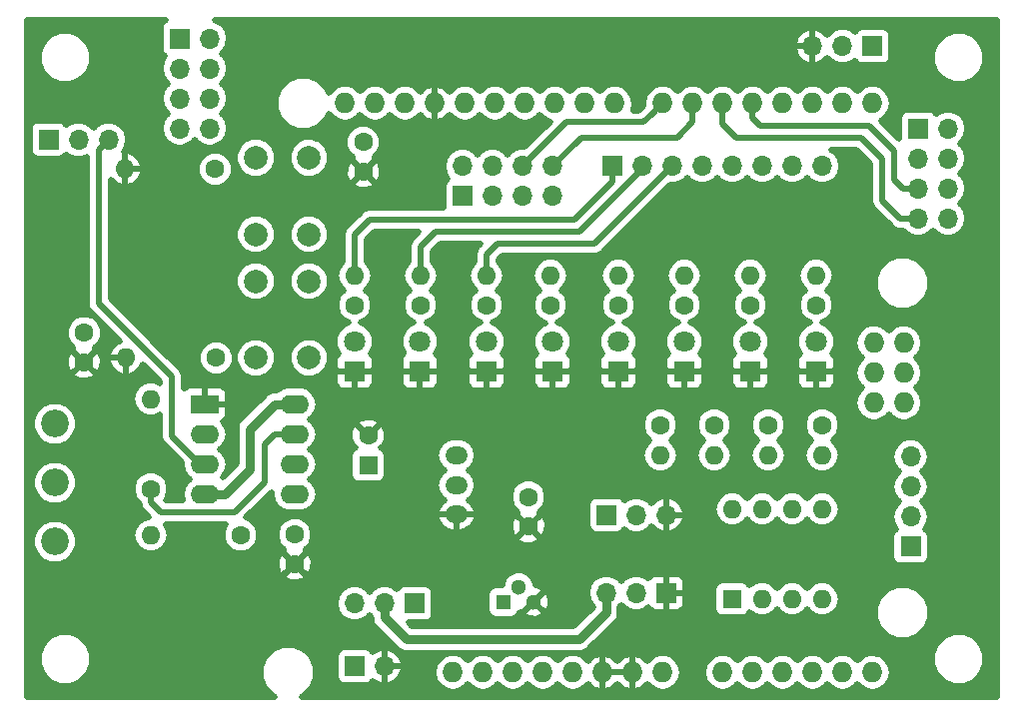
<source format=gbr>
G04 #@! TF.GenerationSoftware,KiCad,Pcbnew,5.0.2+dfsg1-1~bpo9+1*
G04 #@! TF.CreationDate,2021-06-17T18:16:35-03:00*
G04 #@! TF.ProjectId,minilab,6d696e69-6c61-4622-9e6b-696361645f70,rev?*
G04 #@! TF.SameCoordinates,Original*
G04 #@! TF.FileFunction,Copper,L2,Bot*
G04 #@! TF.FilePolarity,Positive*
%FSLAX46Y46*%
G04 Gerber Fmt 4.6, Leading zero omitted, Abs format (unit mm)*
G04 Created by KiCad (PCBNEW 5.0.2+dfsg1-1~bpo9+1) date jue 17 jun 2021 18:16:35 -03*
%MOMM*%
%LPD*%
G01*
G04 APERTURE LIST*
G04 #@! TA.AperFunction,ComponentPad*
%ADD10O,1.727200X1.727200*%
G04 #@! TD*
G04 #@! TA.AperFunction,ComponentPad*
%ADD11O,1.700000X1.700000*%
G04 #@! TD*
G04 #@! TA.AperFunction,ComponentPad*
%ADD12R,1.700000X1.700000*%
G04 #@! TD*
G04 #@! TA.AperFunction,ComponentPad*
%ADD13C,2.340000*%
G04 #@! TD*
G04 #@! TA.AperFunction,ComponentPad*
%ADD14R,2.400000X1.600000*%
G04 #@! TD*
G04 #@! TA.AperFunction,ComponentPad*
%ADD15O,2.400000X1.600000*%
G04 #@! TD*
G04 #@! TA.AperFunction,ComponentPad*
%ADD16R,1.600000X1.600000*%
G04 #@! TD*
G04 #@! TA.AperFunction,ComponentPad*
%ADD17O,1.600000X1.600000*%
G04 #@! TD*
G04 #@! TA.AperFunction,ComponentPad*
%ADD18C,1.300000*%
G04 #@! TD*
G04 #@! TA.AperFunction,ComponentPad*
%ADD19R,1.300000X1.300000*%
G04 #@! TD*
G04 #@! TA.AperFunction,ComponentPad*
%ADD20C,1.600000*%
G04 #@! TD*
G04 #@! TA.AperFunction,ComponentPad*
%ADD21R,1.800000X1.800000*%
G04 #@! TD*
G04 #@! TA.AperFunction,ComponentPad*
%ADD22C,1.800000*%
G04 #@! TD*
G04 #@! TA.AperFunction,ComponentPad*
%ADD23C,2.000000*%
G04 #@! TD*
G04 #@! TA.AperFunction,ComponentPad*
%ADD24O,1.899920X1.501140*%
G04 #@! TD*
G04 #@! TA.AperFunction,Conductor*
%ADD25C,0.500000*%
G04 #@! TD*
G04 #@! TA.AperFunction,Conductor*
%ADD26C,0.750000*%
G04 #@! TD*
G04 APERTURE END LIST*
D10*
G04 #@! TO.P,XA1,RST2*
G04 #@! TO.N,N/C*
X163397001Y-94245501D03*
G04 #@! TO.P,XA1,GND4*
X165937001Y-94245501D03*
G04 #@! TO.P,XA1,MOSI*
X165937001Y-91705501D03*
G04 #@! TO.P,XA1,SCK*
X163397001Y-91705501D03*
G04 #@! TO.P,XA1,5V2*
X165937001Y-89165501D03*
G04 #@! TO.P,XA1,A0*
G04 #@! TO.N,/LM35*
X150570001Y-117105501D03*
G04 #@! TO.P,XA1,VIN*
G04 #@! TO.N,N/C*
X145490001Y-117105501D03*
G04 #@! TO.P,XA1,GND3*
G04 #@! TO.N,GND*
X142950001Y-117105501D03*
G04 #@! TO.P,XA1,GND2*
X140410001Y-117105501D03*
G04 #@! TO.P,XA1,5V1*
G04 #@! TO.N,+5V*
X137870001Y-117105501D03*
G04 #@! TO.P,XA1,3V3*
G04 #@! TO.N,N/C*
X135330001Y-117105501D03*
G04 #@! TO.P,XA1,RST1*
X132790001Y-117105501D03*
G04 #@! TO.P,XA1,IORF*
X130250001Y-117105501D03*
G04 #@! TO.P,XA1,D0*
G04 #@! TO.N,Net-(J8-Pad1)*
X163270001Y-68845501D03*
G04 #@! TO.P,XA1,D1*
G04 #@! TO.N,Net-(J8-Pad2)*
X160730001Y-68845501D03*
G04 #@! TO.P,XA1,D2*
G04 #@! TO.N,/SW1*
X158190001Y-68845501D03*
G04 #@! TO.P,XA1,D3*
G04 #@! TO.N,/SW2*
X155650001Y-68845501D03*
G04 #@! TO.P,XA1,D4*
G04 #@! TO.N,/SW3*
X153110001Y-68845501D03*
G04 #@! TO.P,XA1,D5*
G04 #@! TO.N,/SW4*
X150570001Y-68845501D03*
G04 #@! TO.P,XA1,D6*
G04 #@! TO.N,/LED4*
X148030001Y-68845501D03*
G04 #@! TO.P,XA1,D7*
G04 #@! TO.N,/LED3*
X145490001Y-68845501D03*
G04 #@! TO.P,XA1,GND1*
G04 #@! TO.N,GND*
X126186001Y-68845501D03*
G04 #@! TO.P,XA1,D8*
G04 #@! TO.N,/LED2*
X141426001Y-68845501D03*
G04 #@! TO.P,XA1,D9*
G04 #@! TO.N,/LED1*
X138886001Y-68845501D03*
G04 #@! TO.P,XA1,D10*
G04 #@! TO.N,/PUSH1*
X136346001Y-68845501D03*
G04 #@! TO.P,XA1,SCL*
G04 #@! TO.N,N/C*
X118566001Y-68845501D03*
G04 #@! TO.P,XA1,SDA*
X121106001Y-68845501D03*
G04 #@! TO.P,XA1,AREF*
X123646001Y-68845501D03*
G04 #@! TO.P,XA1,D13*
G04 #@! TO.N,/D13*
X128726001Y-68845501D03*
G04 #@! TO.P,XA1,D12*
G04 #@! TO.N,/D12*
X131266001Y-68845501D03*
G04 #@! TO.P,XA1,D11*
G04 #@! TO.N,/PUSH2*
X133806001Y-68845501D03*
G04 #@! TO.P,XA1,*
G04 #@! TO.N,*
X127710001Y-117105501D03*
G04 #@! TO.P,XA1,A1*
G04 #@! TO.N,/POT*
X153110001Y-117105501D03*
G04 #@! TO.P,XA1,A2*
G04 #@! TO.N,N/C*
X155650001Y-117105501D03*
G04 #@! TO.P,XA1,A3*
X158190001Y-117105501D03*
G04 #@! TO.P,XA1,A4*
X160730001Y-117105501D03*
G04 #@! TO.P,XA1,A5*
X163270001Y-117105501D03*
G04 #@! TO.P,XA1,MISO*
X163397001Y-89165501D03*
G04 #@! TD*
D11*
G04 #@! TO.P,J5,8*
G04 #@! TO.N,/D13*
X107090000Y-70970000D03*
G04 #@! TO.P,J5,7*
G04 #@! TO.N,N/C*
X104550000Y-70970000D03*
G04 #@! TO.P,J5,6*
G04 #@! TO.N,/D12*
X107090000Y-68430000D03*
G04 #@! TO.P,J5,5*
G04 #@! TO.N,N/C*
X104550000Y-68430000D03*
G04 #@! TO.P,J5,4*
G04 #@! TO.N,/PUSH2*
X107090000Y-65890000D03*
G04 #@! TO.P,J5,3*
G04 #@! TO.N,Net-(C3-Pad1)*
X104550000Y-65890000D03*
G04 #@! TO.P,J5,2*
G04 #@! TO.N,/PUSH1*
X107090000Y-63350000D03*
D12*
G04 #@! TO.P,J5,1*
G04 #@! TO.N,Net-(C2-Pad1)*
X104550000Y-63350000D03*
G04 #@! TD*
D13*
G04 #@! TO.P,RV1,1*
G04 #@! TO.N,Net-(R3-Pad2)*
X93980000Y-96012000D03*
G04 #@! TO.P,RV1,2*
G04 #@! TO.N,/Tr*
X93980000Y-101012000D03*
G04 #@! TO.P,RV1,3*
X93980000Y-106012000D03*
G04 #@! TD*
D14*
G04 #@! TO.P,U1,1*
G04 #@! TO.N,GND*
X106680000Y-94361000D03*
D15*
G04 #@! TO.P,U1,5*
G04 #@! TO.N,Net-(C1-Pad1)*
X114300000Y-101981000D03*
G04 #@! TO.P,U1,2*
G04 #@! TO.N,/Tr*
X106680000Y-96901000D03*
G04 #@! TO.P,U1,6*
X114300000Y-99441000D03*
G04 #@! TO.P,U1,3*
G04 #@! TO.N,/Osc*
X106680000Y-99441000D03*
G04 #@! TO.P,U1,7*
G04 #@! TO.N,Net-(R3-Pad1)*
X114300000Y-96901000D03*
G04 #@! TO.P,U1,4*
G04 #@! TO.N,VCC*
X106680000Y-101981000D03*
G04 #@! TO.P,U1,8*
X114300000Y-94361000D03*
G04 #@! TD*
D16*
G04 #@! TO.P,SW3,1*
G04 #@! TO.N,Net-(JP1-Pad2)*
X151384000Y-110871000D03*
D17*
G04 #@! TO.P,SW3,5*
G04 #@! TO.N,Net-(J2-Pad4)*
X159004000Y-103251000D03*
G04 #@! TO.P,SW3,2*
G04 #@! TO.N,Net-(JP1-Pad2)*
X153924000Y-110871000D03*
G04 #@! TO.P,SW3,6*
G04 #@! TO.N,Net-(J2-Pad3)*
X156464000Y-103251000D03*
G04 #@! TO.P,SW3,3*
G04 #@! TO.N,Net-(JP1-Pad2)*
X156464000Y-110871000D03*
G04 #@! TO.P,SW3,7*
G04 #@! TO.N,Net-(J2-Pad2)*
X153924000Y-103251000D03*
G04 #@! TO.P,SW3,4*
G04 #@! TO.N,Net-(JP1-Pad2)*
X159004000Y-110871000D03*
G04 #@! TO.P,SW3,8*
G04 #@! TO.N,Net-(J2-Pad1)*
X151384000Y-103251000D03*
G04 #@! TD*
D18*
G04 #@! TO.P,U2,2*
G04 #@! TO.N,/LM35*
X133286500Y-109855000D03*
G04 #@! TO.P,U2,3*
G04 #@! TO.N,GND*
X134556500Y-111125000D03*
D19*
G04 #@! TO.P,U2,1*
G04 #@! TO.N,+5V*
X132016500Y-111125000D03*
G04 #@! TD*
D17*
G04 #@! TO.P,R7,2*
G04 #@! TO.N,Net-(J2-Pad4)*
X159004000Y-98679000D03*
D20*
G04 #@! TO.P,R7,1*
G04 #@! TO.N,Net-(JP2-Pad2)*
X159004000Y-96139000D03*
G04 #@! TD*
G04 #@! TO.P,R8,1*
G04 #@! TO.N,VCC*
X109728000Y-105473500D03*
D17*
G04 #@! TO.P,R8,2*
G04 #@! TO.N,Net-(R3-Pad1)*
X102108000Y-105473500D03*
G04 #@! TD*
D20*
G04 #@! TO.P,C1,2*
G04 #@! TO.N,GND*
X114300000Y-107910000D03*
G04 #@! TO.P,C1,1*
G04 #@! TO.N,Net-(C1-Pad1)*
X114300000Y-105410000D03*
G04 #@! TD*
G04 #@! TO.P,C2,2*
G04 #@! TO.N,GND*
X96443800Y-90790400D03*
G04 #@! TO.P,C2,1*
G04 #@! TO.N,Net-(C2-Pad1)*
X96443800Y-88290400D03*
G04 #@! TD*
G04 #@! TO.P,C3,1*
G04 #@! TO.N,Net-(C3-Pad1)*
X120129300Y-72148700D03*
G04 #@! TO.P,C3,2*
G04 #@! TO.N,GND*
X120129300Y-74648700D03*
G04 #@! TD*
G04 #@! TO.P,C5,1*
G04 #@! TO.N,/POT*
X134112000Y-102235000D03*
G04 #@! TO.P,C5,2*
G04 #@! TO.N,GND*
X134112000Y-104735000D03*
G04 #@! TD*
D21*
G04 #@! TO.P,D1,1*
G04 #@! TO.N,GND*
X119380000Y-91567000D03*
D22*
G04 #@! TO.P,D1,2*
G04 #@! TO.N,Net-(D1-Pad2)*
X119380000Y-89027000D03*
G04 #@! TD*
D21*
G04 #@! TO.P,D2,1*
G04 #@! TO.N,GND*
X124904500Y-91567000D03*
D22*
G04 #@! TO.P,D2,2*
G04 #@! TO.N,Net-(D2-Pad2)*
X124904500Y-89027000D03*
G04 #@! TD*
D21*
G04 #@! TO.P,D3,1*
G04 #@! TO.N,GND*
X130556000Y-91567000D03*
D22*
G04 #@! TO.P,D3,2*
G04 #@! TO.N,Net-(D3-Pad2)*
X130556000Y-89027000D03*
G04 #@! TD*
G04 #@! TO.P,D4,2*
G04 #@! TO.N,Net-(D4-Pad2)*
X136144000Y-89027000D03*
D21*
G04 #@! TO.P,D4,1*
G04 #@! TO.N,GND*
X136144000Y-91567000D03*
G04 #@! TD*
D22*
G04 #@! TO.P,D5,2*
G04 #@! TO.N,Net-(D5-Pad2)*
X141732000Y-89027000D03*
D21*
G04 #@! TO.P,D5,1*
G04 #@! TO.N,GND*
X141732000Y-91567000D03*
G04 #@! TD*
D22*
G04 #@! TO.P,D6,2*
G04 #@! TO.N,Net-(D6-Pad2)*
X147320000Y-89027000D03*
D21*
G04 #@! TO.P,D6,1*
G04 #@! TO.N,GND*
X147320000Y-91567000D03*
G04 #@! TD*
G04 #@! TO.P,D7,1*
G04 #@! TO.N,GND*
X152908000Y-91567000D03*
D22*
G04 #@! TO.P,D7,2*
G04 #@! TO.N,Net-(D7-Pad2)*
X152908000Y-89027000D03*
G04 #@! TD*
G04 #@! TO.P,D8,2*
G04 #@! TO.N,Net-(D8-Pad2)*
X158496000Y-89027000D03*
D21*
G04 #@! TO.P,D8,1*
G04 #@! TO.N,GND*
X158496000Y-91567000D03*
G04 #@! TD*
D12*
G04 #@! TO.P,J1,1*
G04 #@! TO.N,Net-(C2-Pad1)*
X93446600Y-71932800D03*
D11*
G04 #@! TO.P,J1,2*
G04 #@! TO.N,Net-(C3-Pad1)*
X95986600Y-71932800D03*
G04 #@! TO.P,J1,3*
G04 #@! TO.N,/Osc*
X98526600Y-71932800D03*
G04 #@! TD*
D12*
G04 #@! TO.P,J3,1*
G04 #@! TO.N,Net-(J3-Pad1)*
X141224000Y-74168000D03*
D11*
G04 #@! TO.P,J3,2*
G04 #@! TO.N,Net-(J3-Pad2)*
X143764000Y-74168000D03*
G04 #@! TO.P,J3,3*
G04 #@! TO.N,Net-(J3-Pad3)*
X146304000Y-74168000D03*
G04 #@! TO.P,J3,4*
G04 #@! TO.N,Net-(J3-Pad4)*
X148844000Y-74168000D03*
G04 #@! TO.P,J3,5*
G04 #@! TO.N,Net-(J3-Pad5)*
X151384000Y-74168000D03*
G04 #@! TO.P,J3,6*
G04 #@! TO.N,Net-(J3-Pad6)*
X153924000Y-74168000D03*
G04 #@! TO.P,J3,7*
G04 #@! TO.N,Net-(J3-Pad7)*
X156464000Y-74168000D03*
G04 #@! TO.P,J3,8*
G04 #@! TO.N,Net-(J3-Pad8)*
X159004000Y-74168000D03*
G04 #@! TD*
D12*
G04 #@! TO.P,J4,1*
G04 #@! TO.N,Net-(J4-Pad1)*
X119380000Y-116586000D03*
D11*
G04 #@! TO.P,J4,2*
G04 #@! TO.N,GND*
X121920000Y-116586000D03*
G04 #@! TD*
G04 #@! TO.P,JP1,3*
G04 #@! TO.N,VCC*
X140716000Y-110363000D03*
G04 #@! TO.P,JP1,2*
G04 #@! TO.N,Net-(JP1-Pad2)*
X143256000Y-110363000D03*
D12*
G04 #@! TO.P,JP1,1*
G04 #@! TO.N,GND*
X145796000Y-110363000D03*
G04 #@! TD*
G04 #@! TO.P,JP2,1*
G04 #@! TO.N,VCC*
X140716000Y-103759000D03*
D11*
G04 #@! TO.P,JP2,2*
G04 #@! TO.N,Net-(JP2-Pad2)*
X143256000Y-103759000D03*
G04 #@! TO.P,JP2,3*
G04 #@! TO.N,GND*
X145796000Y-103759000D03*
G04 #@! TD*
D12*
G04 #@! TO.P,JP3,1*
G04 #@! TO.N,+5V*
X124460000Y-111252000D03*
D11*
G04 #@! TO.P,JP3,2*
G04 #@! TO.N,VCC*
X121920000Y-111252000D03*
G04 #@! TO.P,JP3,3*
G04 #@! TO.N,Net-(J4-Pad1)*
X119380000Y-111252000D03*
G04 #@! TD*
D23*
G04 #@! TO.P,SW1,1*
G04 #@! TO.N,Net-(C2-Pad1)*
X111010700Y-83924000D03*
G04 #@! TO.P,SW1,2*
G04 #@! TO.N,VCC*
X115510700Y-83924000D03*
G04 #@! TO.P,SW1,1*
G04 #@! TO.N,Net-(C2-Pad1)*
X111010700Y-90424000D03*
G04 #@! TO.P,SW1,2*
G04 #@! TO.N,VCC*
X115510700Y-90424000D03*
G04 #@! TD*
G04 #@! TO.P,SW2,2*
G04 #@! TO.N,VCC*
X115510700Y-79959200D03*
G04 #@! TO.P,SW2,1*
G04 #@! TO.N,Net-(C3-Pad1)*
X111010700Y-79959200D03*
G04 #@! TO.P,SW2,2*
G04 #@! TO.N,VCC*
X115510700Y-73459200D03*
G04 #@! TO.P,SW2,1*
G04 #@! TO.N,Net-(C3-Pad1)*
X111010700Y-73459200D03*
G04 #@! TD*
D16*
G04 #@! TO.P,C4,1*
G04 #@! TO.N,/Tr*
X120523000Y-99528000D03*
D20*
G04 #@! TO.P,C4,2*
G04 #@! TO.N,GND*
X120523000Y-97028000D03*
G04 #@! TD*
D17*
G04 #@! TO.P,R1,2*
G04 #@! TO.N,GND*
X99999800Y-90436700D03*
D20*
G04 #@! TO.P,R1,1*
G04 #@! TO.N,Net-(C2-Pad1)*
X107619800Y-90436700D03*
G04 #@! TD*
D17*
G04 #@! TO.P,R2,2*
G04 #@! TO.N,GND*
X99923600Y-74422000D03*
D20*
G04 #@! TO.P,R2,1*
G04 #@! TO.N,Net-(C3-Pad1)*
X107543600Y-74422000D03*
G04 #@! TD*
D17*
G04 #@! TO.P,R3,2*
G04 #@! TO.N,Net-(R3-Pad2)*
X102108000Y-93916500D03*
D20*
G04 #@! TO.P,R3,1*
G04 #@! TO.N,Net-(R3-Pad1)*
X102108000Y-101536500D03*
G04 #@! TD*
G04 #@! TO.P,R4,1*
G04 #@! TO.N,Net-(JP2-Pad2)*
X145288000Y-96139000D03*
D17*
G04 #@! TO.P,R4,2*
G04 #@! TO.N,Net-(J2-Pad1)*
X145288000Y-98679000D03*
G04 #@! TD*
G04 #@! TO.P,R5,2*
G04 #@! TO.N,Net-(J2-Pad2)*
X149860000Y-98679000D03*
D20*
G04 #@! TO.P,R5,1*
G04 #@! TO.N,Net-(JP2-Pad2)*
X149860000Y-96139000D03*
G04 #@! TD*
G04 #@! TO.P,R6,1*
G04 #@! TO.N,Net-(JP2-Pad2)*
X154432000Y-96139000D03*
D17*
G04 #@! TO.P,R6,2*
G04 #@! TO.N,Net-(J2-Pad3)*
X154432000Y-98679000D03*
G04 #@! TD*
G04 #@! TO.P,R12,2*
G04 #@! TO.N,Net-(J3-Pad1)*
X119380000Y-83439000D03*
D20*
G04 #@! TO.P,R12,1*
G04 #@! TO.N,Net-(D1-Pad2)*
X119380000Y-85979000D03*
G04 #@! TD*
G04 #@! TO.P,R13,1*
G04 #@! TO.N,Net-(D2-Pad2)*
X124968000Y-85979000D03*
D17*
G04 #@! TO.P,R13,2*
G04 #@! TO.N,Net-(J3-Pad2)*
X124968000Y-83439000D03*
G04 #@! TD*
G04 #@! TO.P,R14,2*
G04 #@! TO.N,Net-(J3-Pad3)*
X130556000Y-83439000D03*
D20*
G04 #@! TO.P,R14,1*
G04 #@! TO.N,Net-(D3-Pad2)*
X130556000Y-85979000D03*
G04 #@! TD*
G04 #@! TO.P,R15,1*
G04 #@! TO.N,Net-(D4-Pad2)*
X135974001Y-85979000D03*
D17*
G04 #@! TO.P,R15,2*
G04 #@! TO.N,Net-(J3-Pad4)*
X135974001Y-83439000D03*
G04 #@! TD*
G04 #@! TO.P,R16,2*
G04 #@! TO.N,Net-(J3-Pad5)*
X141732000Y-83439000D03*
D20*
G04 #@! TO.P,R16,1*
G04 #@! TO.N,Net-(D5-Pad2)*
X141732000Y-85979000D03*
G04 #@! TD*
G04 #@! TO.P,R17,1*
G04 #@! TO.N,Net-(D6-Pad2)*
X147320000Y-85979000D03*
D17*
G04 #@! TO.P,R17,2*
G04 #@! TO.N,Net-(J3-Pad6)*
X147320000Y-83439000D03*
G04 #@! TD*
D20*
G04 #@! TO.P,R18,1*
G04 #@! TO.N,Net-(D7-Pad2)*
X152908000Y-85979000D03*
D17*
G04 #@! TO.P,R18,2*
G04 #@! TO.N,Net-(J3-Pad7)*
X152908000Y-83439000D03*
G04 #@! TD*
G04 #@! TO.P,R19,2*
G04 #@! TO.N,Net-(J3-Pad8)*
X158496000Y-83439000D03*
D20*
G04 #@! TO.P,R19,1*
G04 #@! TO.N,Net-(D8-Pad2)*
X158496000Y-85979000D03*
G04 #@! TD*
D11*
G04 #@! TO.P,J6,8*
G04 #@! TO.N,Net-(J2-Pad4)*
X169672000Y-78613000D03*
G04 #@! TO.P,J6,7*
G04 #@! TO.N,/SW4*
X167132000Y-78613000D03*
G04 #@! TO.P,J6,6*
G04 #@! TO.N,Net-(J2-Pad3)*
X169672000Y-76073000D03*
G04 #@! TO.P,J6,5*
G04 #@! TO.N,/SW3*
X167132000Y-76073000D03*
G04 #@! TO.P,J6,4*
G04 #@! TO.N,Net-(J2-Pad2)*
X169672000Y-73533000D03*
G04 #@! TO.P,J6,3*
G04 #@! TO.N,/SW2*
X167132000Y-73533000D03*
G04 #@! TO.P,J6,2*
G04 #@! TO.N,Net-(J2-Pad1)*
X169672000Y-70993000D03*
D12*
G04 #@! TO.P,J6,1*
G04 #@! TO.N,/SW1*
X167132000Y-70993000D03*
G04 #@! TD*
G04 #@! TO.P,J7,1*
G04 #@! TO.N,Net-(J3-Pad1)*
X128524000Y-76708000D03*
D11*
G04 #@! TO.P,J7,2*
G04 #@! TO.N,/LED1*
X128524000Y-74168000D03*
G04 #@! TO.P,J7,3*
G04 #@! TO.N,Net-(J3-Pad2)*
X131064000Y-76708000D03*
G04 #@! TO.P,J7,4*
G04 #@! TO.N,/LED2*
X131064000Y-74168000D03*
G04 #@! TO.P,J7,5*
G04 #@! TO.N,Net-(J3-Pad3)*
X133604000Y-76708000D03*
G04 #@! TO.P,J7,6*
G04 #@! TO.N,/LED3*
X133604000Y-74168000D03*
G04 #@! TO.P,J7,7*
G04 #@! TO.N,Net-(J3-Pad4)*
X136144000Y-76708000D03*
G04 #@! TO.P,J7,8*
G04 #@! TO.N,/LED4*
X136144000Y-74168000D03*
G04 #@! TD*
D12*
G04 #@! TO.P,J2,1*
G04 #@! TO.N,Net-(J2-Pad1)*
X166497000Y-106426000D03*
D11*
G04 #@! TO.P,J2,2*
G04 #@! TO.N,Net-(J2-Pad2)*
X166497000Y-103886000D03*
G04 #@! TO.P,J2,3*
G04 #@! TO.N,Net-(J2-Pad3)*
X166497000Y-101346000D03*
G04 #@! TO.P,J2,4*
G04 #@! TO.N,Net-(J2-Pad4)*
X166497000Y-98806000D03*
G04 #@! TD*
D12*
G04 #@! TO.P,J8,1*
G04 #@! TO.N,Net-(J8-Pad1)*
X163258500Y-64008000D03*
D11*
G04 #@! TO.P,J8,2*
G04 #@! TO.N,Net-(J8-Pad2)*
X160718500Y-64008000D03*
G04 #@! TO.P,J8,3*
G04 #@! TO.N,GND*
X158178500Y-64008000D03*
G04 #@! TD*
D24*
G04 #@! TO.P,RV2,3*
G04 #@! TO.N,GND*
X128000000Y-103718360D03*
G04 #@! TO.P,RV2,2*
G04 #@! TO.N,/POT*
X128000000Y-101219000D03*
G04 #@! TO.P,RV2,1*
G04 #@! TO.N,+5V*
X128000000Y-98719640D03*
G04 #@! TD*
D25*
G04 #@! TO.N,/Osc*
X103900000Y-97061000D02*
X106280000Y-99441000D01*
X103900000Y-92042898D02*
X103900000Y-97061000D01*
X97676601Y-85819499D02*
X103900000Y-92042898D01*
X97676601Y-72782799D02*
X97676601Y-85819499D01*
X106280000Y-99441000D02*
X106680000Y-99441000D01*
X98526600Y-71932800D02*
X97676601Y-72782799D01*
G04 #@! TO.N,/SW4*
X167132000Y-78613000D02*
X165608000Y-78613000D01*
X165608000Y-78613000D02*
X164084000Y-77089000D01*
X164084000Y-77089000D02*
X164084000Y-73533000D01*
X162290010Y-71739010D02*
X151749010Y-71739010D01*
X164084000Y-73533000D02*
X162290010Y-71739010D01*
X150570001Y-70560001D02*
X150570001Y-68845501D01*
X151749010Y-71739010D02*
X150570001Y-70560001D01*
G04 #@! TO.N,/SW3*
X165100000Y-75311000D02*
X165862000Y-76073000D01*
X165100000Y-72898000D02*
X165100000Y-75311000D01*
X153110001Y-68845501D02*
X153110001Y-70066815D01*
X165862000Y-76073000D02*
X167132000Y-76073000D01*
X153782186Y-70739000D02*
X162941000Y-70739000D01*
X153110001Y-70066815D02*
X153782186Y-70739000D01*
X162941000Y-70739000D02*
X165100000Y-72898000D01*
G04 #@! TO.N,/LED3*
X144626402Y-69709100D02*
X145490001Y-68845501D01*
X137312898Y-70459102D02*
X143876400Y-70459102D01*
X143876400Y-70459102D02*
X144626402Y-69709100D01*
X133604000Y-74168000D02*
X137312898Y-70459102D01*
G04 #@! TO.N,/LED4*
X136144000Y-74168000D02*
X138557000Y-71755000D01*
X138557000Y-71755000D02*
X146685000Y-71755000D01*
X148030001Y-70409999D02*
X148030001Y-68845501D01*
X146685000Y-71755000D02*
X148030001Y-70409999D01*
D26*
G04 #@! TO.N,VCC*
X121920000Y-112454081D02*
X121920000Y-111252000D01*
X140716000Y-110363000D02*
X140716000Y-112014000D01*
X140716000Y-112014000D02*
X138430000Y-114300000D01*
X138430000Y-114300000D02*
X123765919Y-114300000D01*
X123765919Y-114300000D02*
X121920000Y-112454081D01*
X108380000Y-101981000D02*
X106680000Y-101981000D01*
X112600000Y-94361000D02*
X110490000Y-96471000D01*
X110490000Y-96471000D02*
X110490000Y-99871000D01*
X114300000Y-94361000D02*
X112600000Y-94361000D01*
X110490000Y-99871000D02*
X108380000Y-101981000D01*
D25*
G04 #@! TO.N,Net-(J3-Pad1)*
X119380000Y-80010000D02*
X119380000Y-83439000D01*
X141224000Y-74168000D02*
X141224000Y-75518000D01*
X141224000Y-75518000D02*
X138002000Y-78740000D01*
X138002000Y-78740000D02*
X120650000Y-78740000D01*
X120650000Y-78740000D02*
X119380000Y-80010000D01*
G04 #@! TO.N,Net-(J3-Pad2)*
X124968000Y-81026000D02*
X124968000Y-83439000D01*
X143764000Y-74168000D02*
X143764000Y-74392221D01*
X143764000Y-74392221D02*
X138400221Y-79756000D01*
X138400221Y-79756000D02*
X126238000Y-79756000D01*
X126238000Y-79756000D02*
X124968000Y-81026000D01*
G04 #@! TO.N,Net-(J3-Pad3)*
X139715990Y-80756010D02*
X131460990Y-80756010D01*
X146304000Y-74168000D02*
X139715990Y-80756010D01*
X131460990Y-80756010D02*
X130556000Y-81661000D01*
X130556000Y-81661000D02*
X130556000Y-83439000D01*
G04 #@! TO.N,Net-(R3-Pad1)*
X102971140Y-103531010D02*
X102108000Y-102667870D01*
X109193990Y-103531010D02*
X102971140Y-103531010D01*
X114300000Y-96901000D02*
X112600000Y-96901000D01*
X102108000Y-102667870D02*
X102108000Y-101536500D01*
X111760000Y-100965000D02*
X109193990Y-103531010D01*
X112600000Y-96901000D02*
X111760000Y-97741000D01*
X111760000Y-97741000D02*
X111760000Y-100965000D01*
G04 #@! TD*
G04 #@! TO.N,GND*
G36*
X103153513Y-61953513D02*
X102985980Y-62204243D01*
X102927150Y-62500000D01*
X102927150Y-64200000D01*
X102985980Y-64495757D01*
X103153513Y-64746487D01*
X103310194Y-64851178D01*
X103035298Y-65262590D01*
X102910498Y-65890000D01*
X103035298Y-66517410D01*
X103390697Y-67049303D01*
X103556367Y-67160000D01*
X103390697Y-67270697D01*
X103035298Y-67802590D01*
X102910498Y-68430000D01*
X103035298Y-69057410D01*
X103390697Y-69589303D01*
X103556367Y-69700000D01*
X103390697Y-69810697D01*
X103035298Y-70342590D01*
X102910498Y-70970000D01*
X103035298Y-71597410D01*
X103390697Y-72129303D01*
X103922590Y-72484702D01*
X104391629Y-72578000D01*
X104708371Y-72578000D01*
X105177410Y-72484702D01*
X105709303Y-72129303D01*
X105820000Y-71963633D01*
X105930697Y-72129303D01*
X106462590Y-72484702D01*
X106931629Y-72578000D01*
X107248371Y-72578000D01*
X107717410Y-72484702D01*
X108249303Y-72129303D01*
X108604702Y-71597410D01*
X108729502Y-70970000D01*
X108604702Y-70342590D01*
X108249303Y-69810697D01*
X108083633Y-69700000D01*
X108249303Y-69589303D01*
X108604702Y-69057410D01*
X108729502Y-68430000D01*
X108718854Y-68376466D01*
X112652001Y-68376466D01*
X112652001Y-69314536D01*
X113010985Y-70181201D01*
X113674301Y-70844517D01*
X114540966Y-71203501D01*
X115479036Y-71203501D01*
X116345701Y-70844517D01*
X117009017Y-70181201D01*
X117200048Y-69720011D01*
X117396893Y-70014609D01*
X117933284Y-70373015D01*
X118406287Y-70467101D01*
X118725715Y-70467101D01*
X119198718Y-70373015D01*
X119735109Y-70014609D01*
X119836001Y-69863614D01*
X119936893Y-70014609D01*
X120473284Y-70373015D01*
X120946287Y-70467101D01*
X121265715Y-70467101D01*
X121738718Y-70373015D01*
X122275109Y-70014609D01*
X122376001Y-69863614D01*
X122476893Y-70014609D01*
X123013284Y-70373015D01*
X123486287Y-70467101D01*
X123805715Y-70467101D01*
X124278718Y-70373015D01*
X124815109Y-70014609D01*
X124927171Y-69846897D01*
X125335309Y-70226048D01*
X125928377Y-70446506D01*
X126182001Y-70277596D01*
X126182001Y-68849501D01*
X126162001Y-68849501D01*
X126162001Y-68841501D01*
X126182001Y-68841501D01*
X126182001Y-67413406D01*
X125928377Y-67244496D01*
X125335309Y-67464954D01*
X124927171Y-67844105D01*
X124815109Y-67676393D01*
X124278718Y-67317987D01*
X123805715Y-67223901D01*
X123486287Y-67223901D01*
X123013284Y-67317987D01*
X122476893Y-67676393D01*
X122376001Y-67827388D01*
X122275109Y-67676393D01*
X121738718Y-67317987D01*
X121265715Y-67223901D01*
X120946287Y-67223901D01*
X120473284Y-67317987D01*
X119936893Y-67676393D01*
X119836001Y-67827388D01*
X119735109Y-67676393D01*
X119198718Y-67317987D01*
X118725715Y-67223901D01*
X118406287Y-67223901D01*
X117933284Y-67317987D01*
X117396893Y-67676393D01*
X117200048Y-67970991D01*
X117009017Y-67509801D01*
X116345701Y-66846485D01*
X115479036Y-66487501D01*
X114540966Y-66487501D01*
X113674301Y-66846485D01*
X113010985Y-67509801D01*
X112652001Y-68376466D01*
X108718854Y-68376466D01*
X108604702Y-67802590D01*
X108249303Y-67270697D01*
X108083633Y-67160000D01*
X108249303Y-67049303D01*
X108604702Y-66517410D01*
X108729502Y-65890000D01*
X108604702Y-65262590D01*
X108249303Y-64730697D01*
X108083633Y-64620000D01*
X108249303Y-64509303D01*
X108413545Y-64263497D01*
X156590928Y-64263497D01*
X156809549Y-64851586D01*
X157236581Y-65311247D01*
X157807011Y-65572500D01*
X157923003Y-65595572D01*
X158174500Y-65426494D01*
X158174500Y-64012000D01*
X156760005Y-64012000D01*
X156590928Y-64263497D01*
X108413545Y-64263497D01*
X108604702Y-63977410D01*
X108649438Y-63752503D01*
X156590928Y-63752503D01*
X156760005Y-64004000D01*
X158174500Y-64004000D01*
X158174500Y-62589506D01*
X158182500Y-62589506D01*
X158182500Y-64004000D01*
X158202500Y-64004000D01*
X158202500Y-64012000D01*
X158182500Y-64012000D01*
X158182500Y-65426494D01*
X158433997Y-65595572D01*
X158549989Y-65572500D01*
X159120419Y-65311247D01*
X159431580Y-64976310D01*
X159559197Y-65167303D01*
X160091090Y-65522702D01*
X160560129Y-65616000D01*
X160876871Y-65616000D01*
X161345910Y-65522702D01*
X161757322Y-65247806D01*
X161862013Y-65404487D01*
X162112743Y-65572020D01*
X162408500Y-65630850D01*
X164108500Y-65630850D01*
X164404257Y-65572020D01*
X164654987Y-65404487D01*
X164822520Y-65153757D01*
X164881350Y-64858000D01*
X164881350Y-64524082D01*
X168328530Y-64524082D01*
X168328530Y-65422318D01*
X168672270Y-66252180D01*
X169307420Y-66887330D01*
X170137282Y-67231070D01*
X171035518Y-67231070D01*
X171865380Y-66887330D01*
X172500530Y-66252180D01*
X172844270Y-65422318D01*
X172844270Y-64524082D01*
X172500530Y-63694220D01*
X171865380Y-63059070D01*
X171035518Y-62715330D01*
X170137282Y-62715330D01*
X169307420Y-63059070D01*
X168672270Y-63694220D01*
X168328530Y-64524082D01*
X164881350Y-64524082D01*
X164881350Y-63158000D01*
X164822520Y-62862243D01*
X164654987Y-62611513D01*
X164404257Y-62443980D01*
X164108500Y-62385150D01*
X162408500Y-62385150D01*
X162112743Y-62443980D01*
X161862013Y-62611513D01*
X161757322Y-62768194D01*
X161345910Y-62493298D01*
X160876871Y-62400000D01*
X160560129Y-62400000D01*
X160091090Y-62493298D01*
X159559197Y-62848697D01*
X159431580Y-63039690D01*
X159120419Y-62704753D01*
X158549989Y-62443500D01*
X158433997Y-62420428D01*
X158182500Y-62589506D01*
X158174500Y-62589506D01*
X157923003Y-62420428D01*
X157807011Y-62443500D01*
X157236581Y-62704753D01*
X156809549Y-63164414D01*
X156590928Y-63752503D01*
X108649438Y-63752503D01*
X108729502Y-63350000D01*
X108604702Y-62722590D01*
X108249303Y-62190697D01*
X107717410Y-61835298D01*
X107504764Y-61793000D01*
X173792000Y-61793000D01*
X173792001Y-119182000D01*
X114888640Y-119182000D01*
X115075701Y-119104517D01*
X115739017Y-118441201D01*
X116098001Y-117574536D01*
X116098001Y-116636466D01*
X115739017Y-115769801D01*
X115705216Y-115736000D01*
X117757150Y-115736000D01*
X117757150Y-117436000D01*
X117815980Y-117731757D01*
X117983513Y-117982487D01*
X118234243Y-118150020D01*
X118530000Y-118208850D01*
X120230000Y-118208850D01*
X120525757Y-118150020D01*
X120776487Y-117982487D01*
X120897061Y-117802036D01*
X120978081Y-117889247D01*
X121548511Y-118150500D01*
X121664503Y-118173572D01*
X121916000Y-118004494D01*
X121916000Y-116590000D01*
X121924000Y-116590000D01*
X121924000Y-118004494D01*
X122175497Y-118173572D01*
X122291489Y-118150500D01*
X122861919Y-117889247D01*
X123288951Y-117429586D01*
X123409429Y-117105501D01*
X126056632Y-117105501D01*
X126182487Y-117738218D01*
X126540893Y-118274609D01*
X127077284Y-118633015D01*
X127550287Y-118727101D01*
X127869715Y-118727101D01*
X128342718Y-118633015D01*
X128879109Y-118274609D01*
X128980001Y-118123614D01*
X129080893Y-118274609D01*
X129617284Y-118633015D01*
X130090287Y-118727101D01*
X130409715Y-118727101D01*
X130882718Y-118633015D01*
X131419109Y-118274609D01*
X131520001Y-118123614D01*
X131620893Y-118274609D01*
X132157284Y-118633015D01*
X132630287Y-118727101D01*
X132949715Y-118727101D01*
X133422718Y-118633015D01*
X133959109Y-118274609D01*
X134060001Y-118123614D01*
X134160893Y-118274609D01*
X134697284Y-118633015D01*
X135170287Y-118727101D01*
X135489715Y-118727101D01*
X135962718Y-118633015D01*
X136499109Y-118274609D01*
X136600001Y-118123614D01*
X136700893Y-118274609D01*
X137237284Y-118633015D01*
X137710287Y-118727101D01*
X138029715Y-118727101D01*
X138502718Y-118633015D01*
X139039109Y-118274609D01*
X139151171Y-118106897D01*
X139559309Y-118486048D01*
X140152377Y-118706506D01*
X140406001Y-118537596D01*
X140406001Y-117109501D01*
X140414001Y-117109501D01*
X140414001Y-118537596D01*
X140667625Y-118706506D01*
X141260693Y-118486048D01*
X141680001Y-118096520D01*
X142099309Y-118486048D01*
X142692377Y-118706506D01*
X142946001Y-118537596D01*
X142946001Y-117109501D01*
X140414001Y-117109501D01*
X140406001Y-117109501D01*
X140386001Y-117109501D01*
X140386001Y-117101501D01*
X140406001Y-117101501D01*
X140406001Y-115673406D01*
X140414001Y-115673406D01*
X140414001Y-117101501D01*
X142946001Y-117101501D01*
X142946001Y-115673406D01*
X142954001Y-115673406D01*
X142954001Y-117101501D01*
X142974001Y-117101501D01*
X142974001Y-117109501D01*
X142954001Y-117109501D01*
X142954001Y-118537596D01*
X143207625Y-118706506D01*
X143800693Y-118486048D01*
X144208831Y-118106897D01*
X144320893Y-118274609D01*
X144857284Y-118633015D01*
X145330287Y-118727101D01*
X145649715Y-118727101D01*
X146122718Y-118633015D01*
X146659109Y-118274609D01*
X147017515Y-117738218D01*
X147143370Y-117105501D01*
X148916632Y-117105501D01*
X149042487Y-117738218D01*
X149400893Y-118274609D01*
X149937284Y-118633015D01*
X150410287Y-118727101D01*
X150729715Y-118727101D01*
X151202718Y-118633015D01*
X151739109Y-118274609D01*
X151840001Y-118123614D01*
X151940893Y-118274609D01*
X152477284Y-118633015D01*
X152950287Y-118727101D01*
X153269715Y-118727101D01*
X153742718Y-118633015D01*
X154279109Y-118274609D01*
X154380001Y-118123614D01*
X154480893Y-118274609D01*
X155017284Y-118633015D01*
X155490287Y-118727101D01*
X155809715Y-118727101D01*
X156282718Y-118633015D01*
X156819109Y-118274609D01*
X156920001Y-118123614D01*
X157020893Y-118274609D01*
X157557284Y-118633015D01*
X158030287Y-118727101D01*
X158349715Y-118727101D01*
X158822718Y-118633015D01*
X159359109Y-118274609D01*
X159460001Y-118123614D01*
X159560893Y-118274609D01*
X160097284Y-118633015D01*
X160570287Y-118727101D01*
X160889715Y-118727101D01*
X161362718Y-118633015D01*
X161899109Y-118274609D01*
X162000001Y-118123614D01*
X162100893Y-118274609D01*
X162637284Y-118633015D01*
X163110287Y-118727101D01*
X163429715Y-118727101D01*
X163902718Y-118633015D01*
X164439109Y-118274609D01*
X164797515Y-117738218D01*
X164923370Y-117105501D01*
X164797515Y-116472784D01*
X164439109Y-115936393D01*
X163902718Y-115577987D01*
X163647807Y-115527282D01*
X168328530Y-115527282D01*
X168328530Y-116425518D01*
X168672270Y-117255380D01*
X169307420Y-117890530D01*
X170137282Y-118234270D01*
X171035518Y-118234270D01*
X171865380Y-117890530D01*
X172500530Y-117255380D01*
X172844270Y-116425518D01*
X172844270Y-115527282D01*
X172500530Y-114697420D01*
X171865380Y-114062270D01*
X171035518Y-113718530D01*
X170137282Y-113718530D01*
X169307420Y-114062270D01*
X168672270Y-114697420D01*
X168328530Y-115527282D01*
X163647807Y-115527282D01*
X163429715Y-115483901D01*
X163110287Y-115483901D01*
X162637284Y-115577987D01*
X162100893Y-115936393D01*
X162000001Y-116087388D01*
X161899109Y-115936393D01*
X161362718Y-115577987D01*
X160889715Y-115483901D01*
X160570287Y-115483901D01*
X160097284Y-115577987D01*
X159560893Y-115936393D01*
X159460001Y-116087388D01*
X159359109Y-115936393D01*
X158822718Y-115577987D01*
X158349715Y-115483901D01*
X158030287Y-115483901D01*
X157557284Y-115577987D01*
X157020893Y-115936393D01*
X156920001Y-116087388D01*
X156819109Y-115936393D01*
X156282718Y-115577987D01*
X155809715Y-115483901D01*
X155490287Y-115483901D01*
X155017284Y-115577987D01*
X154480893Y-115936393D01*
X154380001Y-116087388D01*
X154279109Y-115936393D01*
X153742718Y-115577987D01*
X153269715Y-115483901D01*
X152950287Y-115483901D01*
X152477284Y-115577987D01*
X151940893Y-115936393D01*
X151840001Y-116087388D01*
X151739109Y-115936393D01*
X151202718Y-115577987D01*
X150729715Y-115483901D01*
X150410287Y-115483901D01*
X149937284Y-115577987D01*
X149400893Y-115936393D01*
X149042487Y-116472784D01*
X148916632Y-117105501D01*
X147143370Y-117105501D01*
X147017515Y-116472784D01*
X146659109Y-115936393D01*
X146122718Y-115577987D01*
X145649715Y-115483901D01*
X145330287Y-115483901D01*
X144857284Y-115577987D01*
X144320893Y-115936393D01*
X144208831Y-116104105D01*
X143800693Y-115724954D01*
X143207625Y-115504496D01*
X142954001Y-115673406D01*
X142946001Y-115673406D01*
X142692377Y-115504496D01*
X142099309Y-115724954D01*
X141680001Y-116114482D01*
X141260693Y-115724954D01*
X140667625Y-115504496D01*
X140414001Y-115673406D01*
X140406001Y-115673406D01*
X140152377Y-115504496D01*
X139559309Y-115724954D01*
X139151171Y-116104105D01*
X139039109Y-115936393D01*
X138502718Y-115577987D01*
X138029715Y-115483901D01*
X137710287Y-115483901D01*
X137237284Y-115577987D01*
X136700893Y-115936393D01*
X136600001Y-116087388D01*
X136499109Y-115936393D01*
X135962718Y-115577987D01*
X135489715Y-115483901D01*
X135170287Y-115483901D01*
X134697284Y-115577987D01*
X134160893Y-115936393D01*
X134060001Y-116087388D01*
X133959109Y-115936393D01*
X133422718Y-115577987D01*
X132949715Y-115483901D01*
X132630287Y-115483901D01*
X132157284Y-115577987D01*
X131620893Y-115936393D01*
X131520001Y-116087388D01*
X131419109Y-115936393D01*
X130882718Y-115577987D01*
X130409715Y-115483901D01*
X130090287Y-115483901D01*
X129617284Y-115577987D01*
X129080893Y-115936393D01*
X128980001Y-116087388D01*
X128879109Y-115936393D01*
X128342718Y-115577987D01*
X127869715Y-115483901D01*
X127550287Y-115483901D01*
X127077284Y-115577987D01*
X126540893Y-115936393D01*
X126182487Y-116472784D01*
X126056632Y-117105501D01*
X123409429Y-117105501D01*
X123507572Y-116841497D01*
X123338495Y-116590000D01*
X121924000Y-116590000D01*
X121916000Y-116590000D01*
X121896000Y-116590000D01*
X121896000Y-116582000D01*
X121916000Y-116582000D01*
X121916000Y-115167506D01*
X121924000Y-115167506D01*
X121924000Y-116582000D01*
X123338495Y-116582000D01*
X123507572Y-116330503D01*
X123288951Y-115742414D01*
X122861919Y-115282753D01*
X122291489Y-115021500D01*
X122175497Y-114998428D01*
X121924000Y-115167506D01*
X121916000Y-115167506D01*
X121664503Y-114998428D01*
X121548511Y-115021500D01*
X120978081Y-115282753D01*
X120897061Y-115369964D01*
X120776487Y-115189513D01*
X120525757Y-115021980D01*
X120230000Y-114963150D01*
X118530000Y-114963150D01*
X118234243Y-115021980D01*
X117983513Y-115189513D01*
X117815980Y-115440243D01*
X117757150Y-115736000D01*
X115705216Y-115736000D01*
X115075701Y-115106485D01*
X114209036Y-114747501D01*
X113270966Y-114747501D01*
X112404301Y-115106485D01*
X111740985Y-115769801D01*
X111382001Y-116636466D01*
X111382001Y-117574536D01*
X111740985Y-118441201D01*
X112404301Y-119104517D01*
X112591362Y-119182000D01*
X91638000Y-119182000D01*
X91638000Y-115527282D01*
X92585730Y-115527282D01*
X92585730Y-116425518D01*
X92929470Y-117255380D01*
X93564620Y-117890530D01*
X94394482Y-118234270D01*
X95292718Y-118234270D01*
X96122580Y-117890530D01*
X96757730Y-117255380D01*
X97101470Y-116425518D01*
X97101470Y-115527282D01*
X96757730Y-114697420D01*
X96122580Y-114062270D01*
X95292718Y-113718530D01*
X94394482Y-113718530D01*
X93564620Y-114062270D01*
X92929470Y-114697420D01*
X92585730Y-115527282D01*
X91638000Y-115527282D01*
X91638000Y-111252000D01*
X117740498Y-111252000D01*
X117865298Y-111879410D01*
X118220697Y-112411303D01*
X118752590Y-112766702D01*
X119221629Y-112860000D01*
X119538371Y-112860000D01*
X120007410Y-112766702D01*
X120539303Y-112411303D01*
X120650000Y-112245633D01*
X120760697Y-112411303D01*
X120771833Y-112418744D01*
X120764804Y-112454081D01*
X120787000Y-112565667D01*
X120852738Y-112896154D01*
X121103153Y-113270928D01*
X121197755Y-113334139D01*
X122885863Y-115022248D01*
X122949072Y-115116847D01*
X123323845Y-115367262D01*
X123654332Y-115433000D01*
X123654333Y-115433000D01*
X123765919Y-115455196D01*
X123877505Y-115433000D01*
X138318414Y-115433000D01*
X138430000Y-115455196D01*
X138541586Y-115433000D01*
X138541587Y-115433000D01*
X138872074Y-115367262D01*
X139246847Y-115116847D01*
X139310058Y-115022245D01*
X141438248Y-112894056D01*
X141532847Y-112830847D01*
X141783262Y-112456074D01*
X141849000Y-112125587D01*
X141849000Y-112125583D01*
X141871195Y-112014001D01*
X141849000Y-111902419D01*
X141849000Y-111539878D01*
X141875303Y-111522303D01*
X141986000Y-111356633D01*
X142096697Y-111522303D01*
X142628590Y-111877702D01*
X143097629Y-111971000D01*
X143414371Y-111971000D01*
X143883410Y-111877702D01*
X144288703Y-111606894D01*
X144303399Y-111642373D01*
X144516628Y-111855602D01*
X144795225Y-111971000D01*
X145602500Y-111971000D01*
X145792000Y-111781500D01*
X145792000Y-110367000D01*
X145800000Y-110367000D01*
X145800000Y-111781500D01*
X145989500Y-111971000D01*
X146796775Y-111971000D01*
X147075372Y-111855602D01*
X147288601Y-111642373D01*
X147404000Y-111363776D01*
X147404000Y-110556500D01*
X147214500Y-110367000D01*
X145800000Y-110367000D01*
X145792000Y-110367000D01*
X145772000Y-110367000D01*
X145772000Y-110359000D01*
X145792000Y-110359000D01*
X145792000Y-108944500D01*
X145800000Y-108944500D01*
X145800000Y-110359000D01*
X147214500Y-110359000D01*
X147404000Y-110169500D01*
X147404000Y-110071000D01*
X149811150Y-110071000D01*
X149811150Y-111671000D01*
X149869980Y-111966757D01*
X150037513Y-112217487D01*
X150288243Y-112385020D01*
X150584000Y-112443850D01*
X152184000Y-112443850D01*
X152479757Y-112385020D01*
X152730487Y-112217487D01*
X152855293Y-112030703D01*
X153316099Y-112338604D01*
X153770550Y-112429000D01*
X154077450Y-112429000D01*
X154531901Y-112338604D01*
X155047255Y-111994255D01*
X155194000Y-111774636D01*
X155340745Y-111994255D01*
X155856099Y-112338604D01*
X156310550Y-112429000D01*
X156617450Y-112429000D01*
X157071901Y-112338604D01*
X157587255Y-111994255D01*
X157734000Y-111774636D01*
X157880745Y-111994255D01*
X158396099Y-112338604D01*
X158850550Y-112429000D01*
X159157450Y-112429000D01*
X159611901Y-112338604D01*
X160127255Y-111994255D01*
X160419776Y-111556466D01*
X163452001Y-111556466D01*
X163452001Y-112494536D01*
X163810985Y-113361201D01*
X164474301Y-114024517D01*
X165340966Y-114383501D01*
X166279036Y-114383501D01*
X167145701Y-114024517D01*
X167809017Y-113361201D01*
X168168001Y-112494536D01*
X168168001Y-111556466D01*
X167809017Y-110689801D01*
X167145701Y-110026485D01*
X166279036Y-109667501D01*
X165340966Y-109667501D01*
X164474301Y-110026485D01*
X163810985Y-110689801D01*
X163452001Y-111556466D01*
X160419776Y-111556466D01*
X160471604Y-111478901D01*
X160592523Y-110871000D01*
X160471604Y-110263099D01*
X160127255Y-109747745D01*
X159611901Y-109403396D01*
X159157450Y-109313000D01*
X158850550Y-109313000D01*
X158396099Y-109403396D01*
X157880745Y-109747745D01*
X157734000Y-109967364D01*
X157587255Y-109747745D01*
X157071901Y-109403396D01*
X156617450Y-109313000D01*
X156310550Y-109313000D01*
X155856099Y-109403396D01*
X155340745Y-109747745D01*
X155194000Y-109967364D01*
X155047255Y-109747745D01*
X154531901Y-109403396D01*
X154077450Y-109313000D01*
X153770550Y-109313000D01*
X153316099Y-109403396D01*
X152855293Y-109711297D01*
X152730487Y-109524513D01*
X152479757Y-109356980D01*
X152184000Y-109298150D01*
X150584000Y-109298150D01*
X150288243Y-109356980D01*
X150037513Y-109524513D01*
X149869980Y-109775243D01*
X149811150Y-110071000D01*
X147404000Y-110071000D01*
X147404000Y-109362224D01*
X147288601Y-109083627D01*
X147075372Y-108870398D01*
X146796775Y-108755000D01*
X145989500Y-108755000D01*
X145800000Y-108944500D01*
X145792000Y-108944500D01*
X145602500Y-108755000D01*
X144795225Y-108755000D01*
X144516628Y-108870398D01*
X144303399Y-109083627D01*
X144288703Y-109119106D01*
X143883410Y-108848298D01*
X143414371Y-108755000D01*
X143097629Y-108755000D01*
X142628590Y-108848298D01*
X142096697Y-109203697D01*
X141986000Y-109369367D01*
X141875303Y-109203697D01*
X141343410Y-108848298D01*
X140874371Y-108755000D01*
X140557629Y-108755000D01*
X140088590Y-108848298D01*
X139556697Y-109203697D01*
X139201298Y-109735590D01*
X139076498Y-110363000D01*
X139201298Y-110990410D01*
X139556697Y-111522303D01*
X139583000Y-111539878D01*
X139583000Y-111544696D01*
X137960697Y-113167000D01*
X124235223Y-113167000D01*
X123943073Y-112874850D01*
X125310000Y-112874850D01*
X125605757Y-112816020D01*
X125856487Y-112648487D01*
X126024020Y-112397757D01*
X126082850Y-112102000D01*
X126082850Y-110475000D01*
X130593650Y-110475000D01*
X130593650Y-111775000D01*
X130652480Y-112070757D01*
X130820013Y-112321487D01*
X131070743Y-112489020D01*
X131366500Y-112547850D01*
X132666500Y-112547850D01*
X132962257Y-112489020D01*
X133212987Y-112321487D01*
X133380520Y-112070757D01*
X133392816Y-112008939D01*
X133678218Y-112008939D01*
X133715925Y-112288758D01*
X134225261Y-112521846D01*
X134785025Y-112542277D01*
X135309998Y-112346941D01*
X135397075Y-112288758D01*
X135434782Y-112008939D01*
X134556500Y-111130657D01*
X133678218Y-112008939D01*
X133392816Y-112008939D01*
X133401215Y-111966717D01*
X133672561Y-112003282D01*
X134550843Y-111125000D01*
X134562157Y-111125000D01*
X135440439Y-112003282D01*
X135720258Y-111965575D01*
X135953346Y-111456239D01*
X135973777Y-110896475D01*
X135778441Y-110371502D01*
X135720258Y-110284425D01*
X135440439Y-110246718D01*
X134562157Y-111125000D01*
X134550843Y-111125000D01*
X134536701Y-111110858D01*
X134542358Y-111105201D01*
X134556500Y-111119343D01*
X135434782Y-110241061D01*
X135397075Y-109961242D01*
X134887739Y-109728154D01*
X134694500Y-109721101D01*
X134694500Y-109574931D01*
X134480144Y-109057432D01*
X134084068Y-108661356D01*
X133566569Y-108447000D01*
X133006431Y-108447000D01*
X132488932Y-108661356D01*
X132092856Y-109057432D01*
X131878500Y-109574931D01*
X131878500Y-109702150D01*
X131366500Y-109702150D01*
X131070743Y-109760980D01*
X130820013Y-109928513D01*
X130652480Y-110179243D01*
X130593650Y-110475000D01*
X126082850Y-110475000D01*
X126082850Y-110402000D01*
X126024020Y-110106243D01*
X125856487Y-109855513D01*
X125605757Y-109687980D01*
X125310000Y-109629150D01*
X123610000Y-109629150D01*
X123314243Y-109687980D01*
X123063513Y-109855513D01*
X122958822Y-110012194D01*
X122547410Y-109737298D01*
X122078371Y-109644000D01*
X121761629Y-109644000D01*
X121292590Y-109737298D01*
X120760697Y-110092697D01*
X120650000Y-110258367D01*
X120539303Y-110092697D01*
X120007410Y-109737298D01*
X119538371Y-109644000D01*
X119221629Y-109644000D01*
X118752590Y-109737298D01*
X118220697Y-110092697D01*
X117865298Y-110624590D01*
X117740498Y-111252000D01*
X91638000Y-111252000D01*
X91638000Y-108902083D01*
X113313574Y-108902083D01*
X113369529Y-109197489D01*
X113933058Y-109455561D01*
X114552450Y-109478335D01*
X115133409Y-109262344D01*
X115230471Y-109197489D01*
X115286426Y-108902083D01*
X114300000Y-107915657D01*
X113313574Y-108902083D01*
X91638000Y-108902083D01*
X91638000Y-108162450D01*
X112731665Y-108162450D01*
X112947656Y-108743409D01*
X113012511Y-108840471D01*
X113307917Y-108896426D01*
X114294343Y-107910000D01*
X114305657Y-107910000D01*
X115292083Y-108896426D01*
X115587489Y-108840471D01*
X115845561Y-108276942D01*
X115868335Y-107657550D01*
X115652344Y-107076591D01*
X115587489Y-106979529D01*
X115292083Y-106923574D01*
X114305657Y-107910000D01*
X114294343Y-107910000D01*
X113307917Y-106923574D01*
X113012511Y-106979529D01*
X112754439Y-107543058D01*
X112731665Y-108162450D01*
X91638000Y-108162450D01*
X91638000Y-105628497D01*
X92052000Y-105628497D01*
X92052000Y-106395503D01*
X92345520Y-107104124D01*
X92887876Y-107646480D01*
X93596497Y-107940000D01*
X94363503Y-107940000D01*
X95072124Y-107646480D01*
X95614480Y-107104124D01*
X95908000Y-106395503D01*
X95908000Y-105628497D01*
X95614480Y-104919876D01*
X95072124Y-104377520D01*
X94363503Y-104084000D01*
X93596497Y-104084000D01*
X92887876Y-104377520D01*
X92345520Y-104919876D01*
X92052000Y-105628497D01*
X91638000Y-105628497D01*
X91638000Y-100628497D01*
X92052000Y-100628497D01*
X92052000Y-101395503D01*
X92345520Y-102104124D01*
X92887876Y-102646480D01*
X93596497Y-102940000D01*
X94363503Y-102940000D01*
X95072124Y-102646480D01*
X95614480Y-102104124D01*
X95908000Y-101395503D01*
X95908000Y-100628497D01*
X95614480Y-99919876D01*
X95072124Y-99377520D01*
X94363503Y-99084000D01*
X93596497Y-99084000D01*
X92887876Y-99377520D01*
X92345520Y-99919876D01*
X92052000Y-100628497D01*
X91638000Y-100628497D01*
X91638000Y-95628497D01*
X92052000Y-95628497D01*
X92052000Y-96395503D01*
X92345520Y-97104124D01*
X92887876Y-97646480D01*
X93596497Y-97940000D01*
X94363503Y-97940000D01*
X95072124Y-97646480D01*
X95614480Y-97104124D01*
X95908000Y-96395503D01*
X95908000Y-95628497D01*
X95614480Y-94919876D01*
X95072124Y-94377520D01*
X94363503Y-94084000D01*
X93596497Y-94084000D01*
X92887876Y-94377520D01*
X92345520Y-94919876D01*
X92052000Y-95628497D01*
X91638000Y-95628497D01*
X91638000Y-91782483D01*
X95457374Y-91782483D01*
X95513329Y-92077889D01*
X96076858Y-92335961D01*
X96696250Y-92358735D01*
X97277209Y-92142744D01*
X97374271Y-92077889D01*
X97430226Y-91782483D01*
X96443800Y-90796057D01*
X95457374Y-91782483D01*
X91638000Y-91782483D01*
X91638000Y-91042850D01*
X94875465Y-91042850D01*
X95091456Y-91623809D01*
X95156311Y-91720871D01*
X95451717Y-91776826D01*
X96438143Y-90790400D01*
X96449457Y-90790400D01*
X97435883Y-91776826D01*
X97731289Y-91720871D01*
X97989361Y-91157342D01*
X98006751Y-90684375D01*
X98461612Y-90684375D01*
X98483919Y-90796517D01*
X98737004Y-91349230D01*
X99182339Y-91763019D01*
X99752125Y-91974888D01*
X99995800Y-91805195D01*
X99995800Y-90440700D01*
X98631306Y-90440700D01*
X98461612Y-90684375D01*
X98006751Y-90684375D01*
X98012135Y-90537950D01*
X97796144Y-89956991D01*
X97731289Y-89859929D01*
X97435883Y-89803974D01*
X96449457Y-90790400D01*
X96438143Y-90790400D01*
X95451717Y-89803974D01*
X95156311Y-89859929D01*
X94898239Y-90423458D01*
X94875465Y-91042850D01*
X91638000Y-91042850D01*
X91638000Y-87980495D01*
X94885800Y-87980495D01*
X94885800Y-88600305D01*
X95122991Y-89172936D01*
X95503716Y-89553661D01*
X95457374Y-89798317D01*
X96443800Y-90784743D01*
X97430226Y-89798317D01*
X97383884Y-89553661D01*
X97764609Y-89172936D01*
X98001800Y-88600305D01*
X98001800Y-87980495D01*
X97764609Y-87407864D01*
X97326336Y-86969591D01*
X96753705Y-86732400D01*
X96133895Y-86732400D01*
X95561264Y-86969591D01*
X95122991Y-87407864D01*
X94885800Y-87980495D01*
X91638000Y-87980495D01*
X91638000Y-71082800D01*
X91823750Y-71082800D01*
X91823750Y-72782800D01*
X91882580Y-73078557D01*
X92050113Y-73329287D01*
X92300843Y-73496820D01*
X92596600Y-73555650D01*
X94296600Y-73555650D01*
X94592357Y-73496820D01*
X94843087Y-73329287D01*
X94947778Y-73172606D01*
X95359190Y-73447502D01*
X95828229Y-73540800D01*
X96144971Y-73540800D01*
X96614010Y-73447502D01*
X96668601Y-73411025D01*
X96668602Y-85720220D01*
X96648854Y-85819499D01*
X96727087Y-86212800D01*
X96727088Y-86212801D01*
X96949875Y-86546226D01*
X97034037Y-86602461D01*
X99444482Y-89012906D01*
X99182339Y-89110381D01*
X98737004Y-89524170D01*
X98483919Y-90076883D01*
X98461612Y-90189025D01*
X98631306Y-90432700D01*
X99995800Y-90432700D01*
X99995800Y-90412700D01*
X100003800Y-90412700D01*
X100003800Y-90432700D01*
X100023800Y-90432700D01*
X100023800Y-90440700D01*
X100003800Y-90440700D01*
X100003800Y-91805195D01*
X100247475Y-91974888D01*
X100817261Y-91763019D01*
X101262596Y-91349230D01*
X101425355Y-90993780D01*
X102892000Y-92460425D01*
X102892000Y-92566562D01*
X102715901Y-92448896D01*
X102261450Y-92358500D01*
X101954550Y-92358500D01*
X101500099Y-92448896D01*
X100984745Y-92793245D01*
X100640396Y-93308599D01*
X100519477Y-93916500D01*
X100640396Y-94524401D01*
X100984745Y-95039755D01*
X101500099Y-95384104D01*
X101954550Y-95474500D01*
X102261450Y-95474500D01*
X102715901Y-95384104D01*
X102892001Y-95266438D01*
X102892001Y-96961721D01*
X102872253Y-97061000D01*
X102950486Y-97454301D01*
X102986969Y-97508901D01*
X103173274Y-97787727D01*
X103257436Y-97843962D01*
X104718520Y-99305046D01*
X104691477Y-99441000D01*
X104812396Y-100048901D01*
X105156745Y-100564255D01*
X105376364Y-100711000D01*
X105156745Y-100857745D01*
X104812396Y-101373099D01*
X104691477Y-101981000D01*
X104799289Y-102523010D01*
X103388667Y-102523010D01*
X103356751Y-102491094D01*
X103428809Y-102419036D01*
X103666000Y-101846405D01*
X103666000Y-101226595D01*
X103428809Y-100653964D01*
X102990536Y-100215691D01*
X102417905Y-99978500D01*
X101798095Y-99978500D01*
X101225464Y-100215691D01*
X100787191Y-100653964D01*
X100550000Y-101226595D01*
X100550000Y-101846405D01*
X100787191Y-102419036D01*
X101091235Y-102723080D01*
X101137168Y-102954000D01*
X101158486Y-103061171D01*
X101381273Y-103394597D01*
X101465438Y-103450834D01*
X101934159Y-103919556D01*
X101500099Y-104005896D01*
X100984745Y-104350245D01*
X100640396Y-104865599D01*
X100519477Y-105473500D01*
X100640396Y-106081401D01*
X100984745Y-106596755D01*
X101500099Y-106941104D01*
X101954550Y-107031500D01*
X102261450Y-107031500D01*
X102715901Y-106941104D01*
X103231255Y-106596755D01*
X103575604Y-106081401D01*
X103696523Y-105473500D01*
X103575604Y-104865599D01*
X103357384Y-104539010D01*
X108459145Y-104539010D01*
X108407191Y-104590964D01*
X108170000Y-105163595D01*
X108170000Y-105783405D01*
X108407191Y-106356036D01*
X108845464Y-106794309D01*
X109418095Y-107031500D01*
X110037905Y-107031500D01*
X110610536Y-106794309D01*
X111048809Y-106356036D01*
X111286000Y-105783405D01*
X111286000Y-105163595D01*
X111259698Y-105100095D01*
X112742000Y-105100095D01*
X112742000Y-105719905D01*
X112979191Y-106292536D01*
X113359916Y-106673261D01*
X113313574Y-106917917D01*
X114300000Y-107904343D01*
X115286426Y-106917917D01*
X115240084Y-106673261D01*
X115620809Y-106292536D01*
X115855026Y-105727083D01*
X133125574Y-105727083D01*
X133181529Y-106022489D01*
X133745058Y-106280561D01*
X134364450Y-106303335D01*
X134945409Y-106087344D01*
X135042471Y-106022489D01*
X135098426Y-105727083D01*
X134112000Y-104740657D01*
X133125574Y-105727083D01*
X115855026Y-105727083D01*
X115858000Y-105719905D01*
X115858000Y-105100095D01*
X115620809Y-104527464D01*
X115182536Y-104089191D01*
X114866542Y-103958302D01*
X126311244Y-103958302D01*
X126405343Y-104291970D01*
X126731062Y-104782252D01*
X127219610Y-105110566D01*
X127796610Y-105226930D01*
X127996000Y-105226930D01*
X127996000Y-103722360D01*
X128004000Y-103722360D01*
X128004000Y-105226930D01*
X128203390Y-105226930D01*
X128780390Y-105110566D01*
X128963592Y-104987450D01*
X132543665Y-104987450D01*
X132759656Y-105568409D01*
X132824511Y-105665471D01*
X133119917Y-105721426D01*
X134106343Y-104735000D01*
X134117657Y-104735000D01*
X135104083Y-105721426D01*
X135399489Y-105665471D01*
X135657561Y-105101942D01*
X135680335Y-104482550D01*
X135464344Y-103901591D01*
X135399489Y-103804529D01*
X135104083Y-103748574D01*
X134117657Y-104735000D01*
X134106343Y-104735000D01*
X133119917Y-103748574D01*
X132824511Y-103804529D01*
X132566439Y-104368058D01*
X132543665Y-104987450D01*
X128963592Y-104987450D01*
X129268938Y-104782252D01*
X129594657Y-104291970D01*
X129688756Y-103958302D01*
X129518454Y-103722360D01*
X128004000Y-103722360D01*
X127996000Y-103722360D01*
X126481546Y-103722360D01*
X126311244Y-103958302D01*
X114866542Y-103958302D01*
X114609905Y-103852000D01*
X113990095Y-103852000D01*
X113417464Y-104089191D01*
X112979191Y-104527464D01*
X112742000Y-105100095D01*
X111259698Y-105100095D01*
X111048809Y-104590964D01*
X110610536Y-104152691D01*
X110177291Y-103973235D01*
X112346724Y-101803803D01*
X112311477Y-101981000D01*
X112432396Y-102588901D01*
X112776745Y-103104255D01*
X113292099Y-103448604D01*
X113746550Y-103539000D01*
X114853450Y-103539000D01*
X115307901Y-103448604D01*
X115823255Y-103104255D01*
X116167604Y-102588901D01*
X116288523Y-101981000D01*
X116167604Y-101373099D01*
X115823255Y-100857745D01*
X115603636Y-100711000D01*
X115823255Y-100564255D01*
X116167604Y-100048901D01*
X116288523Y-99441000D01*
X116167604Y-98833099D01*
X116097379Y-98728000D01*
X118950150Y-98728000D01*
X118950150Y-100328000D01*
X119008980Y-100623757D01*
X119176513Y-100874487D01*
X119427243Y-101042020D01*
X119723000Y-101100850D01*
X121323000Y-101100850D01*
X121618757Y-101042020D01*
X121869487Y-100874487D01*
X122037020Y-100623757D01*
X122095850Y-100328000D01*
X122095850Y-98728000D01*
X122094188Y-98719640D01*
X126262486Y-98719640D01*
X126379569Y-99308255D01*
X126712992Y-99807258D01*
X126955535Y-99969320D01*
X126712992Y-100131382D01*
X126379569Y-100630385D01*
X126262486Y-101219000D01*
X126379569Y-101807615D01*
X126712992Y-102306618D01*
X126981604Y-102486099D01*
X126731062Y-102654468D01*
X126405343Y-103144750D01*
X126311244Y-103478418D01*
X126481546Y-103714360D01*
X127996000Y-103714360D01*
X127996000Y-103694360D01*
X128004000Y-103694360D01*
X128004000Y-103714360D01*
X129518454Y-103714360D01*
X129688756Y-103478418D01*
X129594657Y-103144750D01*
X129268938Y-102654468D01*
X129018396Y-102486099D01*
X129287008Y-102306618D01*
X129541933Y-101925095D01*
X132554000Y-101925095D01*
X132554000Y-102544905D01*
X132791191Y-103117536D01*
X133171916Y-103498261D01*
X133125574Y-103742917D01*
X134112000Y-104729343D01*
X135098426Y-103742917D01*
X135052084Y-103498261D01*
X135432809Y-103117536D01*
X135519187Y-102909000D01*
X139093150Y-102909000D01*
X139093150Y-104609000D01*
X139151980Y-104904757D01*
X139319513Y-105155487D01*
X139570243Y-105323020D01*
X139866000Y-105381850D01*
X141566000Y-105381850D01*
X141861757Y-105323020D01*
X142112487Y-105155487D01*
X142217178Y-104998806D01*
X142628590Y-105273702D01*
X143097629Y-105367000D01*
X143414371Y-105367000D01*
X143883410Y-105273702D01*
X144415303Y-104918303D01*
X144542920Y-104727310D01*
X144854081Y-105062247D01*
X145424511Y-105323500D01*
X145540503Y-105346572D01*
X145792000Y-105177494D01*
X145792000Y-103763000D01*
X145800000Y-103763000D01*
X145800000Y-105177494D01*
X146051497Y-105346572D01*
X146167489Y-105323500D01*
X146737919Y-105062247D01*
X147164951Y-104602586D01*
X147383572Y-104014497D01*
X147214495Y-103763000D01*
X145800000Y-103763000D01*
X145792000Y-103763000D01*
X145772000Y-103763000D01*
X145772000Y-103755000D01*
X145792000Y-103755000D01*
X145792000Y-102340506D01*
X145800000Y-102340506D01*
X145800000Y-103755000D01*
X147214495Y-103755000D01*
X147383572Y-103503503D01*
X147289705Y-103251000D01*
X149795477Y-103251000D01*
X149916396Y-103858901D01*
X150260745Y-104374255D01*
X150776099Y-104718604D01*
X151230550Y-104809000D01*
X151537450Y-104809000D01*
X151991901Y-104718604D01*
X152507255Y-104374255D01*
X152654000Y-104154636D01*
X152800745Y-104374255D01*
X153316099Y-104718604D01*
X153770550Y-104809000D01*
X154077450Y-104809000D01*
X154531901Y-104718604D01*
X155047255Y-104374255D01*
X155194000Y-104154636D01*
X155340745Y-104374255D01*
X155856099Y-104718604D01*
X156310550Y-104809000D01*
X156617450Y-104809000D01*
X157071901Y-104718604D01*
X157587255Y-104374255D01*
X157734000Y-104154636D01*
X157880745Y-104374255D01*
X158396099Y-104718604D01*
X158850550Y-104809000D01*
X159157450Y-104809000D01*
X159611901Y-104718604D01*
X160127255Y-104374255D01*
X160471604Y-103858901D01*
X160592523Y-103251000D01*
X160471604Y-102643099D01*
X160127255Y-102127745D01*
X159611901Y-101783396D01*
X159157450Y-101693000D01*
X158850550Y-101693000D01*
X158396099Y-101783396D01*
X157880745Y-102127745D01*
X157734000Y-102347364D01*
X157587255Y-102127745D01*
X157071901Y-101783396D01*
X156617450Y-101693000D01*
X156310550Y-101693000D01*
X155856099Y-101783396D01*
X155340745Y-102127745D01*
X155194000Y-102347364D01*
X155047255Y-102127745D01*
X154531901Y-101783396D01*
X154077450Y-101693000D01*
X153770550Y-101693000D01*
X153316099Y-101783396D01*
X152800745Y-102127745D01*
X152654000Y-102347364D01*
X152507255Y-102127745D01*
X151991901Y-101783396D01*
X151537450Y-101693000D01*
X151230550Y-101693000D01*
X150776099Y-101783396D01*
X150260745Y-102127745D01*
X149916396Y-102643099D01*
X149795477Y-103251000D01*
X147289705Y-103251000D01*
X147164951Y-102915414D01*
X146737919Y-102455753D01*
X146167489Y-102194500D01*
X146051497Y-102171428D01*
X145800000Y-102340506D01*
X145792000Y-102340506D01*
X145540503Y-102171428D01*
X145424511Y-102194500D01*
X144854081Y-102455753D01*
X144542920Y-102790690D01*
X144415303Y-102599697D01*
X143883410Y-102244298D01*
X143414371Y-102151000D01*
X143097629Y-102151000D01*
X142628590Y-102244298D01*
X142217178Y-102519194D01*
X142112487Y-102362513D01*
X141861757Y-102194980D01*
X141566000Y-102136150D01*
X139866000Y-102136150D01*
X139570243Y-102194980D01*
X139319513Y-102362513D01*
X139151980Y-102613243D01*
X139093150Y-102909000D01*
X135519187Y-102909000D01*
X135670000Y-102544905D01*
X135670000Y-101925095D01*
X135432809Y-101352464D01*
X134994536Y-100914191D01*
X134421905Y-100677000D01*
X133802095Y-100677000D01*
X133229464Y-100914191D01*
X132791191Y-101352464D01*
X132554000Y-101925095D01*
X129541933Y-101925095D01*
X129620431Y-101807615D01*
X129737514Y-101219000D01*
X129620431Y-100630385D01*
X129287008Y-100131382D01*
X129044465Y-99969320D01*
X129287008Y-99807258D01*
X129620431Y-99308255D01*
X129737514Y-98719640D01*
X129729431Y-98679000D01*
X143699477Y-98679000D01*
X143820396Y-99286901D01*
X144164745Y-99802255D01*
X144680099Y-100146604D01*
X145134550Y-100237000D01*
X145441450Y-100237000D01*
X145895901Y-100146604D01*
X146411255Y-99802255D01*
X146755604Y-99286901D01*
X146876523Y-98679000D01*
X148271477Y-98679000D01*
X148392396Y-99286901D01*
X148736745Y-99802255D01*
X149252099Y-100146604D01*
X149706550Y-100237000D01*
X150013450Y-100237000D01*
X150467901Y-100146604D01*
X150983255Y-99802255D01*
X151327604Y-99286901D01*
X151448523Y-98679000D01*
X152843477Y-98679000D01*
X152964396Y-99286901D01*
X153308745Y-99802255D01*
X153824099Y-100146604D01*
X154278550Y-100237000D01*
X154585450Y-100237000D01*
X155039901Y-100146604D01*
X155555255Y-99802255D01*
X155899604Y-99286901D01*
X156020523Y-98679000D01*
X157415477Y-98679000D01*
X157536396Y-99286901D01*
X157880745Y-99802255D01*
X158396099Y-100146604D01*
X158850550Y-100237000D01*
X159157450Y-100237000D01*
X159611901Y-100146604D01*
X160127255Y-99802255D01*
X160471604Y-99286901D01*
X160567261Y-98806000D01*
X164857498Y-98806000D01*
X164982298Y-99433410D01*
X165337697Y-99965303D01*
X165503367Y-100076000D01*
X165337697Y-100186697D01*
X164982298Y-100718590D01*
X164857498Y-101346000D01*
X164982298Y-101973410D01*
X165337697Y-102505303D01*
X165503367Y-102616000D01*
X165337697Y-102726697D01*
X164982298Y-103258590D01*
X164857498Y-103886000D01*
X164982298Y-104513410D01*
X165257194Y-104924822D01*
X165100513Y-105029513D01*
X164932980Y-105280243D01*
X164874150Y-105576000D01*
X164874150Y-107276000D01*
X164932980Y-107571757D01*
X165100513Y-107822487D01*
X165351243Y-107990020D01*
X165647000Y-108048850D01*
X167347000Y-108048850D01*
X167642757Y-107990020D01*
X167893487Y-107822487D01*
X168061020Y-107571757D01*
X168119850Y-107276000D01*
X168119850Y-105576000D01*
X168061020Y-105280243D01*
X167893487Y-105029513D01*
X167736806Y-104924822D01*
X168011702Y-104513410D01*
X168136502Y-103886000D01*
X168011702Y-103258590D01*
X167656303Y-102726697D01*
X167490633Y-102616000D01*
X167656303Y-102505303D01*
X168011702Y-101973410D01*
X168136502Y-101346000D01*
X168011702Y-100718590D01*
X167656303Y-100186697D01*
X167490633Y-100076000D01*
X167656303Y-99965303D01*
X168011702Y-99433410D01*
X168136502Y-98806000D01*
X168011702Y-98178590D01*
X167656303Y-97646697D01*
X167124410Y-97291298D01*
X166655371Y-97198000D01*
X166338629Y-97198000D01*
X165869590Y-97291298D01*
X165337697Y-97646697D01*
X164982298Y-98178590D01*
X164857498Y-98806000D01*
X160567261Y-98806000D01*
X160592523Y-98679000D01*
X160471604Y-98071099D01*
X160127255Y-97555745D01*
X159925445Y-97420900D01*
X160324809Y-97021536D01*
X160562000Y-96448905D01*
X160562000Y-95829095D01*
X160324809Y-95256464D01*
X159886536Y-94818191D01*
X159313905Y-94581000D01*
X158694095Y-94581000D01*
X158121464Y-94818191D01*
X157683191Y-95256464D01*
X157446000Y-95829095D01*
X157446000Y-96448905D01*
X157683191Y-97021536D01*
X158082555Y-97420900D01*
X157880745Y-97555745D01*
X157536396Y-98071099D01*
X157415477Y-98679000D01*
X156020523Y-98679000D01*
X155899604Y-98071099D01*
X155555255Y-97555745D01*
X155353445Y-97420900D01*
X155752809Y-97021536D01*
X155990000Y-96448905D01*
X155990000Y-95829095D01*
X155752809Y-95256464D01*
X155314536Y-94818191D01*
X154741905Y-94581000D01*
X154122095Y-94581000D01*
X153549464Y-94818191D01*
X153111191Y-95256464D01*
X152874000Y-95829095D01*
X152874000Y-96448905D01*
X153111191Y-97021536D01*
X153510555Y-97420900D01*
X153308745Y-97555745D01*
X152964396Y-98071099D01*
X152843477Y-98679000D01*
X151448523Y-98679000D01*
X151327604Y-98071099D01*
X150983255Y-97555745D01*
X150781445Y-97420900D01*
X151180809Y-97021536D01*
X151418000Y-96448905D01*
X151418000Y-95829095D01*
X151180809Y-95256464D01*
X150742536Y-94818191D01*
X150169905Y-94581000D01*
X149550095Y-94581000D01*
X148977464Y-94818191D01*
X148539191Y-95256464D01*
X148302000Y-95829095D01*
X148302000Y-96448905D01*
X148539191Y-97021536D01*
X148938555Y-97420900D01*
X148736745Y-97555745D01*
X148392396Y-98071099D01*
X148271477Y-98679000D01*
X146876523Y-98679000D01*
X146755604Y-98071099D01*
X146411255Y-97555745D01*
X146209445Y-97420900D01*
X146608809Y-97021536D01*
X146846000Y-96448905D01*
X146846000Y-95829095D01*
X146608809Y-95256464D01*
X146170536Y-94818191D01*
X145597905Y-94581000D01*
X144978095Y-94581000D01*
X144405464Y-94818191D01*
X143967191Y-95256464D01*
X143730000Y-95829095D01*
X143730000Y-96448905D01*
X143967191Y-97021536D01*
X144366555Y-97420900D01*
X144164745Y-97555745D01*
X143820396Y-98071099D01*
X143699477Y-98679000D01*
X129729431Y-98679000D01*
X129620431Y-98131025D01*
X129287008Y-97632022D01*
X128788005Y-97298599D01*
X128347968Y-97211070D01*
X127652032Y-97211070D01*
X127211995Y-97298599D01*
X126712992Y-97632022D01*
X126379569Y-98131025D01*
X126262486Y-98719640D01*
X122094188Y-98719640D01*
X122037020Y-98432243D01*
X121869487Y-98181513D01*
X121618757Y-98013980D01*
X121569336Y-98004150D01*
X121810489Y-97958471D01*
X122068561Y-97394942D01*
X122091335Y-96775550D01*
X121875344Y-96194591D01*
X121810489Y-96097529D01*
X121515083Y-96041574D01*
X120528657Y-97028000D01*
X120542799Y-97042142D01*
X120537142Y-97047799D01*
X120523000Y-97033657D01*
X120508858Y-97047799D01*
X120503201Y-97042142D01*
X120517343Y-97028000D01*
X119530917Y-96041574D01*
X119235511Y-96097529D01*
X118977439Y-96661058D01*
X118954665Y-97280450D01*
X119170656Y-97861409D01*
X119235511Y-97958471D01*
X119476664Y-98004150D01*
X119427243Y-98013980D01*
X119176513Y-98181513D01*
X119008980Y-98432243D01*
X118950150Y-98728000D01*
X116097379Y-98728000D01*
X115823255Y-98317745D01*
X115603636Y-98171000D01*
X115823255Y-98024255D01*
X116167604Y-97508901D01*
X116288523Y-96901000D01*
X116167604Y-96293099D01*
X115995761Y-96035917D01*
X119536574Y-96035917D01*
X120523000Y-97022343D01*
X121509426Y-96035917D01*
X121453471Y-95740511D01*
X120889942Y-95482439D01*
X120270550Y-95459665D01*
X119689591Y-95675656D01*
X119592529Y-95740511D01*
X119536574Y-96035917D01*
X115995761Y-96035917D01*
X115823255Y-95777745D01*
X115603636Y-95631000D01*
X115823255Y-95484255D01*
X116167604Y-94968901D01*
X116288523Y-94361000D01*
X116167604Y-93753099D01*
X115823255Y-93237745D01*
X115307901Y-92893396D01*
X114853450Y-92803000D01*
X113746550Y-92803000D01*
X113292099Y-92893396D01*
X112791329Y-93228000D01*
X112711586Y-93228000D01*
X112600000Y-93205804D01*
X112488414Y-93228000D01*
X112488413Y-93228000D01*
X112157926Y-93293738D01*
X111783153Y-93544153D01*
X111719944Y-93638752D01*
X109767755Y-95590942D01*
X109673153Y-95654153D01*
X109422738Y-96028927D01*
X109370191Y-96293099D01*
X109334804Y-96471000D01*
X109357000Y-96582586D01*
X109357001Y-99401695D01*
X108221002Y-100537694D01*
X108547604Y-100048901D01*
X108668523Y-99441000D01*
X108547604Y-98833099D01*
X108203255Y-98317745D01*
X107983636Y-98171000D01*
X108203255Y-98024255D01*
X108547604Y-97508901D01*
X108668523Y-96901000D01*
X108547604Y-96293099D01*
X108239790Y-95832423D01*
X108309373Y-95803601D01*
X108522602Y-95590372D01*
X108638000Y-95311775D01*
X108638000Y-94554500D01*
X108448500Y-94365000D01*
X106684000Y-94365000D01*
X106684000Y-94385000D01*
X106676000Y-94385000D01*
X106676000Y-94365000D01*
X106656000Y-94365000D01*
X106656000Y-94357000D01*
X106676000Y-94357000D01*
X106676000Y-92992500D01*
X106684000Y-92992500D01*
X106684000Y-94357000D01*
X108448500Y-94357000D01*
X108638000Y-94167500D01*
X108638000Y-93410225D01*
X108522602Y-93131628D01*
X108309373Y-92918399D01*
X108030776Y-92803000D01*
X106873500Y-92803000D01*
X106684000Y-92992500D01*
X106676000Y-92992500D01*
X106486500Y-92803000D01*
X105329224Y-92803000D01*
X105050627Y-92918399D01*
X104908000Y-93061026D01*
X104908000Y-92142168D01*
X104927746Y-92042897D01*
X104908000Y-91943625D01*
X104908000Y-91943624D01*
X104849514Y-91649596D01*
X104626727Y-91316171D01*
X104542565Y-91259936D01*
X103409424Y-90126795D01*
X106061800Y-90126795D01*
X106061800Y-90746605D01*
X106298991Y-91319236D01*
X106737264Y-91757509D01*
X107309895Y-91994700D01*
X107929705Y-91994700D01*
X108502336Y-91757509D01*
X108940609Y-91319236D01*
X109177800Y-90746605D01*
X109177800Y-90126795D01*
X109156061Y-90074312D01*
X109252700Y-90074312D01*
X109252700Y-90773688D01*
X109520340Y-91419827D01*
X110014873Y-91914360D01*
X110661012Y-92182000D01*
X111360388Y-92182000D01*
X112006527Y-91914360D01*
X112501060Y-91419827D01*
X112768700Y-90773688D01*
X112768700Y-90074312D01*
X113752700Y-90074312D01*
X113752700Y-90773688D01*
X114020340Y-91419827D01*
X114514873Y-91914360D01*
X115161012Y-92182000D01*
X115860388Y-92182000D01*
X116506527Y-91914360D01*
X116660387Y-91760500D01*
X117722000Y-91760500D01*
X117722000Y-92617776D01*
X117837399Y-92896373D01*
X118050628Y-93109602D01*
X118329225Y-93225000D01*
X119186500Y-93225000D01*
X119376000Y-93035500D01*
X119376000Y-91571000D01*
X119384000Y-91571000D01*
X119384000Y-93035500D01*
X119573500Y-93225000D01*
X120430775Y-93225000D01*
X120709372Y-93109602D01*
X120922601Y-92896373D01*
X121038000Y-92617776D01*
X121038000Y-91760500D01*
X123246500Y-91760500D01*
X123246500Y-92617776D01*
X123361899Y-92896373D01*
X123575128Y-93109602D01*
X123853725Y-93225000D01*
X124711000Y-93225000D01*
X124900500Y-93035500D01*
X124900500Y-91571000D01*
X124908500Y-91571000D01*
X124908500Y-93035500D01*
X125098000Y-93225000D01*
X125955275Y-93225000D01*
X126233872Y-93109602D01*
X126447101Y-92896373D01*
X126562500Y-92617776D01*
X126562500Y-91760500D01*
X128898000Y-91760500D01*
X128898000Y-92617776D01*
X129013399Y-92896373D01*
X129226628Y-93109602D01*
X129505225Y-93225000D01*
X130362500Y-93225000D01*
X130552000Y-93035500D01*
X130552000Y-91571000D01*
X130560000Y-91571000D01*
X130560000Y-93035500D01*
X130749500Y-93225000D01*
X131606775Y-93225000D01*
X131885372Y-93109602D01*
X132098601Y-92896373D01*
X132214000Y-92617776D01*
X132214000Y-91760500D01*
X134486000Y-91760500D01*
X134486000Y-92617776D01*
X134601399Y-92896373D01*
X134814628Y-93109602D01*
X135093225Y-93225000D01*
X135950500Y-93225000D01*
X136140000Y-93035500D01*
X136140000Y-91571000D01*
X136148000Y-91571000D01*
X136148000Y-93035500D01*
X136337500Y-93225000D01*
X137194775Y-93225000D01*
X137473372Y-93109602D01*
X137686601Y-92896373D01*
X137802000Y-92617776D01*
X137802000Y-91760500D01*
X140074000Y-91760500D01*
X140074000Y-92617776D01*
X140189399Y-92896373D01*
X140402628Y-93109602D01*
X140681225Y-93225000D01*
X141538500Y-93225000D01*
X141728000Y-93035500D01*
X141728000Y-91571000D01*
X141736000Y-91571000D01*
X141736000Y-93035500D01*
X141925500Y-93225000D01*
X142782775Y-93225000D01*
X143061372Y-93109602D01*
X143274601Y-92896373D01*
X143390000Y-92617776D01*
X143390000Y-91760500D01*
X145662000Y-91760500D01*
X145662000Y-92617776D01*
X145777399Y-92896373D01*
X145990628Y-93109602D01*
X146269225Y-93225000D01*
X147126500Y-93225000D01*
X147316000Y-93035500D01*
X147316000Y-91571000D01*
X147324000Y-91571000D01*
X147324000Y-93035500D01*
X147513500Y-93225000D01*
X148370775Y-93225000D01*
X148649372Y-93109602D01*
X148862601Y-92896373D01*
X148978000Y-92617776D01*
X148978000Y-91760500D01*
X151250000Y-91760500D01*
X151250000Y-92617776D01*
X151365399Y-92896373D01*
X151578628Y-93109602D01*
X151857225Y-93225000D01*
X152714500Y-93225000D01*
X152904000Y-93035500D01*
X152904000Y-91571000D01*
X152912000Y-91571000D01*
X152912000Y-93035500D01*
X153101500Y-93225000D01*
X153958775Y-93225000D01*
X154237372Y-93109602D01*
X154450601Y-92896373D01*
X154566000Y-92617776D01*
X154566000Y-91760500D01*
X156838000Y-91760500D01*
X156838000Y-92617776D01*
X156953399Y-92896373D01*
X157166628Y-93109602D01*
X157445225Y-93225000D01*
X158302500Y-93225000D01*
X158492000Y-93035500D01*
X158492000Y-91571000D01*
X158500000Y-91571000D01*
X158500000Y-93035500D01*
X158689500Y-93225000D01*
X159546775Y-93225000D01*
X159825372Y-93109602D01*
X160038601Y-92896373D01*
X160154000Y-92617776D01*
X160154000Y-91760500D01*
X159964500Y-91571000D01*
X158500000Y-91571000D01*
X158492000Y-91571000D01*
X157027500Y-91571000D01*
X156838000Y-91760500D01*
X154566000Y-91760500D01*
X154376500Y-91571000D01*
X152912000Y-91571000D01*
X152904000Y-91571000D01*
X151439500Y-91571000D01*
X151250000Y-91760500D01*
X148978000Y-91760500D01*
X148788500Y-91571000D01*
X147324000Y-91571000D01*
X147316000Y-91571000D01*
X145851500Y-91571000D01*
X145662000Y-91760500D01*
X143390000Y-91760500D01*
X143200500Y-91571000D01*
X141736000Y-91571000D01*
X141728000Y-91571000D01*
X140263500Y-91571000D01*
X140074000Y-91760500D01*
X137802000Y-91760500D01*
X137612500Y-91571000D01*
X136148000Y-91571000D01*
X136140000Y-91571000D01*
X134675500Y-91571000D01*
X134486000Y-91760500D01*
X132214000Y-91760500D01*
X132024500Y-91571000D01*
X130560000Y-91571000D01*
X130552000Y-91571000D01*
X129087500Y-91571000D01*
X128898000Y-91760500D01*
X126562500Y-91760500D01*
X126373000Y-91571000D01*
X124908500Y-91571000D01*
X124900500Y-91571000D01*
X123436000Y-91571000D01*
X123246500Y-91760500D01*
X121038000Y-91760500D01*
X120848500Y-91571000D01*
X119384000Y-91571000D01*
X119376000Y-91571000D01*
X117911500Y-91571000D01*
X117722000Y-91760500D01*
X116660387Y-91760500D01*
X117001060Y-91419827D01*
X117268700Y-90773688D01*
X117268700Y-90074312D01*
X117001060Y-89428173D01*
X116506527Y-88933640D01*
X115935719Y-88697203D01*
X117722000Y-88697203D01*
X117722000Y-89356797D01*
X117974416Y-89966181D01*
X118041631Y-90033396D01*
X117837399Y-90237627D01*
X117722000Y-90516224D01*
X117722000Y-91373500D01*
X117911500Y-91563000D01*
X119376000Y-91563000D01*
X119376000Y-91543000D01*
X119384000Y-91543000D01*
X119384000Y-91563000D01*
X120848500Y-91563000D01*
X121038000Y-91373500D01*
X121038000Y-90516224D01*
X120922601Y-90237627D01*
X120718370Y-90033396D01*
X120785584Y-89966181D01*
X121038000Y-89356797D01*
X121038000Y-88697203D01*
X120785584Y-88087819D01*
X120319181Y-87621416D01*
X119902645Y-87448880D01*
X120262536Y-87299809D01*
X120700809Y-86861536D01*
X120938000Y-86288905D01*
X120938000Y-85669095D01*
X120700809Y-85096464D01*
X120301445Y-84697100D01*
X120503255Y-84562255D01*
X120847604Y-84046901D01*
X120968523Y-83439000D01*
X120847604Y-82831099D01*
X120503255Y-82315745D01*
X120388000Y-82238734D01*
X120388000Y-80427526D01*
X121067527Y-79748000D01*
X124820474Y-79748000D01*
X124325438Y-80243036D01*
X124241273Y-80299273D01*
X124018487Y-80632698D01*
X124018486Y-80632699D01*
X123940253Y-81026000D01*
X123960000Y-81125275D01*
X123960001Y-82238734D01*
X123844745Y-82315745D01*
X123500396Y-82831099D01*
X123379477Y-83439000D01*
X123500396Y-84046901D01*
X123844745Y-84562255D01*
X124046555Y-84697100D01*
X123647191Y-85096464D01*
X123410000Y-85669095D01*
X123410000Y-86288905D01*
X123647191Y-86861536D01*
X124085464Y-87299809D01*
X124413605Y-87435729D01*
X123965319Y-87621416D01*
X123498916Y-88087819D01*
X123246500Y-88697203D01*
X123246500Y-89356797D01*
X123498916Y-89966181D01*
X123566131Y-90033396D01*
X123361899Y-90237627D01*
X123246500Y-90516224D01*
X123246500Y-91373500D01*
X123436000Y-91563000D01*
X124900500Y-91563000D01*
X124900500Y-91543000D01*
X124908500Y-91543000D01*
X124908500Y-91563000D01*
X126373000Y-91563000D01*
X126562500Y-91373500D01*
X126562500Y-90516224D01*
X126447101Y-90237627D01*
X126242870Y-90033396D01*
X126310084Y-89966181D01*
X126562500Y-89356797D01*
X126562500Y-88697203D01*
X126310084Y-88087819D01*
X125843681Y-87621416D01*
X125458895Y-87462032D01*
X125850536Y-87299809D01*
X126288809Y-86861536D01*
X126526000Y-86288905D01*
X126526000Y-85669095D01*
X126288809Y-85096464D01*
X125889445Y-84697100D01*
X126091255Y-84562255D01*
X126435604Y-84046901D01*
X126556523Y-83439000D01*
X126435604Y-82831099D01*
X126091255Y-82315745D01*
X125976000Y-82238734D01*
X125976000Y-81443526D01*
X126655527Y-80764000D01*
X130027474Y-80764000D01*
X129913438Y-80878036D01*
X129829273Y-80934273D01*
X129606487Y-81267698D01*
X129606486Y-81267699D01*
X129528253Y-81661000D01*
X129548000Y-81760275D01*
X129548000Y-82238734D01*
X129432745Y-82315745D01*
X129088396Y-82831099D01*
X128967477Y-83439000D01*
X129088396Y-84046901D01*
X129432745Y-84562255D01*
X129634555Y-84697100D01*
X129235191Y-85096464D01*
X128998000Y-85669095D01*
X128998000Y-86288905D01*
X129235191Y-86861536D01*
X129673464Y-87299809D01*
X130033355Y-87448880D01*
X129616819Y-87621416D01*
X129150416Y-88087819D01*
X128898000Y-88697203D01*
X128898000Y-89356797D01*
X129150416Y-89966181D01*
X129217631Y-90033396D01*
X129013399Y-90237627D01*
X128898000Y-90516224D01*
X128898000Y-91373500D01*
X129087500Y-91563000D01*
X130552000Y-91563000D01*
X130552000Y-91543000D01*
X130560000Y-91543000D01*
X130560000Y-91563000D01*
X132024500Y-91563000D01*
X132214000Y-91373500D01*
X132214000Y-90516224D01*
X132098601Y-90237627D01*
X131894370Y-90033396D01*
X131961584Y-89966181D01*
X132214000Y-89356797D01*
X132214000Y-88697203D01*
X131961584Y-88087819D01*
X131495181Y-87621416D01*
X131078645Y-87448880D01*
X131438536Y-87299809D01*
X131876809Y-86861536D01*
X132114000Y-86288905D01*
X132114000Y-85669095D01*
X131876809Y-85096464D01*
X131477445Y-84697100D01*
X131679255Y-84562255D01*
X132023604Y-84046901D01*
X132144523Y-83439000D01*
X134385478Y-83439000D01*
X134506397Y-84046901D01*
X134850746Y-84562255D01*
X135052556Y-84697100D01*
X134653192Y-85096464D01*
X134416001Y-85669095D01*
X134416001Y-86288905D01*
X134653192Y-86861536D01*
X135091465Y-87299809D01*
X135536356Y-87484088D01*
X135204819Y-87621416D01*
X134738416Y-88087819D01*
X134486000Y-88697203D01*
X134486000Y-89356797D01*
X134738416Y-89966181D01*
X134805631Y-90033396D01*
X134601399Y-90237627D01*
X134486000Y-90516224D01*
X134486000Y-91373500D01*
X134675500Y-91563000D01*
X136140000Y-91563000D01*
X136140000Y-91543000D01*
X136148000Y-91543000D01*
X136148000Y-91563000D01*
X137612500Y-91563000D01*
X137802000Y-91373500D01*
X137802000Y-90516224D01*
X137686601Y-90237627D01*
X137482370Y-90033396D01*
X137549584Y-89966181D01*
X137802000Y-89356797D01*
X137802000Y-88697203D01*
X140074000Y-88697203D01*
X140074000Y-89356797D01*
X140326416Y-89966181D01*
X140393631Y-90033396D01*
X140189399Y-90237627D01*
X140074000Y-90516224D01*
X140074000Y-91373500D01*
X140263500Y-91563000D01*
X141728000Y-91563000D01*
X141728000Y-91543000D01*
X141736000Y-91543000D01*
X141736000Y-91563000D01*
X143200500Y-91563000D01*
X143390000Y-91373500D01*
X143390000Y-90516224D01*
X143274601Y-90237627D01*
X143070370Y-90033396D01*
X143137584Y-89966181D01*
X143390000Y-89356797D01*
X143390000Y-88697203D01*
X145662000Y-88697203D01*
X145662000Y-89356797D01*
X145914416Y-89966181D01*
X145981631Y-90033396D01*
X145777399Y-90237627D01*
X145662000Y-90516224D01*
X145662000Y-91373500D01*
X145851500Y-91563000D01*
X147316000Y-91563000D01*
X147316000Y-91543000D01*
X147324000Y-91543000D01*
X147324000Y-91563000D01*
X148788500Y-91563000D01*
X148978000Y-91373500D01*
X148978000Y-90516224D01*
X148862601Y-90237627D01*
X148658370Y-90033396D01*
X148725584Y-89966181D01*
X148978000Y-89356797D01*
X148978000Y-88697203D01*
X151250000Y-88697203D01*
X151250000Y-89356797D01*
X151502416Y-89966181D01*
X151569631Y-90033396D01*
X151365399Y-90237627D01*
X151250000Y-90516224D01*
X151250000Y-91373500D01*
X151439500Y-91563000D01*
X152904000Y-91563000D01*
X152904000Y-91543000D01*
X152912000Y-91543000D01*
X152912000Y-91563000D01*
X154376500Y-91563000D01*
X154566000Y-91373500D01*
X154566000Y-90516224D01*
X154450601Y-90237627D01*
X154246370Y-90033396D01*
X154313584Y-89966181D01*
X154566000Y-89356797D01*
X154566000Y-88697203D01*
X156838000Y-88697203D01*
X156838000Y-89356797D01*
X157090416Y-89966181D01*
X157157631Y-90033396D01*
X156953399Y-90237627D01*
X156838000Y-90516224D01*
X156838000Y-91373500D01*
X157027500Y-91563000D01*
X158492000Y-91563000D01*
X158492000Y-91543000D01*
X158500000Y-91543000D01*
X158500000Y-91563000D01*
X159964500Y-91563000D01*
X160154000Y-91373500D01*
X160154000Y-90516224D01*
X160038601Y-90237627D01*
X159834370Y-90033396D01*
X159901584Y-89966181D01*
X160154000Y-89356797D01*
X160154000Y-89165501D01*
X161743632Y-89165501D01*
X161869487Y-89798218D01*
X162227893Y-90334609D01*
X162378888Y-90435501D01*
X162227893Y-90536393D01*
X161869487Y-91072784D01*
X161743632Y-91705501D01*
X161869487Y-92338218D01*
X162227893Y-92874609D01*
X162378888Y-92975501D01*
X162227893Y-93076393D01*
X161869487Y-93612784D01*
X161743632Y-94245501D01*
X161869487Y-94878218D01*
X162227893Y-95414609D01*
X162764284Y-95773015D01*
X163237287Y-95867101D01*
X163556715Y-95867101D01*
X164029718Y-95773015D01*
X164566109Y-95414609D01*
X164667001Y-95263614D01*
X164767893Y-95414609D01*
X165304284Y-95773015D01*
X165777287Y-95867101D01*
X166096715Y-95867101D01*
X166569718Y-95773015D01*
X167106109Y-95414609D01*
X167464515Y-94878218D01*
X167590370Y-94245501D01*
X167464515Y-93612784D01*
X167106109Y-93076393D01*
X166955114Y-92975501D01*
X167106109Y-92874609D01*
X167464515Y-92338218D01*
X167590370Y-91705501D01*
X167464515Y-91072784D01*
X167106109Y-90536393D01*
X166955114Y-90435501D01*
X167106109Y-90334609D01*
X167464515Y-89798218D01*
X167590370Y-89165501D01*
X167464515Y-88532784D01*
X167106109Y-87996393D01*
X166569718Y-87637987D01*
X166096715Y-87543901D01*
X165777287Y-87543901D01*
X165304284Y-87637987D01*
X164767893Y-87996393D01*
X164667001Y-88147388D01*
X164566109Y-87996393D01*
X164029718Y-87637987D01*
X163556715Y-87543901D01*
X163237287Y-87543901D01*
X162764284Y-87637987D01*
X162227893Y-87996393D01*
X161869487Y-88532784D01*
X161743632Y-89165501D01*
X160154000Y-89165501D01*
X160154000Y-88697203D01*
X159901584Y-88087819D01*
X159435181Y-87621416D01*
X159018645Y-87448880D01*
X159378536Y-87299809D01*
X159816809Y-86861536D01*
X160054000Y-86288905D01*
X160054000Y-85669095D01*
X159816809Y-85096464D01*
X159417445Y-84697100D01*
X159619255Y-84562255D01*
X159963604Y-84046901D01*
X160049222Y-83616466D01*
X163452001Y-83616466D01*
X163452001Y-84554536D01*
X163810985Y-85421201D01*
X164474301Y-86084517D01*
X165340966Y-86443501D01*
X166279036Y-86443501D01*
X167145701Y-86084517D01*
X167809017Y-85421201D01*
X168168001Y-84554536D01*
X168168001Y-83616466D01*
X167809017Y-82749801D01*
X167145701Y-82086485D01*
X166279036Y-81727501D01*
X165340966Y-81727501D01*
X164474301Y-82086485D01*
X163810985Y-82749801D01*
X163452001Y-83616466D01*
X160049222Y-83616466D01*
X160084523Y-83439000D01*
X159963604Y-82831099D01*
X159619255Y-82315745D01*
X159103901Y-81971396D01*
X158649450Y-81881000D01*
X158342550Y-81881000D01*
X157888099Y-81971396D01*
X157372745Y-82315745D01*
X157028396Y-82831099D01*
X156907477Y-83439000D01*
X157028396Y-84046901D01*
X157372745Y-84562255D01*
X157574555Y-84697100D01*
X157175191Y-85096464D01*
X156938000Y-85669095D01*
X156938000Y-86288905D01*
X157175191Y-86861536D01*
X157613464Y-87299809D01*
X157973355Y-87448880D01*
X157556819Y-87621416D01*
X157090416Y-88087819D01*
X156838000Y-88697203D01*
X154566000Y-88697203D01*
X154313584Y-88087819D01*
X153847181Y-87621416D01*
X153430645Y-87448880D01*
X153790536Y-87299809D01*
X154228809Y-86861536D01*
X154466000Y-86288905D01*
X154466000Y-85669095D01*
X154228809Y-85096464D01*
X153829445Y-84697100D01*
X154031255Y-84562255D01*
X154375604Y-84046901D01*
X154496523Y-83439000D01*
X154375604Y-82831099D01*
X154031255Y-82315745D01*
X153515901Y-81971396D01*
X153061450Y-81881000D01*
X152754550Y-81881000D01*
X152300099Y-81971396D01*
X151784745Y-82315745D01*
X151440396Y-82831099D01*
X151319477Y-83439000D01*
X151440396Y-84046901D01*
X151784745Y-84562255D01*
X151986555Y-84697100D01*
X151587191Y-85096464D01*
X151350000Y-85669095D01*
X151350000Y-86288905D01*
X151587191Y-86861536D01*
X152025464Y-87299809D01*
X152385355Y-87448880D01*
X151968819Y-87621416D01*
X151502416Y-88087819D01*
X151250000Y-88697203D01*
X148978000Y-88697203D01*
X148725584Y-88087819D01*
X148259181Y-87621416D01*
X147842645Y-87448880D01*
X148202536Y-87299809D01*
X148640809Y-86861536D01*
X148878000Y-86288905D01*
X148878000Y-85669095D01*
X148640809Y-85096464D01*
X148241445Y-84697100D01*
X148443255Y-84562255D01*
X148787604Y-84046901D01*
X148908523Y-83439000D01*
X148787604Y-82831099D01*
X148443255Y-82315745D01*
X147927901Y-81971396D01*
X147473450Y-81881000D01*
X147166550Y-81881000D01*
X146712099Y-81971396D01*
X146196745Y-82315745D01*
X145852396Y-82831099D01*
X145731477Y-83439000D01*
X145852396Y-84046901D01*
X146196745Y-84562255D01*
X146398555Y-84697100D01*
X145999191Y-85096464D01*
X145762000Y-85669095D01*
X145762000Y-86288905D01*
X145999191Y-86861536D01*
X146437464Y-87299809D01*
X146797355Y-87448880D01*
X146380819Y-87621416D01*
X145914416Y-88087819D01*
X145662000Y-88697203D01*
X143390000Y-88697203D01*
X143137584Y-88087819D01*
X142671181Y-87621416D01*
X142254645Y-87448880D01*
X142614536Y-87299809D01*
X143052809Y-86861536D01*
X143290000Y-86288905D01*
X143290000Y-85669095D01*
X143052809Y-85096464D01*
X142653445Y-84697100D01*
X142855255Y-84562255D01*
X143199604Y-84046901D01*
X143320523Y-83439000D01*
X143199604Y-82831099D01*
X142855255Y-82315745D01*
X142339901Y-81971396D01*
X141885450Y-81881000D01*
X141578550Y-81881000D01*
X141124099Y-81971396D01*
X140608745Y-82315745D01*
X140264396Y-82831099D01*
X140143477Y-83439000D01*
X140264396Y-84046901D01*
X140608745Y-84562255D01*
X140810555Y-84697100D01*
X140411191Y-85096464D01*
X140174000Y-85669095D01*
X140174000Y-86288905D01*
X140411191Y-86861536D01*
X140849464Y-87299809D01*
X141209355Y-87448880D01*
X140792819Y-87621416D01*
X140326416Y-88087819D01*
X140074000Y-88697203D01*
X137802000Y-88697203D01*
X137549584Y-88087819D01*
X137083181Y-87621416D01*
X136581646Y-87413673D01*
X136856537Y-87299809D01*
X137294810Y-86861536D01*
X137532001Y-86288905D01*
X137532001Y-85669095D01*
X137294810Y-85096464D01*
X136895446Y-84697100D01*
X137097256Y-84562255D01*
X137441605Y-84046901D01*
X137562524Y-83439000D01*
X137441605Y-82831099D01*
X137097256Y-82315745D01*
X136581902Y-81971396D01*
X136127451Y-81881000D01*
X135820551Y-81881000D01*
X135366100Y-81971396D01*
X134850746Y-82315745D01*
X134506397Y-82831099D01*
X134385478Y-83439000D01*
X132144523Y-83439000D01*
X132023604Y-82831099D01*
X131679255Y-82315745D01*
X131564000Y-82238734D01*
X131564000Y-82078526D01*
X131878517Y-81764010D01*
X139616716Y-81764010D01*
X139715990Y-81783757D01*
X139815264Y-81764010D01*
X140109292Y-81705524D01*
X140442717Y-81482737D01*
X140498954Y-81398572D01*
X146125526Y-75772001D01*
X146145629Y-75776000D01*
X146462371Y-75776000D01*
X146931410Y-75682702D01*
X147463303Y-75327303D01*
X147574000Y-75161633D01*
X147684697Y-75327303D01*
X148216590Y-75682702D01*
X148685629Y-75776000D01*
X149002371Y-75776000D01*
X149471410Y-75682702D01*
X150003303Y-75327303D01*
X150114000Y-75161633D01*
X150224697Y-75327303D01*
X150756590Y-75682702D01*
X151225629Y-75776000D01*
X151542371Y-75776000D01*
X152011410Y-75682702D01*
X152543303Y-75327303D01*
X152654000Y-75161633D01*
X152764697Y-75327303D01*
X153296590Y-75682702D01*
X153765629Y-75776000D01*
X154082371Y-75776000D01*
X154551410Y-75682702D01*
X155083303Y-75327303D01*
X155194000Y-75161633D01*
X155304697Y-75327303D01*
X155836590Y-75682702D01*
X156305629Y-75776000D01*
X156622371Y-75776000D01*
X157091410Y-75682702D01*
X157623303Y-75327303D01*
X157734000Y-75161633D01*
X157844697Y-75327303D01*
X158376590Y-75682702D01*
X158845629Y-75776000D01*
X159162371Y-75776000D01*
X159631410Y-75682702D01*
X160163303Y-75327303D01*
X160518702Y-74795410D01*
X160643502Y-74168000D01*
X160518702Y-73540590D01*
X160163303Y-73008697D01*
X159771660Y-72747010D01*
X161872484Y-72747010D01*
X163076001Y-73950528D01*
X163076000Y-76989726D01*
X163056253Y-77089000D01*
X163076000Y-77188273D01*
X163134486Y-77482301D01*
X163357273Y-77815727D01*
X163441438Y-77871964D01*
X164825037Y-79255564D01*
X164881273Y-79339727D01*
X165214698Y-79562514D01*
X165508726Y-79621000D01*
X165508730Y-79621000D01*
X165607999Y-79640746D01*
X165707268Y-79621000D01*
X165871600Y-79621000D01*
X165972697Y-79772303D01*
X166504590Y-80127702D01*
X166973629Y-80221000D01*
X167290371Y-80221000D01*
X167759410Y-80127702D01*
X168291303Y-79772303D01*
X168402000Y-79606633D01*
X168512697Y-79772303D01*
X169044590Y-80127702D01*
X169513629Y-80221000D01*
X169830371Y-80221000D01*
X170299410Y-80127702D01*
X170831303Y-79772303D01*
X171186702Y-79240410D01*
X171311502Y-78613000D01*
X171186702Y-77985590D01*
X170831303Y-77453697D01*
X170665633Y-77343000D01*
X170831303Y-77232303D01*
X171186702Y-76700410D01*
X171311502Y-76073000D01*
X171186702Y-75445590D01*
X170831303Y-74913697D01*
X170665633Y-74803000D01*
X170831303Y-74692303D01*
X171186702Y-74160410D01*
X171311502Y-73533000D01*
X171186702Y-72905590D01*
X170831303Y-72373697D01*
X170665633Y-72263000D01*
X170831303Y-72152303D01*
X171186702Y-71620410D01*
X171311502Y-70993000D01*
X171186702Y-70365590D01*
X170831303Y-69833697D01*
X170299410Y-69478298D01*
X169830371Y-69385000D01*
X169513629Y-69385000D01*
X169044590Y-69478298D01*
X168633178Y-69753194D01*
X168528487Y-69596513D01*
X168277757Y-69428980D01*
X167982000Y-69370150D01*
X166282000Y-69370150D01*
X165986243Y-69428980D01*
X165735513Y-69596513D01*
X165567980Y-69847243D01*
X165509150Y-70143000D01*
X165509150Y-71843000D01*
X165518740Y-71891213D01*
X163961359Y-70333832D01*
X164439109Y-70014609D01*
X164797515Y-69478218D01*
X164923370Y-68845501D01*
X164797515Y-68212784D01*
X164439109Y-67676393D01*
X163902718Y-67317987D01*
X163429715Y-67223901D01*
X163110287Y-67223901D01*
X162637284Y-67317987D01*
X162100893Y-67676393D01*
X162000001Y-67827388D01*
X161899109Y-67676393D01*
X161362718Y-67317987D01*
X160889715Y-67223901D01*
X160570287Y-67223901D01*
X160097284Y-67317987D01*
X159560893Y-67676393D01*
X159460001Y-67827388D01*
X159359109Y-67676393D01*
X158822718Y-67317987D01*
X158349715Y-67223901D01*
X158030287Y-67223901D01*
X157557284Y-67317987D01*
X157020893Y-67676393D01*
X156920001Y-67827388D01*
X156819109Y-67676393D01*
X156282718Y-67317987D01*
X155809715Y-67223901D01*
X155490287Y-67223901D01*
X155017284Y-67317987D01*
X154480893Y-67676393D01*
X154380001Y-67827388D01*
X154279109Y-67676393D01*
X153742718Y-67317987D01*
X153269715Y-67223901D01*
X152950287Y-67223901D01*
X152477284Y-67317987D01*
X151940893Y-67676393D01*
X151840001Y-67827388D01*
X151739109Y-67676393D01*
X151202718Y-67317987D01*
X150729715Y-67223901D01*
X150410287Y-67223901D01*
X149937284Y-67317987D01*
X149400893Y-67676393D01*
X149300001Y-67827388D01*
X149199109Y-67676393D01*
X148662718Y-67317987D01*
X148189715Y-67223901D01*
X147870287Y-67223901D01*
X147397284Y-67317987D01*
X146860893Y-67676393D01*
X146760001Y-67827388D01*
X146659109Y-67676393D01*
X146122718Y-67317987D01*
X145649715Y-67223901D01*
X145330287Y-67223901D01*
X144857284Y-67317987D01*
X144320893Y-67676393D01*
X143962487Y-68212784D01*
X143836632Y-68845501D01*
X143874433Y-69035542D01*
X143458874Y-69451102D01*
X142958909Y-69451102D01*
X143079370Y-68845501D01*
X142953515Y-68212784D01*
X142595109Y-67676393D01*
X142058718Y-67317987D01*
X141585715Y-67223901D01*
X141266287Y-67223901D01*
X140793284Y-67317987D01*
X140256893Y-67676393D01*
X140156001Y-67827388D01*
X140055109Y-67676393D01*
X139518718Y-67317987D01*
X139045715Y-67223901D01*
X138726287Y-67223901D01*
X138253284Y-67317987D01*
X137716893Y-67676393D01*
X137616001Y-67827388D01*
X137515109Y-67676393D01*
X136978718Y-67317987D01*
X136505715Y-67223901D01*
X136186287Y-67223901D01*
X135713284Y-67317987D01*
X135176893Y-67676393D01*
X135076001Y-67827388D01*
X134975109Y-67676393D01*
X134438718Y-67317987D01*
X133965715Y-67223901D01*
X133646287Y-67223901D01*
X133173284Y-67317987D01*
X132636893Y-67676393D01*
X132536001Y-67827388D01*
X132435109Y-67676393D01*
X131898718Y-67317987D01*
X131425715Y-67223901D01*
X131106287Y-67223901D01*
X130633284Y-67317987D01*
X130096893Y-67676393D01*
X129996001Y-67827388D01*
X129895109Y-67676393D01*
X129358718Y-67317987D01*
X128885715Y-67223901D01*
X128566287Y-67223901D01*
X128093284Y-67317987D01*
X127556893Y-67676393D01*
X127444831Y-67844105D01*
X127036693Y-67464954D01*
X126443625Y-67244496D01*
X126190001Y-67413406D01*
X126190001Y-68841501D01*
X126210001Y-68841501D01*
X126210001Y-68849501D01*
X126190001Y-68849501D01*
X126190001Y-70277596D01*
X126443625Y-70446506D01*
X127036693Y-70226048D01*
X127444831Y-69846897D01*
X127556893Y-70014609D01*
X128093284Y-70373015D01*
X128566287Y-70467101D01*
X128885715Y-70467101D01*
X129358718Y-70373015D01*
X129895109Y-70014609D01*
X129996001Y-69863614D01*
X130096893Y-70014609D01*
X130633284Y-70373015D01*
X131106287Y-70467101D01*
X131425715Y-70467101D01*
X131898718Y-70373015D01*
X132435109Y-70014609D01*
X132536001Y-69863614D01*
X132636893Y-70014609D01*
X133173284Y-70373015D01*
X133646287Y-70467101D01*
X133965715Y-70467101D01*
X134438718Y-70373015D01*
X134975109Y-70014609D01*
X135076001Y-69863614D01*
X135176893Y-70014609D01*
X135713284Y-70373015D01*
X135930292Y-70416180D01*
X133782475Y-72563999D01*
X133762371Y-72560000D01*
X133445629Y-72560000D01*
X132976590Y-72653298D01*
X132444697Y-73008697D01*
X132334000Y-73174367D01*
X132223303Y-73008697D01*
X131691410Y-72653298D01*
X131222371Y-72560000D01*
X130905629Y-72560000D01*
X130436590Y-72653298D01*
X129904697Y-73008697D01*
X129794000Y-73174367D01*
X129683303Y-73008697D01*
X129151410Y-72653298D01*
X128682371Y-72560000D01*
X128365629Y-72560000D01*
X127896590Y-72653298D01*
X127364697Y-73008697D01*
X127009298Y-73540590D01*
X126884498Y-74168000D01*
X127009298Y-74795410D01*
X127284194Y-75206822D01*
X127127513Y-75311513D01*
X126959980Y-75562243D01*
X126901150Y-75858000D01*
X126901150Y-77558000D01*
X126935761Y-77732000D01*
X120749273Y-77732000D01*
X120649999Y-77712253D01*
X120256698Y-77790486D01*
X119923273Y-78013273D01*
X119867039Y-78097434D01*
X118737438Y-79227036D01*
X118653273Y-79283273D01*
X118466692Y-79562513D01*
X118430486Y-79616699D01*
X118352253Y-80010000D01*
X118372000Y-80109274D01*
X118372001Y-82238734D01*
X118256745Y-82315745D01*
X117912396Y-82831099D01*
X117791477Y-83439000D01*
X117912396Y-84046901D01*
X118256745Y-84562255D01*
X118458555Y-84697100D01*
X118059191Y-85096464D01*
X117822000Y-85669095D01*
X117822000Y-86288905D01*
X118059191Y-86861536D01*
X118497464Y-87299809D01*
X118857355Y-87448880D01*
X118440819Y-87621416D01*
X117974416Y-88087819D01*
X117722000Y-88697203D01*
X115935719Y-88697203D01*
X115860388Y-88666000D01*
X115161012Y-88666000D01*
X114514873Y-88933640D01*
X114020340Y-89428173D01*
X113752700Y-90074312D01*
X112768700Y-90074312D01*
X112501060Y-89428173D01*
X112006527Y-88933640D01*
X111360388Y-88666000D01*
X110661012Y-88666000D01*
X110014873Y-88933640D01*
X109520340Y-89428173D01*
X109252700Y-90074312D01*
X109156061Y-90074312D01*
X108940609Y-89554164D01*
X108502336Y-89115891D01*
X107929705Y-88878700D01*
X107309895Y-88878700D01*
X106737264Y-89115891D01*
X106298991Y-89554164D01*
X106061800Y-90126795D01*
X103409424Y-90126795D01*
X98684601Y-85401973D01*
X98684601Y-83574312D01*
X109252700Y-83574312D01*
X109252700Y-84273688D01*
X109520340Y-84919827D01*
X110014873Y-85414360D01*
X110661012Y-85682000D01*
X111360388Y-85682000D01*
X112006527Y-85414360D01*
X112501060Y-84919827D01*
X112768700Y-84273688D01*
X112768700Y-83574312D01*
X113752700Y-83574312D01*
X113752700Y-84273688D01*
X114020340Y-84919827D01*
X114514873Y-85414360D01*
X115161012Y-85682000D01*
X115860388Y-85682000D01*
X116506527Y-85414360D01*
X117001060Y-84919827D01*
X117268700Y-84273688D01*
X117268700Y-83574312D01*
X117001060Y-82928173D01*
X116506527Y-82433640D01*
X115860388Y-82166000D01*
X115161012Y-82166000D01*
X114514873Y-82433640D01*
X114020340Y-82928173D01*
X113752700Y-83574312D01*
X112768700Y-83574312D01*
X112501060Y-82928173D01*
X112006527Y-82433640D01*
X111360388Y-82166000D01*
X110661012Y-82166000D01*
X110014873Y-82433640D01*
X109520340Y-82928173D01*
X109252700Y-83574312D01*
X98684601Y-83574312D01*
X98684601Y-79609512D01*
X109252700Y-79609512D01*
X109252700Y-80308888D01*
X109520340Y-80955027D01*
X110014873Y-81449560D01*
X110661012Y-81717200D01*
X111360388Y-81717200D01*
X112006527Y-81449560D01*
X112501060Y-80955027D01*
X112768700Y-80308888D01*
X112768700Y-79609512D01*
X113752700Y-79609512D01*
X113752700Y-80308888D01*
X114020340Y-80955027D01*
X114514873Y-81449560D01*
X115161012Y-81717200D01*
X115860388Y-81717200D01*
X116506527Y-81449560D01*
X117001060Y-80955027D01*
X117268700Y-80308888D01*
X117268700Y-79609512D01*
X117001060Y-78963373D01*
X116506527Y-78468840D01*
X115860388Y-78201200D01*
X115161012Y-78201200D01*
X114514873Y-78468840D01*
X114020340Y-78963373D01*
X113752700Y-79609512D01*
X112768700Y-79609512D01*
X112501060Y-78963373D01*
X112006527Y-78468840D01*
X111360388Y-78201200D01*
X110661012Y-78201200D01*
X110014873Y-78468840D01*
X109520340Y-78963373D01*
X109252700Y-79609512D01*
X98684601Y-79609512D01*
X98684601Y-75356641D01*
X99106139Y-75748319D01*
X99675925Y-75960188D01*
X99919600Y-75790495D01*
X99919600Y-74426000D01*
X99927600Y-74426000D01*
X99927600Y-75790495D01*
X100171275Y-75960188D01*
X100741061Y-75748319D01*
X101186396Y-75334530D01*
X101439481Y-74781817D01*
X101461788Y-74669675D01*
X101292094Y-74426000D01*
X99927600Y-74426000D01*
X99919600Y-74426000D01*
X99899600Y-74426000D01*
X99899600Y-74418000D01*
X99919600Y-74418000D01*
X99919600Y-73053505D01*
X99927600Y-73053505D01*
X99927600Y-74418000D01*
X101292094Y-74418000D01*
X101461788Y-74174325D01*
X101449410Y-74112095D01*
X105985600Y-74112095D01*
X105985600Y-74731905D01*
X106222791Y-75304536D01*
X106661064Y-75742809D01*
X107233695Y-75980000D01*
X107853505Y-75980000D01*
X108426136Y-75742809D01*
X108528162Y-75640783D01*
X119142874Y-75640783D01*
X119198829Y-75936189D01*
X119762358Y-76194261D01*
X120381750Y-76217035D01*
X120962709Y-76001044D01*
X121059771Y-75936189D01*
X121115726Y-75640783D01*
X120129300Y-74654357D01*
X119142874Y-75640783D01*
X108528162Y-75640783D01*
X108864409Y-75304536D01*
X109101600Y-74731905D01*
X109101600Y-74112095D01*
X108864409Y-73539464D01*
X108434457Y-73109512D01*
X109252700Y-73109512D01*
X109252700Y-73808888D01*
X109520340Y-74455027D01*
X110014873Y-74949560D01*
X110661012Y-75217200D01*
X111360388Y-75217200D01*
X112006527Y-74949560D01*
X112501060Y-74455027D01*
X112768700Y-73808888D01*
X112768700Y-73109512D01*
X113752700Y-73109512D01*
X113752700Y-73808888D01*
X114020340Y-74455027D01*
X114514873Y-74949560D01*
X115161012Y-75217200D01*
X115860388Y-75217200D01*
X116506527Y-74949560D01*
X116554937Y-74901150D01*
X118560965Y-74901150D01*
X118776956Y-75482109D01*
X118841811Y-75579171D01*
X119137217Y-75635126D01*
X120123643Y-74648700D01*
X120134957Y-74648700D01*
X121121383Y-75635126D01*
X121416789Y-75579171D01*
X121674861Y-75015642D01*
X121697635Y-74396250D01*
X121481644Y-73815291D01*
X121416789Y-73718229D01*
X121121383Y-73662274D01*
X120134957Y-74648700D01*
X120123643Y-74648700D01*
X119137217Y-73662274D01*
X118841811Y-73718229D01*
X118583739Y-74281758D01*
X118560965Y-74901150D01*
X116554937Y-74901150D01*
X117001060Y-74455027D01*
X117268700Y-73808888D01*
X117268700Y-73109512D01*
X117001060Y-72463373D01*
X116506527Y-71968840D01*
X116192572Y-71838795D01*
X118571300Y-71838795D01*
X118571300Y-72458605D01*
X118808491Y-73031236D01*
X119189216Y-73411961D01*
X119142874Y-73656617D01*
X120129300Y-74643043D01*
X121115726Y-73656617D01*
X121069384Y-73411961D01*
X121450109Y-73031236D01*
X121687300Y-72458605D01*
X121687300Y-71838795D01*
X121450109Y-71266164D01*
X121011836Y-70827891D01*
X120439205Y-70590700D01*
X119819395Y-70590700D01*
X119246764Y-70827891D01*
X118808491Y-71266164D01*
X118571300Y-71838795D01*
X116192572Y-71838795D01*
X115860388Y-71701200D01*
X115161012Y-71701200D01*
X114514873Y-71968840D01*
X114020340Y-72463373D01*
X113752700Y-73109512D01*
X112768700Y-73109512D01*
X112501060Y-72463373D01*
X112006527Y-71968840D01*
X111360388Y-71701200D01*
X110661012Y-71701200D01*
X110014873Y-71968840D01*
X109520340Y-72463373D01*
X109252700Y-73109512D01*
X108434457Y-73109512D01*
X108426136Y-73101191D01*
X107853505Y-72864000D01*
X107233695Y-72864000D01*
X106661064Y-73101191D01*
X106222791Y-73539464D01*
X105985600Y-74112095D01*
X101449410Y-74112095D01*
X101439481Y-74062183D01*
X101186396Y-73509470D01*
X100741061Y-73095681D01*
X100171275Y-72883812D01*
X99927600Y-73053505D01*
X99919600Y-73053505D01*
X99777714Y-72954697D01*
X100041302Y-72560210D01*
X100166102Y-71932800D01*
X100041302Y-71305390D01*
X99685903Y-70773497D01*
X99154010Y-70418098D01*
X98684971Y-70324800D01*
X98368229Y-70324800D01*
X97899190Y-70418098D01*
X97367297Y-70773497D01*
X97256600Y-70939167D01*
X97145903Y-70773497D01*
X96614010Y-70418098D01*
X96144971Y-70324800D01*
X95828229Y-70324800D01*
X95359190Y-70418098D01*
X94947778Y-70692994D01*
X94843087Y-70536313D01*
X94592357Y-70368780D01*
X94296600Y-70309950D01*
X92596600Y-70309950D01*
X92300843Y-70368780D01*
X92050113Y-70536313D01*
X91882580Y-70787043D01*
X91823750Y-71082800D01*
X91638000Y-71082800D01*
X91638000Y-64524082D01*
X92585730Y-64524082D01*
X92585730Y-65422318D01*
X92929470Y-66252180D01*
X93564620Y-66887330D01*
X94394482Y-67231070D01*
X95292718Y-67231070D01*
X96122580Y-66887330D01*
X96757730Y-66252180D01*
X97101470Y-65422318D01*
X97101470Y-64524082D01*
X96757730Y-63694220D01*
X96122580Y-63059070D01*
X95292718Y-62715330D01*
X94394482Y-62715330D01*
X93564620Y-63059070D01*
X92929470Y-63694220D01*
X92585730Y-64524082D01*
X91638000Y-64524082D01*
X91638000Y-61793000D01*
X103393737Y-61793000D01*
X103153513Y-61953513D01*
X103153513Y-61953513D01*
G37*
X103153513Y-61953513D02*
X102985980Y-62204243D01*
X102927150Y-62500000D01*
X102927150Y-64200000D01*
X102985980Y-64495757D01*
X103153513Y-64746487D01*
X103310194Y-64851178D01*
X103035298Y-65262590D01*
X102910498Y-65890000D01*
X103035298Y-66517410D01*
X103390697Y-67049303D01*
X103556367Y-67160000D01*
X103390697Y-67270697D01*
X103035298Y-67802590D01*
X102910498Y-68430000D01*
X103035298Y-69057410D01*
X103390697Y-69589303D01*
X103556367Y-69700000D01*
X103390697Y-69810697D01*
X103035298Y-70342590D01*
X102910498Y-70970000D01*
X103035298Y-71597410D01*
X103390697Y-72129303D01*
X103922590Y-72484702D01*
X104391629Y-72578000D01*
X104708371Y-72578000D01*
X105177410Y-72484702D01*
X105709303Y-72129303D01*
X105820000Y-71963633D01*
X105930697Y-72129303D01*
X106462590Y-72484702D01*
X106931629Y-72578000D01*
X107248371Y-72578000D01*
X107717410Y-72484702D01*
X108249303Y-72129303D01*
X108604702Y-71597410D01*
X108729502Y-70970000D01*
X108604702Y-70342590D01*
X108249303Y-69810697D01*
X108083633Y-69700000D01*
X108249303Y-69589303D01*
X108604702Y-69057410D01*
X108729502Y-68430000D01*
X108718854Y-68376466D01*
X112652001Y-68376466D01*
X112652001Y-69314536D01*
X113010985Y-70181201D01*
X113674301Y-70844517D01*
X114540966Y-71203501D01*
X115479036Y-71203501D01*
X116345701Y-70844517D01*
X117009017Y-70181201D01*
X117200048Y-69720011D01*
X117396893Y-70014609D01*
X117933284Y-70373015D01*
X118406287Y-70467101D01*
X118725715Y-70467101D01*
X119198718Y-70373015D01*
X119735109Y-70014609D01*
X119836001Y-69863614D01*
X119936893Y-70014609D01*
X120473284Y-70373015D01*
X120946287Y-70467101D01*
X121265715Y-70467101D01*
X121738718Y-70373015D01*
X122275109Y-70014609D01*
X122376001Y-69863614D01*
X122476893Y-70014609D01*
X123013284Y-70373015D01*
X123486287Y-70467101D01*
X123805715Y-70467101D01*
X124278718Y-70373015D01*
X124815109Y-70014609D01*
X124927171Y-69846897D01*
X125335309Y-70226048D01*
X125928377Y-70446506D01*
X126182001Y-70277596D01*
X126182001Y-68849501D01*
X126162001Y-68849501D01*
X126162001Y-68841501D01*
X126182001Y-68841501D01*
X126182001Y-67413406D01*
X125928377Y-67244496D01*
X125335309Y-67464954D01*
X124927171Y-67844105D01*
X124815109Y-67676393D01*
X124278718Y-67317987D01*
X123805715Y-67223901D01*
X123486287Y-67223901D01*
X123013284Y-67317987D01*
X122476893Y-67676393D01*
X122376001Y-67827388D01*
X122275109Y-67676393D01*
X121738718Y-67317987D01*
X121265715Y-67223901D01*
X120946287Y-67223901D01*
X120473284Y-67317987D01*
X119936893Y-67676393D01*
X119836001Y-67827388D01*
X119735109Y-67676393D01*
X119198718Y-67317987D01*
X118725715Y-67223901D01*
X118406287Y-67223901D01*
X117933284Y-67317987D01*
X117396893Y-67676393D01*
X117200048Y-67970991D01*
X117009017Y-67509801D01*
X116345701Y-66846485D01*
X115479036Y-66487501D01*
X114540966Y-66487501D01*
X113674301Y-66846485D01*
X113010985Y-67509801D01*
X112652001Y-68376466D01*
X108718854Y-68376466D01*
X108604702Y-67802590D01*
X108249303Y-67270697D01*
X108083633Y-67160000D01*
X108249303Y-67049303D01*
X108604702Y-66517410D01*
X108729502Y-65890000D01*
X108604702Y-65262590D01*
X108249303Y-64730697D01*
X108083633Y-64620000D01*
X108249303Y-64509303D01*
X108413545Y-64263497D01*
X156590928Y-64263497D01*
X156809549Y-64851586D01*
X157236581Y-65311247D01*
X157807011Y-65572500D01*
X157923003Y-65595572D01*
X158174500Y-65426494D01*
X158174500Y-64012000D01*
X156760005Y-64012000D01*
X156590928Y-64263497D01*
X108413545Y-64263497D01*
X108604702Y-63977410D01*
X108649438Y-63752503D01*
X156590928Y-63752503D01*
X156760005Y-64004000D01*
X158174500Y-64004000D01*
X158174500Y-62589506D01*
X158182500Y-62589506D01*
X158182500Y-64004000D01*
X158202500Y-64004000D01*
X158202500Y-64012000D01*
X158182500Y-64012000D01*
X158182500Y-65426494D01*
X158433997Y-65595572D01*
X158549989Y-65572500D01*
X159120419Y-65311247D01*
X159431580Y-64976310D01*
X159559197Y-65167303D01*
X160091090Y-65522702D01*
X160560129Y-65616000D01*
X160876871Y-65616000D01*
X161345910Y-65522702D01*
X161757322Y-65247806D01*
X161862013Y-65404487D01*
X162112743Y-65572020D01*
X162408500Y-65630850D01*
X164108500Y-65630850D01*
X164404257Y-65572020D01*
X164654987Y-65404487D01*
X164822520Y-65153757D01*
X164881350Y-64858000D01*
X164881350Y-64524082D01*
X168328530Y-64524082D01*
X168328530Y-65422318D01*
X168672270Y-66252180D01*
X169307420Y-66887330D01*
X170137282Y-67231070D01*
X171035518Y-67231070D01*
X171865380Y-66887330D01*
X172500530Y-66252180D01*
X172844270Y-65422318D01*
X172844270Y-64524082D01*
X172500530Y-63694220D01*
X171865380Y-63059070D01*
X171035518Y-62715330D01*
X170137282Y-62715330D01*
X169307420Y-63059070D01*
X168672270Y-63694220D01*
X168328530Y-64524082D01*
X164881350Y-64524082D01*
X164881350Y-63158000D01*
X164822520Y-62862243D01*
X164654987Y-62611513D01*
X164404257Y-62443980D01*
X164108500Y-62385150D01*
X162408500Y-62385150D01*
X162112743Y-62443980D01*
X161862013Y-62611513D01*
X161757322Y-62768194D01*
X161345910Y-62493298D01*
X160876871Y-62400000D01*
X160560129Y-62400000D01*
X160091090Y-62493298D01*
X159559197Y-62848697D01*
X159431580Y-63039690D01*
X159120419Y-62704753D01*
X158549989Y-62443500D01*
X158433997Y-62420428D01*
X158182500Y-62589506D01*
X158174500Y-62589506D01*
X157923003Y-62420428D01*
X157807011Y-62443500D01*
X157236581Y-62704753D01*
X156809549Y-63164414D01*
X156590928Y-63752503D01*
X108649438Y-63752503D01*
X108729502Y-63350000D01*
X108604702Y-62722590D01*
X108249303Y-62190697D01*
X107717410Y-61835298D01*
X107504764Y-61793000D01*
X173792000Y-61793000D01*
X173792001Y-119182000D01*
X114888640Y-119182000D01*
X115075701Y-119104517D01*
X115739017Y-118441201D01*
X116098001Y-117574536D01*
X116098001Y-116636466D01*
X115739017Y-115769801D01*
X115705216Y-115736000D01*
X117757150Y-115736000D01*
X117757150Y-117436000D01*
X117815980Y-117731757D01*
X117983513Y-117982487D01*
X118234243Y-118150020D01*
X118530000Y-118208850D01*
X120230000Y-118208850D01*
X120525757Y-118150020D01*
X120776487Y-117982487D01*
X120897061Y-117802036D01*
X120978081Y-117889247D01*
X121548511Y-118150500D01*
X121664503Y-118173572D01*
X121916000Y-118004494D01*
X121916000Y-116590000D01*
X121924000Y-116590000D01*
X121924000Y-118004494D01*
X122175497Y-118173572D01*
X122291489Y-118150500D01*
X122861919Y-117889247D01*
X123288951Y-117429586D01*
X123409429Y-117105501D01*
X126056632Y-117105501D01*
X126182487Y-117738218D01*
X126540893Y-118274609D01*
X127077284Y-118633015D01*
X127550287Y-118727101D01*
X127869715Y-118727101D01*
X128342718Y-118633015D01*
X128879109Y-118274609D01*
X128980001Y-118123614D01*
X129080893Y-118274609D01*
X129617284Y-118633015D01*
X130090287Y-118727101D01*
X130409715Y-118727101D01*
X130882718Y-118633015D01*
X131419109Y-118274609D01*
X131520001Y-118123614D01*
X131620893Y-118274609D01*
X132157284Y-118633015D01*
X132630287Y-118727101D01*
X132949715Y-118727101D01*
X133422718Y-118633015D01*
X133959109Y-118274609D01*
X134060001Y-118123614D01*
X134160893Y-118274609D01*
X134697284Y-118633015D01*
X135170287Y-118727101D01*
X135489715Y-118727101D01*
X135962718Y-118633015D01*
X136499109Y-118274609D01*
X136600001Y-118123614D01*
X136700893Y-118274609D01*
X137237284Y-118633015D01*
X137710287Y-118727101D01*
X138029715Y-118727101D01*
X138502718Y-118633015D01*
X139039109Y-118274609D01*
X139151171Y-118106897D01*
X139559309Y-118486048D01*
X140152377Y-118706506D01*
X140406001Y-118537596D01*
X140406001Y-117109501D01*
X140414001Y-117109501D01*
X140414001Y-118537596D01*
X140667625Y-118706506D01*
X141260693Y-118486048D01*
X141680001Y-118096520D01*
X142099309Y-118486048D01*
X142692377Y-118706506D01*
X142946001Y-118537596D01*
X142946001Y-117109501D01*
X140414001Y-117109501D01*
X140406001Y-117109501D01*
X140386001Y-117109501D01*
X140386001Y-117101501D01*
X140406001Y-117101501D01*
X140406001Y-115673406D01*
X140414001Y-115673406D01*
X140414001Y-117101501D01*
X142946001Y-117101501D01*
X142946001Y-115673406D01*
X142954001Y-115673406D01*
X142954001Y-117101501D01*
X142974001Y-117101501D01*
X142974001Y-117109501D01*
X142954001Y-117109501D01*
X142954001Y-118537596D01*
X143207625Y-118706506D01*
X143800693Y-118486048D01*
X144208831Y-118106897D01*
X144320893Y-118274609D01*
X144857284Y-118633015D01*
X145330287Y-118727101D01*
X145649715Y-118727101D01*
X146122718Y-118633015D01*
X146659109Y-118274609D01*
X147017515Y-117738218D01*
X147143370Y-117105501D01*
X148916632Y-117105501D01*
X149042487Y-117738218D01*
X149400893Y-118274609D01*
X149937284Y-118633015D01*
X150410287Y-118727101D01*
X150729715Y-118727101D01*
X151202718Y-118633015D01*
X151739109Y-118274609D01*
X151840001Y-118123614D01*
X151940893Y-118274609D01*
X152477284Y-118633015D01*
X152950287Y-118727101D01*
X153269715Y-118727101D01*
X153742718Y-118633015D01*
X154279109Y-118274609D01*
X154380001Y-118123614D01*
X154480893Y-118274609D01*
X155017284Y-118633015D01*
X155490287Y-118727101D01*
X155809715Y-118727101D01*
X156282718Y-118633015D01*
X156819109Y-118274609D01*
X156920001Y-118123614D01*
X157020893Y-118274609D01*
X157557284Y-118633015D01*
X158030287Y-118727101D01*
X158349715Y-118727101D01*
X158822718Y-118633015D01*
X159359109Y-118274609D01*
X159460001Y-118123614D01*
X159560893Y-118274609D01*
X160097284Y-118633015D01*
X160570287Y-118727101D01*
X160889715Y-118727101D01*
X161362718Y-118633015D01*
X161899109Y-118274609D01*
X162000001Y-118123614D01*
X162100893Y-118274609D01*
X162637284Y-118633015D01*
X163110287Y-118727101D01*
X163429715Y-118727101D01*
X163902718Y-118633015D01*
X164439109Y-118274609D01*
X164797515Y-117738218D01*
X164923370Y-117105501D01*
X164797515Y-116472784D01*
X164439109Y-115936393D01*
X163902718Y-115577987D01*
X163647807Y-115527282D01*
X168328530Y-115527282D01*
X168328530Y-116425518D01*
X168672270Y-117255380D01*
X169307420Y-117890530D01*
X170137282Y-118234270D01*
X171035518Y-118234270D01*
X171865380Y-117890530D01*
X172500530Y-117255380D01*
X172844270Y-116425518D01*
X172844270Y-115527282D01*
X172500530Y-114697420D01*
X171865380Y-114062270D01*
X171035518Y-113718530D01*
X170137282Y-113718530D01*
X169307420Y-114062270D01*
X168672270Y-114697420D01*
X168328530Y-115527282D01*
X163647807Y-115527282D01*
X163429715Y-115483901D01*
X163110287Y-115483901D01*
X162637284Y-115577987D01*
X162100893Y-115936393D01*
X162000001Y-116087388D01*
X161899109Y-115936393D01*
X161362718Y-115577987D01*
X160889715Y-115483901D01*
X160570287Y-115483901D01*
X160097284Y-115577987D01*
X159560893Y-115936393D01*
X159460001Y-116087388D01*
X159359109Y-115936393D01*
X158822718Y-115577987D01*
X158349715Y-115483901D01*
X158030287Y-115483901D01*
X157557284Y-115577987D01*
X157020893Y-115936393D01*
X156920001Y-116087388D01*
X156819109Y-115936393D01*
X156282718Y-115577987D01*
X155809715Y-115483901D01*
X155490287Y-115483901D01*
X155017284Y-115577987D01*
X154480893Y-115936393D01*
X154380001Y-116087388D01*
X154279109Y-115936393D01*
X153742718Y-115577987D01*
X153269715Y-115483901D01*
X152950287Y-115483901D01*
X152477284Y-115577987D01*
X151940893Y-115936393D01*
X151840001Y-116087388D01*
X151739109Y-115936393D01*
X151202718Y-115577987D01*
X150729715Y-115483901D01*
X150410287Y-115483901D01*
X149937284Y-115577987D01*
X149400893Y-115936393D01*
X149042487Y-116472784D01*
X148916632Y-117105501D01*
X147143370Y-117105501D01*
X147017515Y-116472784D01*
X146659109Y-115936393D01*
X146122718Y-115577987D01*
X145649715Y-115483901D01*
X145330287Y-115483901D01*
X144857284Y-115577987D01*
X144320893Y-115936393D01*
X144208831Y-116104105D01*
X143800693Y-115724954D01*
X143207625Y-115504496D01*
X142954001Y-115673406D01*
X142946001Y-115673406D01*
X142692377Y-115504496D01*
X142099309Y-115724954D01*
X141680001Y-116114482D01*
X141260693Y-115724954D01*
X140667625Y-115504496D01*
X140414001Y-115673406D01*
X140406001Y-115673406D01*
X140152377Y-115504496D01*
X139559309Y-115724954D01*
X139151171Y-116104105D01*
X139039109Y-115936393D01*
X138502718Y-115577987D01*
X138029715Y-115483901D01*
X137710287Y-115483901D01*
X137237284Y-115577987D01*
X136700893Y-115936393D01*
X136600001Y-116087388D01*
X136499109Y-115936393D01*
X135962718Y-115577987D01*
X135489715Y-115483901D01*
X135170287Y-115483901D01*
X134697284Y-115577987D01*
X134160893Y-115936393D01*
X134060001Y-116087388D01*
X133959109Y-115936393D01*
X133422718Y-115577987D01*
X132949715Y-115483901D01*
X132630287Y-115483901D01*
X132157284Y-115577987D01*
X131620893Y-115936393D01*
X131520001Y-116087388D01*
X131419109Y-115936393D01*
X130882718Y-115577987D01*
X130409715Y-115483901D01*
X130090287Y-115483901D01*
X129617284Y-115577987D01*
X129080893Y-115936393D01*
X128980001Y-116087388D01*
X128879109Y-115936393D01*
X128342718Y-115577987D01*
X127869715Y-115483901D01*
X127550287Y-115483901D01*
X127077284Y-115577987D01*
X126540893Y-115936393D01*
X126182487Y-116472784D01*
X126056632Y-117105501D01*
X123409429Y-117105501D01*
X123507572Y-116841497D01*
X123338495Y-116590000D01*
X121924000Y-116590000D01*
X121916000Y-116590000D01*
X121896000Y-116590000D01*
X121896000Y-116582000D01*
X121916000Y-116582000D01*
X121916000Y-115167506D01*
X121924000Y-115167506D01*
X121924000Y-116582000D01*
X123338495Y-116582000D01*
X123507572Y-116330503D01*
X123288951Y-115742414D01*
X122861919Y-115282753D01*
X122291489Y-115021500D01*
X122175497Y-114998428D01*
X121924000Y-115167506D01*
X121916000Y-115167506D01*
X121664503Y-114998428D01*
X121548511Y-115021500D01*
X120978081Y-115282753D01*
X120897061Y-115369964D01*
X120776487Y-115189513D01*
X120525757Y-115021980D01*
X120230000Y-114963150D01*
X118530000Y-114963150D01*
X118234243Y-115021980D01*
X117983513Y-115189513D01*
X117815980Y-115440243D01*
X117757150Y-115736000D01*
X115705216Y-115736000D01*
X115075701Y-115106485D01*
X114209036Y-114747501D01*
X113270966Y-114747501D01*
X112404301Y-115106485D01*
X111740985Y-115769801D01*
X111382001Y-116636466D01*
X111382001Y-117574536D01*
X111740985Y-118441201D01*
X112404301Y-119104517D01*
X112591362Y-119182000D01*
X91638000Y-119182000D01*
X91638000Y-115527282D01*
X92585730Y-115527282D01*
X92585730Y-116425518D01*
X92929470Y-117255380D01*
X93564620Y-117890530D01*
X94394482Y-118234270D01*
X95292718Y-118234270D01*
X96122580Y-117890530D01*
X96757730Y-117255380D01*
X97101470Y-116425518D01*
X97101470Y-115527282D01*
X96757730Y-114697420D01*
X96122580Y-114062270D01*
X95292718Y-113718530D01*
X94394482Y-113718530D01*
X93564620Y-114062270D01*
X92929470Y-114697420D01*
X92585730Y-115527282D01*
X91638000Y-115527282D01*
X91638000Y-111252000D01*
X117740498Y-111252000D01*
X117865298Y-111879410D01*
X118220697Y-112411303D01*
X118752590Y-112766702D01*
X119221629Y-112860000D01*
X119538371Y-112860000D01*
X120007410Y-112766702D01*
X120539303Y-112411303D01*
X120650000Y-112245633D01*
X120760697Y-112411303D01*
X120771833Y-112418744D01*
X120764804Y-112454081D01*
X120787000Y-112565667D01*
X120852738Y-112896154D01*
X121103153Y-113270928D01*
X121197755Y-113334139D01*
X122885863Y-115022248D01*
X122949072Y-115116847D01*
X123323845Y-115367262D01*
X123654332Y-115433000D01*
X123654333Y-115433000D01*
X123765919Y-115455196D01*
X123877505Y-115433000D01*
X138318414Y-115433000D01*
X138430000Y-115455196D01*
X138541586Y-115433000D01*
X138541587Y-115433000D01*
X138872074Y-115367262D01*
X139246847Y-115116847D01*
X139310058Y-115022245D01*
X141438248Y-112894056D01*
X141532847Y-112830847D01*
X141783262Y-112456074D01*
X141849000Y-112125587D01*
X141849000Y-112125583D01*
X141871195Y-112014001D01*
X141849000Y-111902419D01*
X141849000Y-111539878D01*
X141875303Y-111522303D01*
X141986000Y-111356633D01*
X142096697Y-111522303D01*
X142628590Y-111877702D01*
X143097629Y-111971000D01*
X143414371Y-111971000D01*
X143883410Y-111877702D01*
X144288703Y-111606894D01*
X144303399Y-111642373D01*
X144516628Y-111855602D01*
X144795225Y-111971000D01*
X145602500Y-111971000D01*
X145792000Y-111781500D01*
X145792000Y-110367000D01*
X145800000Y-110367000D01*
X145800000Y-111781500D01*
X145989500Y-111971000D01*
X146796775Y-111971000D01*
X147075372Y-111855602D01*
X147288601Y-111642373D01*
X147404000Y-111363776D01*
X147404000Y-110556500D01*
X147214500Y-110367000D01*
X145800000Y-110367000D01*
X145792000Y-110367000D01*
X145772000Y-110367000D01*
X145772000Y-110359000D01*
X145792000Y-110359000D01*
X145792000Y-108944500D01*
X145800000Y-108944500D01*
X145800000Y-110359000D01*
X147214500Y-110359000D01*
X147404000Y-110169500D01*
X147404000Y-110071000D01*
X149811150Y-110071000D01*
X149811150Y-111671000D01*
X149869980Y-111966757D01*
X150037513Y-112217487D01*
X150288243Y-112385020D01*
X150584000Y-112443850D01*
X152184000Y-112443850D01*
X152479757Y-112385020D01*
X152730487Y-112217487D01*
X152855293Y-112030703D01*
X153316099Y-112338604D01*
X153770550Y-112429000D01*
X154077450Y-112429000D01*
X154531901Y-112338604D01*
X155047255Y-111994255D01*
X155194000Y-111774636D01*
X155340745Y-111994255D01*
X155856099Y-112338604D01*
X156310550Y-112429000D01*
X156617450Y-112429000D01*
X157071901Y-112338604D01*
X157587255Y-111994255D01*
X157734000Y-111774636D01*
X157880745Y-111994255D01*
X158396099Y-112338604D01*
X158850550Y-112429000D01*
X159157450Y-112429000D01*
X159611901Y-112338604D01*
X160127255Y-111994255D01*
X160419776Y-111556466D01*
X163452001Y-111556466D01*
X163452001Y-112494536D01*
X163810985Y-113361201D01*
X164474301Y-114024517D01*
X165340966Y-114383501D01*
X166279036Y-114383501D01*
X167145701Y-114024517D01*
X167809017Y-113361201D01*
X168168001Y-112494536D01*
X168168001Y-111556466D01*
X167809017Y-110689801D01*
X167145701Y-110026485D01*
X166279036Y-109667501D01*
X165340966Y-109667501D01*
X164474301Y-110026485D01*
X163810985Y-110689801D01*
X163452001Y-111556466D01*
X160419776Y-111556466D01*
X160471604Y-111478901D01*
X160592523Y-110871000D01*
X160471604Y-110263099D01*
X160127255Y-109747745D01*
X159611901Y-109403396D01*
X159157450Y-109313000D01*
X158850550Y-109313000D01*
X158396099Y-109403396D01*
X157880745Y-109747745D01*
X157734000Y-109967364D01*
X157587255Y-109747745D01*
X157071901Y-109403396D01*
X156617450Y-109313000D01*
X156310550Y-109313000D01*
X155856099Y-109403396D01*
X155340745Y-109747745D01*
X155194000Y-109967364D01*
X155047255Y-109747745D01*
X154531901Y-109403396D01*
X154077450Y-109313000D01*
X153770550Y-109313000D01*
X153316099Y-109403396D01*
X152855293Y-109711297D01*
X152730487Y-109524513D01*
X152479757Y-109356980D01*
X152184000Y-109298150D01*
X150584000Y-109298150D01*
X150288243Y-109356980D01*
X150037513Y-109524513D01*
X149869980Y-109775243D01*
X149811150Y-110071000D01*
X147404000Y-110071000D01*
X147404000Y-109362224D01*
X147288601Y-109083627D01*
X147075372Y-108870398D01*
X146796775Y-108755000D01*
X145989500Y-108755000D01*
X145800000Y-108944500D01*
X145792000Y-108944500D01*
X145602500Y-108755000D01*
X144795225Y-108755000D01*
X144516628Y-108870398D01*
X144303399Y-109083627D01*
X144288703Y-109119106D01*
X143883410Y-108848298D01*
X143414371Y-108755000D01*
X143097629Y-108755000D01*
X142628590Y-108848298D01*
X142096697Y-109203697D01*
X141986000Y-109369367D01*
X141875303Y-109203697D01*
X141343410Y-108848298D01*
X140874371Y-108755000D01*
X140557629Y-108755000D01*
X140088590Y-108848298D01*
X139556697Y-109203697D01*
X139201298Y-109735590D01*
X139076498Y-110363000D01*
X139201298Y-110990410D01*
X139556697Y-111522303D01*
X139583000Y-111539878D01*
X139583000Y-111544696D01*
X137960697Y-113167000D01*
X124235223Y-113167000D01*
X123943073Y-112874850D01*
X125310000Y-112874850D01*
X125605757Y-112816020D01*
X125856487Y-112648487D01*
X126024020Y-112397757D01*
X126082850Y-112102000D01*
X126082850Y-110475000D01*
X130593650Y-110475000D01*
X130593650Y-111775000D01*
X130652480Y-112070757D01*
X130820013Y-112321487D01*
X131070743Y-112489020D01*
X131366500Y-112547850D01*
X132666500Y-112547850D01*
X132962257Y-112489020D01*
X133212987Y-112321487D01*
X133380520Y-112070757D01*
X133392816Y-112008939D01*
X133678218Y-112008939D01*
X133715925Y-112288758D01*
X134225261Y-112521846D01*
X134785025Y-112542277D01*
X135309998Y-112346941D01*
X135397075Y-112288758D01*
X135434782Y-112008939D01*
X134556500Y-111130657D01*
X133678218Y-112008939D01*
X133392816Y-112008939D01*
X133401215Y-111966717D01*
X133672561Y-112003282D01*
X134550843Y-111125000D01*
X134562157Y-111125000D01*
X135440439Y-112003282D01*
X135720258Y-111965575D01*
X135953346Y-111456239D01*
X135973777Y-110896475D01*
X135778441Y-110371502D01*
X135720258Y-110284425D01*
X135440439Y-110246718D01*
X134562157Y-111125000D01*
X134550843Y-111125000D01*
X134536701Y-111110858D01*
X134542358Y-111105201D01*
X134556500Y-111119343D01*
X135434782Y-110241061D01*
X135397075Y-109961242D01*
X134887739Y-109728154D01*
X134694500Y-109721101D01*
X134694500Y-109574931D01*
X134480144Y-109057432D01*
X134084068Y-108661356D01*
X133566569Y-108447000D01*
X133006431Y-108447000D01*
X132488932Y-108661356D01*
X132092856Y-109057432D01*
X131878500Y-109574931D01*
X131878500Y-109702150D01*
X131366500Y-109702150D01*
X131070743Y-109760980D01*
X130820013Y-109928513D01*
X130652480Y-110179243D01*
X130593650Y-110475000D01*
X126082850Y-110475000D01*
X126082850Y-110402000D01*
X126024020Y-110106243D01*
X125856487Y-109855513D01*
X125605757Y-109687980D01*
X125310000Y-109629150D01*
X123610000Y-109629150D01*
X123314243Y-109687980D01*
X123063513Y-109855513D01*
X122958822Y-110012194D01*
X122547410Y-109737298D01*
X122078371Y-109644000D01*
X121761629Y-109644000D01*
X121292590Y-109737298D01*
X120760697Y-110092697D01*
X120650000Y-110258367D01*
X120539303Y-110092697D01*
X120007410Y-109737298D01*
X119538371Y-109644000D01*
X119221629Y-109644000D01*
X118752590Y-109737298D01*
X118220697Y-110092697D01*
X117865298Y-110624590D01*
X117740498Y-111252000D01*
X91638000Y-111252000D01*
X91638000Y-108902083D01*
X113313574Y-108902083D01*
X113369529Y-109197489D01*
X113933058Y-109455561D01*
X114552450Y-109478335D01*
X115133409Y-109262344D01*
X115230471Y-109197489D01*
X115286426Y-108902083D01*
X114300000Y-107915657D01*
X113313574Y-108902083D01*
X91638000Y-108902083D01*
X91638000Y-108162450D01*
X112731665Y-108162450D01*
X112947656Y-108743409D01*
X113012511Y-108840471D01*
X113307917Y-108896426D01*
X114294343Y-107910000D01*
X114305657Y-107910000D01*
X115292083Y-108896426D01*
X115587489Y-108840471D01*
X115845561Y-108276942D01*
X115868335Y-107657550D01*
X115652344Y-107076591D01*
X115587489Y-106979529D01*
X115292083Y-106923574D01*
X114305657Y-107910000D01*
X114294343Y-107910000D01*
X113307917Y-106923574D01*
X113012511Y-106979529D01*
X112754439Y-107543058D01*
X112731665Y-108162450D01*
X91638000Y-108162450D01*
X91638000Y-105628497D01*
X92052000Y-105628497D01*
X92052000Y-106395503D01*
X92345520Y-107104124D01*
X92887876Y-107646480D01*
X93596497Y-107940000D01*
X94363503Y-107940000D01*
X95072124Y-107646480D01*
X95614480Y-107104124D01*
X95908000Y-106395503D01*
X95908000Y-105628497D01*
X95614480Y-104919876D01*
X95072124Y-104377520D01*
X94363503Y-104084000D01*
X93596497Y-104084000D01*
X92887876Y-104377520D01*
X92345520Y-104919876D01*
X92052000Y-105628497D01*
X91638000Y-105628497D01*
X91638000Y-100628497D01*
X92052000Y-100628497D01*
X92052000Y-101395503D01*
X92345520Y-102104124D01*
X92887876Y-102646480D01*
X93596497Y-102940000D01*
X94363503Y-102940000D01*
X95072124Y-102646480D01*
X95614480Y-102104124D01*
X95908000Y-101395503D01*
X95908000Y-100628497D01*
X95614480Y-99919876D01*
X95072124Y-99377520D01*
X94363503Y-99084000D01*
X93596497Y-99084000D01*
X92887876Y-99377520D01*
X92345520Y-99919876D01*
X92052000Y-100628497D01*
X91638000Y-100628497D01*
X91638000Y-95628497D01*
X92052000Y-95628497D01*
X92052000Y-96395503D01*
X92345520Y-97104124D01*
X92887876Y-97646480D01*
X93596497Y-97940000D01*
X94363503Y-97940000D01*
X95072124Y-97646480D01*
X95614480Y-97104124D01*
X95908000Y-96395503D01*
X95908000Y-95628497D01*
X95614480Y-94919876D01*
X95072124Y-94377520D01*
X94363503Y-94084000D01*
X93596497Y-94084000D01*
X92887876Y-94377520D01*
X92345520Y-94919876D01*
X92052000Y-95628497D01*
X91638000Y-95628497D01*
X91638000Y-91782483D01*
X95457374Y-91782483D01*
X95513329Y-92077889D01*
X96076858Y-92335961D01*
X96696250Y-92358735D01*
X97277209Y-92142744D01*
X97374271Y-92077889D01*
X97430226Y-91782483D01*
X96443800Y-90796057D01*
X95457374Y-91782483D01*
X91638000Y-91782483D01*
X91638000Y-91042850D01*
X94875465Y-91042850D01*
X95091456Y-91623809D01*
X95156311Y-91720871D01*
X95451717Y-91776826D01*
X96438143Y-90790400D01*
X96449457Y-90790400D01*
X97435883Y-91776826D01*
X97731289Y-91720871D01*
X97989361Y-91157342D01*
X98006751Y-90684375D01*
X98461612Y-90684375D01*
X98483919Y-90796517D01*
X98737004Y-91349230D01*
X99182339Y-91763019D01*
X99752125Y-91974888D01*
X99995800Y-91805195D01*
X99995800Y-90440700D01*
X98631306Y-90440700D01*
X98461612Y-90684375D01*
X98006751Y-90684375D01*
X98012135Y-90537950D01*
X97796144Y-89956991D01*
X97731289Y-89859929D01*
X97435883Y-89803974D01*
X96449457Y-90790400D01*
X96438143Y-90790400D01*
X95451717Y-89803974D01*
X95156311Y-89859929D01*
X94898239Y-90423458D01*
X94875465Y-91042850D01*
X91638000Y-91042850D01*
X91638000Y-87980495D01*
X94885800Y-87980495D01*
X94885800Y-88600305D01*
X95122991Y-89172936D01*
X95503716Y-89553661D01*
X95457374Y-89798317D01*
X96443800Y-90784743D01*
X97430226Y-89798317D01*
X97383884Y-89553661D01*
X97764609Y-89172936D01*
X98001800Y-88600305D01*
X98001800Y-87980495D01*
X97764609Y-87407864D01*
X97326336Y-86969591D01*
X96753705Y-86732400D01*
X96133895Y-86732400D01*
X95561264Y-86969591D01*
X95122991Y-87407864D01*
X94885800Y-87980495D01*
X91638000Y-87980495D01*
X91638000Y-71082800D01*
X91823750Y-71082800D01*
X91823750Y-72782800D01*
X91882580Y-73078557D01*
X92050113Y-73329287D01*
X92300843Y-73496820D01*
X92596600Y-73555650D01*
X94296600Y-73555650D01*
X94592357Y-73496820D01*
X94843087Y-73329287D01*
X94947778Y-73172606D01*
X95359190Y-73447502D01*
X95828229Y-73540800D01*
X96144971Y-73540800D01*
X96614010Y-73447502D01*
X96668601Y-73411025D01*
X96668602Y-85720220D01*
X96648854Y-85819499D01*
X96727087Y-86212800D01*
X96727088Y-86212801D01*
X96949875Y-86546226D01*
X97034037Y-86602461D01*
X99444482Y-89012906D01*
X99182339Y-89110381D01*
X98737004Y-89524170D01*
X98483919Y-90076883D01*
X98461612Y-90189025D01*
X98631306Y-90432700D01*
X99995800Y-90432700D01*
X99995800Y-90412700D01*
X100003800Y-90412700D01*
X100003800Y-90432700D01*
X100023800Y-90432700D01*
X100023800Y-90440700D01*
X100003800Y-90440700D01*
X100003800Y-91805195D01*
X100247475Y-91974888D01*
X100817261Y-91763019D01*
X101262596Y-91349230D01*
X101425355Y-90993780D01*
X102892000Y-92460425D01*
X102892000Y-92566562D01*
X102715901Y-92448896D01*
X102261450Y-92358500D01*
X101954550Y-92358500D01*
X101500099Y-92448896D01*
X100984745Y-92793245D01*
X100640396Y-93308599D01*
X100519477Y-93916500D01*
X100640396Y-94524401D01*
X100984745Y-95039755D01*
X101500099Y-95384104D01*
X101954550Y-95474500D01*
X102261450Y-95474500D01*
X102715901Y-95384104D01*
X102892001Y-95266438D01*
X102892001Y-96961721D01*
X102872253Y-97061000D01*
X102950486Y-97454301D01*
X102986969Y-97508901D01*
X103173274Y-97787727D01*
X103257436Y-97843962D01*
X104718520Y-99305046D01*
X104691477Y-99441000D01*
X104812396Y-100048901D01*
X105156745Y-100564255D01*
X105376364Y-100711000D01*
X105156745Y-100857745D01*
X104812396Y-101373099D01*
X104691477Y-101981000D01*
X104799289Y-102523010D01*
X103388667Y-102523010D01*
X103356751Y-102491094D01*
X103428809Y-102419036D01*
X103666000Y-101846405D01*
X103666000Y-101226595D01*
X103428809Y-100653964D01*
X102990536Y-100215691D01*
X102417905Y-99978500D01*
X101798095Y-99978500D01*
X101225464Y-100215691D01*
X100787191Y-100653964D01*
X100550000Y-101226595D01*
X100550000Y-101846405D01*
X100787191Y-102419036D01*
X101091235Y-102723080D01*
X101137168Y-102954000D01*
X101158486Y-103061171D01*
X101381273Y-103394597D01*
X101465438Y-103450834D01*
X101934159Y-103919556D01*
X101500099Y-104005896D01*
X100984745Y-104350245D01*
X100640396Y-104865599D01*
X100519477Y-105473500D01*
X100640396Y-106081401D01*
X100984745Y-106596755D01*
X101500099Y-106941104D01*
X101954550Y-107031500D01*
X102261450Y-107031500D01*
X102715901Y-106941104D01*
X103231255Y-106596755D01*
X103575604Y-106081401D01*
X103696523Y-105473500D01*
X103575604Y-104865599D01*
X103357384Y-104539010D01*
X108459145Y-104539010D01*
X108407191Y-104590964D01*
X108170000Y-105163595D01*
X108170000Y-105783405D01*
X108407191Y-106356036D01*
X108845464Y-106794309D01*
X109418095Y-107031500D01*
X110037905Y-107031500D01*
X110610536Y-106794309D01*
X111048809Y-106356036D01*
X111286000Y-105783405D01*
X111286000Y-105163595D01*
X111259698Y-105100095D01*
X112742000Y-105100095D01*
X112742000Y-105719905D01*
X112979191Y-106292536D01*
X113359916Y-106673261D01*
X113313574Y-106917917D01*
X114300000Y-107904343D01*
X115286426Y-106917917D01*
X115240084Y-106673261D01*
X115620809Y-106292536D01*
X115855026Y-105727083D01*
X133125574Y-105727083D01*
X133181529Y-106022489D01*
X133745058Y-106280561D01*
X134364450Y-106303335D01*
X134945409Y-106087344D01*
X135042471Y-106022489D01*
X135098426Y-105727083D01*
X134112000Y-104740657D01*
X133125574Y-105727083D01*
X115855026Y-105727083D01*
X115858000Y-105719905D01*
X115858000Y-105100095D01*
X115620809Y-104527464D01*
X115182536Y-104089191D01*
X114866542Y-103958302D01*
X126311244Y-103958302D01*
X126405343Y-104291970D01*
X126731062Y-104782252D01*
X127219610Y-105110566D01*
X127796610Y-105226930D01*
X127996000Y-105226930D01*
X127996000Y-103722360D01*
X128004000Y-103722360D01*
X128004000Y-105226930D01*
X128203390Y-105226930D01*
X128780390Y-105110566D01*
X128963592Y-104987450D01*
X132543665Y-104987450D01*
X132759656Y-105568409D01*
X132824511Y-105665471D01*
X133119917Y-105721426D01*
X134106343Y-104735000D01*
X134117657Y-104735000D01*
X135104083Y-105721426D01*
X135399489Y-105665471D01*
X135657561Y-105101942D01*
X135680335Y-104482550D01*
X135464344Y-103901591D01*
X135399489Y-103804529D01*
X135104083Y-103748574D01*
X134117657Y-104735000D01*
X134106343Y-104735000D01*
X133119917Y-103748574D01*
X132824511Y-103804529D01*
X132566439Y-104368058D01*
X132543665Y-104987450D01*
X128963592Y-104987450D01*
X129268938Y-104782252D01*
X129594657Y-104291970D01*
X129688756Y-103958302D01*
X129518454Y-103722360D01*
X128004000Y-103722360D01*
X127996000Y-103722360D01*
X126481546Y-103722360D01*
X126311244Y-103958302D01*
X114866542Y-103958302D01*
X114609905Y-103852000D01*
X113990095Y-103852000D01*
X113417464Y-104089191D01*
X112979191Y-104527464D01*
X112742000Y-105100095D01*
X111259698Y-105100095D01*
X111048809Y-104590964D01*
X110610536Y-104152691D01*
X110177291Y-103973235D01*
X112346724Y-101803803D01*
X112311477Y-101981000D01*
X112432396Y-102588901D01*
X112776745Y-103104255D01*
X113292099Y-103448604D01*
X113746550Y-103539000D01*
X114853450Y-103539000D01*
X115307901Y-103448604D01*
X115823255Y-103104255D01*
X116167604Y-102588901D01*
X116288523Y-101981000D01*
X116167604Y-101373099D01*
X115823255Y-100857745D01*
X115603636Y-100711000D01*
X115823255Y-100564255D01*
X116167604Y-100048901D01*
X116288523Y-99441000D01*
X116167604Y-98833099D01*
X116097379Y-98728000D01*
X118950150Y-98728000D01*
X118950150Y-100328000D01*
X119008980Y-100623757D01*
X119176513Y-100874487D01*
X119427243Y-101042020D01*
X119723000Y-101100850D01*
X121323000Y-101100850D01*
X121618757Y-101042020D01*
X121869487Y-100874487D01*
X122037020Y-100623757D01*
X122095850Y-100328000D01*
X122095850Y-98728000D01*
X122094188Y-98719640D01*
X126262486Y-98719640D01*
X126379569Y-99308255D01*
X126712992Y-99807258D01*
X126955535Y-99969320D01*
X126712992Y-100131382D01*
X126379569Y-100630385D01*
X126262486Y-101219000D01*
X126379569Y-101807615D01*
X126712992Y-102306618D01*
X126981604Y-102486099D01*
X126731062Y-102654468D01*
X126405343Y-103144750D01*
X126311244Y-103478418D01*
X126481546Y-103714360D01*
X127996000Y-103714360D01*
X127996000Y-103694360D01*
X128004000Y-103694360D01*
X128004000Y-103714360D01*
X129518454Y-103714360D01*
X129688756Y-103478418D01*
X129594657Y-103144750D01*
X129268938Y-102654468D01*
X129018396Y-102486099D01*
X129287008Y-102306618D01*
X129541933Y-101925095D01*
X132554000Y-101925095D01*
X132554000Y-102544905D01*
X132791191Y-103117536D01*
X133171916Y-103498261D01*
X133125574Y-103742917D01*
X134112000Y-104729343D01*
X135098426Y-103742917D01*
X135052084Y-103498261D01*
X135432809Y-103117536D01*
X135519187Y-102909000D01*
X139093150Y-102909000D01*
X139093150Y-104609000D01*
X139151980Y-104904757D01*
X139319513Y-105155487D01*
X139570243Y-105323020D01*
X139866000Y-105381850D01*
X141566000Y-105381850D01*
X141861757Y-105323020D01*
X142112487Y-105155487D01*
X142217178Y-104998806D01*
X142628590Y-105273702D01*
X143097629Y-105367000D01*
X143414371Y-105367000D01*
X143883410Y-105273702D01*
X144415303Y-104918303D01*
X144542920Y-104727310D01*
X144854081Y-105062247D01*
X145424511Y-105323500D01*
X145540503Y-105346572D01*
X145792000Y-105177494D01*
X145792000Y-103763000D01*
X145800000Y-103763000D01*
X145800000Y-105177494D01*
X146051497Y-105346572D01*
X146167489Y-105323500D01*
X146737919Y-105062247D01*
X147164951Y-104602586D01*
X147383572Y-104014497D01*
X147214495Y-103763000D01*
X145800000Y-103763000D01*
X145792000Y-103763000D01*
X145772000Y-103763000D01*
X145772000Y-103755000D01*
X145792000Y-103755000D01*
X145792000Y-102340506D01*
X145800000Y-102340506D01*
X145800000Y-103755000D01*
X147214495Y-103755000D01*
X147383572Y-103503503D01*
X147289705Y-103251000D01*
X149795477Y-103251000D01*
X149916396Y-103858901D01*
X150260745Y-104374255D01*
X150776099Y-104718604D01*
X151230550Y-104809000D01*
X151537450Y-104809000D01*
X151991901Y-104718604D01*
X152507255Y-104374255D01*
X152654000Y-104154636D01*
X152800745Y-104374255D01*
X153316099Y-104718604D01*
X153770550Y-104809000D01*
X154077450Y-104809000D01*
X154531901Y-104718604D01*
X155047255Y-104374255D01*
X155194000Y-104154636D01*
X155340745Y-104374255D01*
X155856099Y-104718604D01*
X156310550Y-104809000D01*
X156617450Y-104809000D01*
X157071901Y-104718604D01*
X157587255Y-104374255D01*
X157734000Y-104154636D01*
X157880745Y-104374255D01*
X158396099Y-104718604D01*
X158850550Y-104809000D01*
X159157450Y-104809000D01*
X159611901Y-104718604D01*
X160127255Y-104374255D01*
X160471604Y-103858901D01*
X160592523Y-103251000D01*
X160471604Y-102643099D01*
X160127255Y-102127745D01*
X159611901Y-101783396D01*
X159157450Y-101693000D01*
X158850550Y-101693000D01*
X158396099Y-101783396D01*
X157880745Y-102127745D01*
X157734000Y-102347364D01*
X157587255Y-102127745D01*
X157071901Y-101783396D01*
X156617450Y-101693000D01*
X156310550Y-101693000D01*
X155856099Y-101783396D01*
X155340745Y-102127745D01*
X155194000Y-102347364D01*
X155047255Y-102127745D01*
X154531901Y-101783396D01*
X154077450Y-101693000D01*
X153770550Y-101693000D01*
X153316099Y-101783396D01*
X152800745Y-102127745D01*
X152654000Y-102347364D01*
X152507255Y-102127745D01*
X151991901Y-101783396D01*
X151537450Y-101693000D01*
X151230550Y-101693000D01*
X150776099Y-101783396D01*
X150260745Y-102127745D01*
X149916396Y-102643099D01*
X149795477Y-103251000D01*
X147289705Y-103251000D01*
X147164951Y-102915414D01*
X146737919Y-102455753D01*
X146167489Y-102194500D01*
X146051497Y-102171428D01*
X145800000Y-102340506D01*
X145792000Y-102340506D01*
X145540503Y-102171428D01*
X145424511Y-102194500D01*
X144854081Y-102455753D01*
X144542920Y-102790690D01*
X144415303Y-102599697D01*
X143883410Y-102244298D01*
X143414371Y-102151000D01*
X143097629Y-102151000D01*
X142628590Y-102244298D01*
X142217178Y-102519194D01*
X142112487Y-102362513D01*
X141861757Y-102194980D01*
X141566000Y-102136150D01*
X139866000Y-102136150D01*
X139570243Y-102194980D01*
X139319513Y-102362513D01*
X139151980Y-102613243D01*
X139093150Y-102909000D01*
X135519187Y-102909000D01*
X135670000Y-102544905D01*
X135670000Y-101925095D01*
X135432809Y-101352464D01*
X134994536Y-100914191D01*
X134421905Y-100677000D01*
X133802095Y-100677000D01*
X133229464Y-100914191D01*
X132791191Y-101352464D01*
X132554000Y-101925095D01*
X129541933Y-101925095D01*
X129620431Y-101807615D01*
X129737514Y-101219000D01*
X129620431Y-100630385D01*
X129287008Y-100131382D01*
X129044465Y-99969320D01*
X129287008Y-99807258D01*
X129620431Y-99308255D01*
X129737514Y-98719640D01*
X129729431Y-98679000D01*
X143699477Y-98679000D01*
X143820396Y-99286901D01*
X144164745Y-99802255D01*
X144680099Y-100146604D01*
X145134550Y-100237000D01*
X145441450Y-100237000D01*
X145895901Y-100146604D01*
X146411255Y-99802255D01*
X146755604Y-99286901D01*
X146876523Y-98679000D01*
X148271477Y-98679000D01*
X148392396Y-99286901D01*
X148736745Y-99802255D01*
X149252099Y-100146604D01*
X149706550Y-100237000D01*
X150013450Y-100237000D01*
X150467901Y-100146604D01*
X150983255Y-99802255D01*
X151327604Y-99286901D01*
X151448523Y-98679000D01*
X152843477Y-98679000D01*
X152964396Y-99286901D01*
X153308745Y-99802255D01*
X153824099Y-100146604D01*
X154278550Y-100237000D01*
X154585450Y-100237000D01*
X155039901Y-100146604D01*
X155555255Y-99802255D01*
X155899604Y-99286901D01*
X156020523Y-98679000D01*
X157415477Y-98679000D01*
X157536396Y-99286901D01*
X157880745Y-99802255D01*
X158396099Y-100146604D01*
X158850550Y-100237000D01*
X159157450Y-100237000D01*
X159611901Y-100146604D01*
X160127255Y-99802255D01*
X160471604Y-99286901D01*
X160567261Y-98806000D01*
X164857498Y-98806000D01*
X164982298Y-99433410D01*
X165337697Y-99965303D01*
X165503367Y-100076000D01*
X165337697Y-100186697D01*
X164982298Y-100718590D01*
X164857498Y-101346000D01*
X164982298Y-101973410D01*
X165337697Y-102505303D01*
X165503367Y-102616000D01*
X165337697Y-102726697D01*
X164982298Y-103258590D01*
X164857498Y-103886000D01*
X164982298Y-104513410D01*
X165257194Y-104924822D01*
X165100513Y-105029513D01*
X164932980Y-105280243D01*
X164874150Y-105576000D01*
X164874150Y-107276000D01*
X164932980Y-107571757D01*
X165100513Y-107822487D01*
X165351243Y-107990020D01*
X165647000Y-108048850D01*
X167347000Y-108048850D01*
X167642757Y-107990020D01*
X167893487Y-107822487D01*
X168061020Y-107571757D01*
X168119850Y-107276000D01*
X168119850Y-105576000D01*
X168061020Y-105280243D01*
X167893487Y-105029513D01*
X167736806Y-104924822D01*
X168011702Y-104513410D01*
X168136502Y-103886000D01*
X168011702Y-103258590D01*
X167656303Y-102726697D01*
X167490633Y-102616000D01*
X167656303Y-102505303D01*
X168011702Y-101973410D01*
X168136502Y-101346000D01*
X168011702Y-100718590D01*
X167656303Y-100186697D01*
X167490633Y-100076000D01*
X167656303Y-99965303D01*
X168011702Y-99433410D01*
X168136502Y-98806000D01*
X168011702Y-98178590D01*
X167656303Y-97646697D01*
X167124410Y-97291298D01*
X166655371Y-97198000D01*
X166338629Y-97198000D01*
X165869590Y-97291298D01*
X165337697Y-97646697D01*
X164982298Y-98178590D01*
X164857498Y-98806000D01*
X160567261Y-98806000D01*
X160592523Y-98679000D01*
X160471604Y-98071099D01*
X160127255Y-97555745D01*
X159925445Y-97420900D01*
X160324809Y-97021536D01*
X160562000Y-96448905D01*
X160562000Y-95829095D01*
X160324809Y-95256464D01*
X159886536Y-94818191D01*
X159313905Y-94581000D01*
X158694095Y-94581000D01*
X158121464Y-94818191D01*
X157683191Y-95256464D01*
X157446000Y-95829095D01*
X157446000Y-96448905D01*
X157683191Y-97021536D01*
X158082555Y-97420900D01*
X157880745Y-97555745D01*
X157536396Y-98071099D01*
X157415477Y-98679000D01*
X156020523Y-98679000D01*
X155899604Y-98071099D01*
X155555255Y-97555745D01*
X155353445Y-97420900D01*
X155752809Y-97021536D01*
X155990000Y-96448905D01*
X155990000Y-95829095D01*
X155752809Y-95256464D01*
X155314536Y-94818191D01*
X154741905Y-94581000D01*
X154122095Y-94581000D01*
X153549464Y-94818191D01*
X153111191Y-95256464D01*
X152874000Y-95829095D01*
X152874000Y-96448905D01*
X153111191Y-97021536D01*
X153510555Y-97420900D01*
X153308745Y-97555745D01*
X152964396Y-98071099D01*
X152843477Y-98679000D01*
X151448523Y-98679000D01*
X151327604Y-98071099D01*
X150983255Y-97555745D01*
X150781445Y-97420900D01*
X151180809Y-97021536D01*
X151418000Y-96448905D01*
X151418000Y-95829095D01*
X151180809Y-95256464D01*
X150742536Y-94818191D01*
X150169905Y-94581000D01*
X149550095Y-94581000D01*
X148977464Y-94818191D01*
X148539191Y-95256464D01*
X148302000Y-95829095D01*
X148302000Y-96448905D01*
X148539191Y-97021536D01*
X148938555Y-97420900D01*
X148736745Y-97555745D01*
X148392396Y-98071099D01*
X148271477Y-98679000D01*
X146876523Y-98679000D01*
X146755604Y-98071099D01*
X146411255Y-97555745D01*
X146209445Y-97420900D01*
X146608809Y-97021536D01*
X146846000Y-96448905D01*
X146846000Y-95829095D01*
X146608809Y-95256464D01*
X146170536Y-94818191D01*
X145597905Y-94581000D01*
X144978095Y-94581000D01*
X144405464Y-94818191D01*
X143967191Y-95256464D01*
X143730000Y-95829095D01*
X143730000Y-96448905D01*
X143967191Y-97021536D01*
X144366555Y-97420900D01*
X144164745Y-97555745D01*
X143820396Y-98071099D01*
X143699477Y-98679000D01*
X129729431Y-98679000D01*
X129620431Y-98131025D01*
X129287008Y-97632022D01*
X128788005Y-97298599D01*
X128347968Y-97211070D01*
X127652032Y-97211070D01*
X127211995Y-97298599D01*
X126712992Y-97632022D01*
X126379569Y-98131025D01*
X126262486Y-98719640D01*
X122094188Y-98719640D01*
X122037020Y-98432243D01*
X121869487Y-98181513D01*
X121618757Y-98013980D01*
X121569336Y-98004150D01*
X121810489Y-97958471D01*
X122068561Y-97394942D01*
X122091335Y-96775550D01*
X121875344Y-96194591D01*
X121810489Y-96097529D01*
X121515083Y-96041574D01*
X120528657Y-97028000D01*
X120542799Y-97042142D01*
X120537142Y-97047799D01*
X120523000Y-97033657D01*
X120508858Y-97047799D01*
X120503201Y-97042142D01*
X120517343Y-97028000D01*
X119530917Y-96041574D01*
X119235511Y-96097529D01*
X118977439Y-96661058D01*
X118954665Y-97280450D01*
X119170656Y-97861409D01*
X119235511Y-97958471D01*
X119476664Y-98004150D01*
X119427243Y-98013980D01*
X119176513Y-98181513D01*
X119008980Y-98432243D01*
X118950150Y-98728000D01*
X116097379Y-98728000D01*
X115823255Y-98317745D01*
X115603636Y-98171000D01*
X115823255Y-98024255D01*
X116167604Y-97508901D01*
X116288523Y-96901000D01*
X116167604Y-96293099D01*
X115995761Y-96035917D01*
X119536574Y-96035917D01*
X120523000Y-97022343D01*
X121509426Y-96035917D01*
X121453471Y-95740511D01*
X120889942Y-95482439D01*
X120270550Y-95459665D01*
X119689591Y-95675656D01*
X119592529Y-95740511D01*
X119536574Y-96035917D01*
X115995761Y-96035917D01*
X115823255Y-95777745D01*
X115603636Y-95631000D01*
X115823255Y-95484255D01*
X116167604Y-94968901D01*
X116288523Y-94361000D01*
X116167604Y-93753099D01*
X115823255Y-93237745D01*
X115307901Y-92893396D01*
X114853450Y-92803000D01*
X113746550Y-92803000D01*
X113292099Y-92893396D01*
X112791329Y-93228000D01*
X112711586Y-93228000D01*
X112600000Y-93205804D01*
X112488414Y-93228000D01*
X112488413Y-93228000D01*
X112157926Y-93293738D01*
X111783153Y-93544153D01*
X111719944Y-93638752D01*
X109767755Y-95590942D01*
X109673153Y-95654153D01*
X109422738Y-96028927D01*
X109370191Y-96293099D01*
X109334804Y-96471000D01*
X109357000Y-96582586D01*
X109357001Y-99401695D01*
X108221002Y-100537694D01*
X108547604Y-100048901D01*
X108668523Y-99441000D01*
X108547604Y-98833099D01*
X108203255Y-98317745D01*
X107983636Y-98171000D01*
X108203255Y-98024255D01*
X108547604Y-97508901D01*
X108668523Y-96901000D01*
X108547604Y-96293099D01*
X108239790Y-95832423D01*
X108309373Y-95803601D01*
X108522602Y-95590372D01*
X108638000Y-95311775D01*
X108638000Y-94554500D01*
X108448500Y-94365000D01*
X106684000Y-94365000D01*
X106684000Y-94385000D01*
X106676000Y-94385000D01*
X106676000Y-94365000D01*
X106656000Y-94365000D01*
X106656000Y-94357000D01*
X106676000Y-94357000D01*
X106676000Y-92992500D01*
X106684000Y-92992500D01*
X106684000Y-94357000D01*
X108448500Y-94357000D01*
X108638000Y-94167500D01*
X108638000Y-93410225D01*
X108522602Y-93131628D01*
X108309373Y-92918399D01*
X108030776Y-92803000D01*
X106873500Y-92803000D01*
X106684000Y-92992500D01*
X106676000Y-92992500D01*
X106486500Y-92803000D01*
X105329224Y-92803000D01*
X105050627Y-92918399D01*
X104908000Y-93061026D01*
X104908000Y-92142168D01*
X104927746Y-92042897D01*
X104908000Y-91943625D01*
X104908000Y-91943624D01*
X104849514Y-91649596D01*
X104626727Y-91316171D01*
X104542565Y-91259936D01*
X103409424Y-90126795D01*
X106061800Y-90126795D01*
X106061800Y-90746605D01*
X106298991Y-91319236D01*
X106737264Y-91757509D01*
X107309895Y-91994700D01*
X107929705Y-91994700D01*
X108502336Y-91757509D01*
X108940609Y-91319236D01*
X109177800Y-90746605D01*
X109177800Y-90126795D01*
X109156061Y-90074312D01*
X109252700Y-90074312D01*
X109252700Y-90773688D01*
X109520340Y-91419827D01*
X110014873Y-91914360D01*
X110661012Y-92182000D01*
X111360388Y-92182000D01*
X112006527Y-91914360D01*
X112501060Y-91419827D01*
X112768700Y-90773688D01*
X112768700Y-90074312D01*
X113752700Y-90074312D01*
X113752700Y-90773688D01*
X114020340Y-91419827D01*
X114514873Y-91914360D01*
X115161012Y-92182000D01*
X115860388Y-92182000D01*
X116506527Y-91914360D01*
X116660387Y-91760500D01*
X117722000Y-91760500D01*
X117722000Y-92617776D01*
X117837399Y-92896373D01*
X118050628Y-93109602D01*
X118329225Y-93225000D01*
X119186500Y-93225000D01*
X119376000Y-93035500D01*
X119376000Y-91571000D01*
X119384000Y-91571000D01*
X119384000Y-93035500D01*
X119573500Y-93225000D01*
X120430775Y-93225000D01*
X120709372Y-93109602D01*
X120922601Y-92896373D01*
X121038000Y-92617776D01*
X121038000Y-91760500D01*
X123246500Y-91760500D01*
X123246500Y-92617776D01*
X123361899Y-92896373D01*
X123575128Y-93109602D01*
X123853725Y-93225000D01*
X124711000Y-93225000D01*
X124900500Y-93035500D01*
X124900500Y-91571000D01*
X124908500Y-91571000D01*
X124908500Y-93035500D01*
X125098000Y-93225000D01*
X125955275Y-93225000D01*
X126233872Y-93109602D01*
X126447101Y-92896373D01*
X126562500Y-92617776D01*
X126562500Y-91760500D01*
X128898000Y-91760500D01*
X128898000Y-92617776D01*
X129013399Y-92896373D01*
X129226628Y-93109602D01*
X129505225Y-93225000D01*
X130362500Y-93225000D01*
X130552000Y-93035500D01*
X130552000Y-91571000D01*
X130560000Y-91571000D01*
X130560000Y-93035500D01*
X130749500Y-93225000D01*
X131606775Y-93225000D01*
X131885372Y-93109602D01*
X132098601Y-92896373D01*
X132214000Y-92617776D01*
X132214000Y-91760500D01*
X134486000Y-91760500D01*
X134486000Y-92617776D01*
X134601399Y-92896373D01*
X134814628Y-93109602D01*
X135093225Y-93225000D01*
X135950500Y-93225000D01*
X136140000Y-93035500D01*
X136140000Y-91571000D01*
X136148000Y-91571000D01*
X136148000Y-93035500D01*
X136337500Y-93225000D01*
X137194775Y-93225000D01*
X137473372Y-93109602D01*
X137686601Y-92896373D01*
X137802000Y-92617776D01*
X137802000Y-91760500D01*
X140074000Y-91760500D01*
X140074000Y-92617776D01*
X140189399Y-92896373D01*
X140402628Y-93109602D01*
X140681225Y-93225000D01*
X141538500Y-93225000D01*
X141728000Y-93035500D01*
X141728000Y-91571000D01*
X141736000Y-91571000D01*
X141736000Y-93035500D01*
X141925500Y-93225000D01*
X142782775Y-93225000D01*
X143061372Y-93109602D01*
X143274601Y-92896373D01*
X143390000Y-92617776D01*
X143390000Y-91760500D01*
X145662000Y-91760500D01*
X145662000Y-92617776D01*
X145777399Y-92896373D01*
X145990628Y-93109602D01*
X146269225Y-93225000D01*
X147126500Y-93225000D01*
X147316000Y-93035500D01*
X147316000Y-91571000D01*
X147324000Y-91571000D01*
X147324000Y-93035500D01*
X147513500Y-93225000D01*
X148370775Y-93225000D01*
X148649372Y-93109602D01*
X148862601Y-92896373D01*
X148978000Y-92617776D01*
X148978000Y-91760500D01*
X151250000Y-91760500D01*
X151250000Y-92617776D01*
X151365399Y-92896373D01*
X151578628Y-93109602D01*
X151857225Y-93225000D01*
X152714500Y-93225000D01*
X152904000Y-93035500D01*
X152904000Y-91571000D01*
X152912000Y-91571000D01*
X152912000Y-93035500D01*
X153101500Y-93225000D01*
X153958775Y-93225000D01*
X154237372Y-93109602D01*
X154450601Y-92896373D01*
X154566000Y-92617776D01*
X154566000Y-91760500D01*
X156838000Y-91760500D01*
X156838000Y-92617776D01*
X156953399Y-92896373D01*
X157166628Y-93109602D01*
X157445225Y-93225000D01*
X158302500Y-93225000D01*
X158492000Y-93035500D01*
X158492000Y-91571000D01*
X158500000Y-91571000D01*
X158500000Y-93035500D01*
X158689500Y-93225000D01*
X159546775Y-93225000D01*
X159825372Y-93109602D01*
X160038601Y-92896373D01*
X160154000Y-92617776D01*
X160154000Y-91760500D01*
X159964500Y-91571000D01*
X158500000Y-91571000D01*
X158492000Y-91571000D01*
X157027500Y-91571000D01*
X156838000Y-91760500D01*
X154566000Y-91760500D01*
X154376500Y-91571000D01*
X152912000Y-91571000D01*
X152904000Y-91571000D01*
X151439500Y-91571000D01*
X151250000Y-91760500D01*
X148978000Y-91760500D01*
X148788500Y-91571000D01*
X147324000Y-91571000D01*
X147316000Y-91571000D01*
X145851500Y-91571000D01*
X145662000Y-91760500D01*
X143390000Y-91760500D01*
X143200500Y-91571000D01*
X141736000Y-91571000D01*
X141728000Y-91571000D01*
X140263500Y-91571000D01*
X140074000Y-91760500D01*
X137802000Y-91760500D01*
X137612500Y-91571000D01*
X136148000Y-91571000D01*
X136140000Y-91571000D01*
X134675500Y-91571000D01*
X134486000Y-91760500D01*
X132214000Y-91760500D01*
X132024500Y-91571000D01*
X130560000Y-91571000D01*
X130552000Y-91571000D01*
X129087500Y-91571000D01*
X128898000Y-91760500D01*
X126562500Y-91760500D01*
X126373000Y-91571000D01*
X124908500Y-91571000D01*
X124900500Y-91571000D01*
X123436000Y-91571000D01*
X123246500Y-91760500D01*
X121038000Y-91760500D01*
X120848500Y-91571000D01*
X119384000Y-91571000D01*
X119376000Y-91571000D01*
X117911500Y-91571000D01*
X117722000Y-91760500D01*
X116660387Y-91760500D01*
X117001060Y-91419827D01*
X117268700Y-90773688D01*
X117268700Y-90074312D01*
X117001060Y-89428173D01*
X116506527Y-88933640D01*
X115935719Y-88697203D01*
X117722000Y-88697203D01*
X117722000Y-89356797D01*
X117974416Y-89966181D01*
X118041631Y-90033396D01*
X117837399Y-90237627D01*
X117722000Y-90516224D01*
X117722000Y-91373500D01*
X117911500Y-91563000D01*
X119376000Y-91563000D01*
X119376000Y-91543000D01*
X119384000Y-91543000D01*
X119384000Y-91563000D01*
X120848500Y-91563000D01*
X121038000Y-91373500D01*
X121038000Y-90516224D01*
X120922601Y-90237627D01*
X120718370Y-90033396D01*
X120785584Y-89966181D01*
X121038000Y-89356797D01*
X121038000Y-88697203D01*
X120785584Y-88087819D01*
X120319181Y-87621416D01*
X119902645Y-87448880D01*
X120262536Y-87299809D01*
X120700809Y-86861536D01*
X120938000Y-86288905D01*
X120938000Y-85669095D01*
X120700809Y-85096464D01*
X120301445Y-84697100D01*
X120503255Y-84562255D01*
X120847604Y-84046901D01*
X120968523Y-83439000D01*
X120847604Y-82831099D01*
X120503255Y-82315745D01*
X120388000Y-82238734D01*
X120388000Y-80427526D01*
X121067527Y-79748000D01*
X124820474Y-79748000D01*
X124325438Y-80243036D01*
X124241273Y-80299273D01*
X124018487Y-80632698D01*
X124018486Y-80632699D01*
X123940253Y-81026000D01*
X123960000Y-81125275D01*
X123960001Y-82238734D01*
X123844745Y-82315745D01*
X123500396Y-82831099D01*
X123379477Y-83439000D01*
X123500396Y-84046901D01*
X123844745Y-84562255D01*
X124046555Y-84697100D01*
X123647191Y-85096464D01*
X123410000Y-85669095D01*
X123410000Y-86288905D01*
X123647191Y-86861536D01*
X124085464Y-87299809D01*
X124413605Y-87435729D01*
X123965319Y-87621416D01*
X123498916Y-88087819D01*
X123246500Y-88697203D01*
X123246500Y-89356797D01*
X123498916Y-89966181D01*
X123566131Y-90033396D01*
X123361899Y-90237627D01*
X123246500Y-90516224D01*
X123246500Y-91373500D01*
X123436000Y-91563000D01*
X124900500Y-91563000D01*
X124900500Y-91543000D01*
X124908500Y-91543000D01*
X124908500Y-91563000D01*
X126373000Y-91563000D01*
X126562500Y-91373500D01*
X126562500Y-90516224D01*
X126447101Y-90237627D01*
X126242870Y-90033396D01*
X126310084Y-89966181D01*
X126562500Y-89356797D01*
X126562500Y-88697203D01*
X126310084Y-88087819D01*
X125843681Y-87621416D01*
X125458895Y-87462032D01*
X125850536Y-87299809D01*
X126288809Y-86861536D01*
X126526000Y-86288905D01*
X126526000Y-85669095D01*
X126288809Y-85096464D01*
X125889445Y-84697100D01*
X126091255Y-84562255D01*
X126435604Y-84046901D01*
X126556523Y-83439000D01*
X126435604Y-82831099D01*
X126091255Y-82315745D01*
X125976000Y-82238734D01*
X125976000Y-81443526D01*
X126655527Y-80764000D01*
X130027474Y-80764000D01*
X129913438Y-80878036D01*
X129829273Y-80934273D01*
X129606487Y-81267698D01*
X129606486Y-81267699D01*
X129528253Y-81661000D01*
X129548000Y-81760275D01*
X129548000Y-82238734D01*
X129432745Y-82315745D01*
X129088396Y-82831099D01*
X128967477Y-83439000D01*
X129088396Y-84046901D01*
X129432745Y-84562255D01*
X129634555Y-84697100D01*
X129235191Y-85096464D01*
X128998000Y-85669095D01*
X128998000Y-86288905D01*
X129235191Y-86861536D01*
X129673464Y-87299809D01*
X130033355Y-87448880D01*
X129616819Y-87621416D01*
X129150416Y-88087819D01*
X128898000Y-88697203D01*
X128898000Y-89356797D01*
X129150416Y-89966181D01*
X129217631Y-90033396D01*
X129013399Y-90237627D01*
X128898000Y-90516224D01*
X128898000Y-91373500D01*
X129087500Y-91563000D01*
X130552000Y-91563000D01*
X130552000Y-91543000D01*
X130560000Y-91543000D01*
X130560000Y-91563000D01*
X132024500Y-91563000D01*
X132214000Y-91373500D01*
X132214000Y-90516224D01*
X132098601Y-90237627D01*
X131894370Y-90033396D01*
X131961584Y-89966181D01*
X132214000Y-89356797D01*
X132214000Y-88697203D01*
X131961584Y-88087819D01*
X131495181Y-87621416D01*
X131078645Y-87448880D01*
X131438536Y-87299809D01*
X131876809Y-86861536D01*
X132114000Y-86288905D01*
X132114000Y-85669095D01*
X131876809Y-85096464D01*
X131477445Y-84697100D01*
X131679255Y-84562255D01*
X132023604Y-84046901D01*
X132144523Y-83439000D01*
X134385478Y-83439000D01*
X134506397Y-84046901D01*
X134850746Y-84562255D01*
X135052556Y-84697100D01*
X134653192Y-85096464D01*
X134416001Y-85669095D01*
X134416001Y-86288905D01*
X134653192Y-86861536D01*
X135091465Y-87299809D01*
X135536356Y-87484088D01*
X135204819Y-87621416D01*
X134738416Y-88087819D01*
X134486000Y-88697203D01*
X134486000Y-89356797D01*
X134738416Y-89966181D01*
X134805631Y-90033396D01*
X134601399Y-90237627D01*
X134486000Y-90516224D01*
X134486000Y-91373500D01*
X134675500Y-91563000D01*
X136140000Y-91563000D01*
X136140000Y-91543000D01*
X136148000Y-91543000D01*
X136148000Y-91563000D01*
X137612500Y-91563000D01*
X137802000Y-91373500D01*
X137802000Y-90516224D01*
X137686601Y-90237627D01*
X137482370Y-90033396D01*
X137549584Y-89966181D01*
X137802000Y-89356797D01*
X137802000Y-88697203D01*
X140074000Y-88697203D01*
X140074000Y-89356797D01*
X140326416Y-89966181D01*
X140393631Y-90033396D01*
X140189399Y-90237627D01*
X140074000Y-90516224D01*
X140074000Y-91373500D01*
X140263500Y-91563000D01*
X141728000Y-91563000D01*
X141728000Y-91543000D01*
X141736000Y-91543000D01*
X141736000Y-91563000D01*
X143200500Y-91563000D01*
X143390000Y-91373500D01*
X143390000Y-90516224D01*
X143274601Y-90237627D01*
X143070370Y-90033396D01*
X143137584Y-89966181D01*
X143390000Y-89356797D01*
X143390000Y-88697203D01*
X145662000Y-88697203D01*
X145662000Y-89356797D01*
X145914416Y-89966181D01*
X145981631Y-90033396D01*
X145777399Y-90237627D01*
X145662000Y-90516224D01*
X145662000Y-91373500D01*
X145851500Y-91563000D01*
X147316000Y-91563000D01*
X147316000Y-91543000D01*
X147324000Y-91543000D01*
X147324000Y-91563000D01*
X148788500Y-91563000D01*
X148978000Y-91373500D01*
X148978000Y-90516224D01*
X148862601Y-90237627D01*
X148658370Y-90033396D01*
X148725584Y-89966181D01*
X148978000Y-89356797D01*
X148978000Y-88697203D01*
X151250000Y-88697203D01*
X151250000Y-89356797D01*
X151502416Y-89966181D01*
X151569631Y-90033396D01*
X151365399Y-90237627D01*
X151250000Y-90516224D01*
X151250000Y-91373500D01*
X151439500Y-91563000D01*
X152904000Y-91563000D01*
X152904000Y-91543000D01*
X152912000Y-91543000D01*
X152912000Y-91563000D01*
X154376500Y-91563000D01*
X154566000Y-91373500D01*
X154566000Y-90516224D01*
X154450601Y-90237627D01*
X154246370Y-90033396D01*
X154313584Y-89966181D01*
X154566000Y-89356797D01*
X154566000Y-88697203D01*
X156838000Y-88697203D01*
X156838000Y-89356797D01*
X157090416Y-89966181D01*
X157157631Y-90033396D01*
X156953399Y-90237627D01*
X156838000Y-90516224D01*
X156838000Y-91373500D01*
X157027500Y-91563000D01*
X158492000Y-91563000D01*
X158492000Y-91543000D01*
X158500000Y-91543000D01*
X158500000Y-91563000D01*
X159964500Y-91563000D01*
X160154000Y-91373500D01*
X160154000Y-90516224D01*
X160038601Y-90237627D01*
X159834370Y-90033396D01*
X159901584Y-89966181D01*
X160154000Y-89356797D01*
X160154000Y-89165501D01*
X161743632Y-89165501D01*
X161869487Y-89798218D01*
X162227893Y-90334609D01*
X162378888Y-90435501D01*
X162227893Y-90536393D01*
X161869487Y-91072784D01*
X161743632Y-91705501D01*
X161869487Y-92338218D01*
X162227893Y-92874609D01*
X162378888Y-92975501D01*
X162227893Y-93076393D01*
X161869487Y-93612784D01*
X161743632Y-94245501D01*
X161869487Y-94878218D01*
X162227893Y-95414609D01*
X162764284Y-95773015D01*
X163237287Y-95867101D01*
X163556715Y-95867101D01*
X164029718Y-95773015D01*
X164566109Y-95414609D01*
X164667001Y-95263614D01*
X164767893Y-95414609D01*
X165304284Y-95773015D01*
X165777287Y-95867101D01*
X166096715Y-95867101D01*
X166569718Y-95773015D01*
X167106109Y-95414609D01*
X167464515Y-94878218D01*
X167590370Y-94245501D01*
X167464515Y-93612784D01*
X167106109Y-93076393D01*
X166955114Y-92975501D01*
X167106109Y-92874609D01*
X167464515Y-92338218D01*
X167590370Y-91705501D01*
X167464515Y-91072784D01*
X167106109Y-90536393D01*
X166955114Y-90435501D01*
X167106109Y-90334609D01*
X167464515Y-89798218D01*
X167590370Y-89165501D01*
X167464515Y-88532784D01*
X167106109Y-87996393D01*
X166569718Y-87637987D01*
X166096715Y-87543901D01*
X165777287Y-87543901D01*
X165304284Y-87637987D01*
X164767893Y-87996393D01*
X164667001Y-88147388D01*
X164566109Y-87996393D01*
X164029718Y-87637987D01*
X163556715Y-87543901D01*
X163237287Y-87543901D01*
X162764284Y-87637987D01*
X162227893Y-87996393D01*
X161869487Y-88532784D01*
X161743632Y-89165501D01*
X160154000Y-89165501D01*
X160154000Y-88697203D01*
X159901584Y-88087819D01*
X159435181Y-87621416D01*
X159018645Y-87448880D01*
X159378536Y-87299809D01*
X159816809Y-86861536D01*
X160054000Y-86288905D01*
X160054000Y-85669095D01*
X159816809Y-85096464D01*
X159417445Y-84697100D01*
X159619255Y-84562255D01*
X159963604Y-84046901D01*
X160049222Y-83616466D01*
X163452001Y-83616466D01*
X163452001Y-84554536D01*
X163810985Y-85421201D01*
X164474301Y-86084517D01*
X165340966Y-86443501D01*
X166279036Y-86443501D01*
X167145701Y-86084517D01*
X167809017Y-85421201D01*
X168168001Y-84554536D01*
X168168001Y-83616466D01*
X167809017Y-82749801D01*
X167145701Y-82086485D01*
X166279036Y-81727501D01*
X165340966Y-81727501D01*
X164474301Y-82086485D01*
X163810985Y-82749801D01*
X163452001Y-83616466D01*
X160049222Y-83616466D01*
X160084523Y-83439000D01*
X159963604Y-82831099D01*
X159619255Y-82315745D01*
X159103901Y-81971396D01*
X158649450Y-81881000D01*
X158342550Y-81881000D01*
X157888099Y-81971396D01*
X157372745Y-82315745D01*
X157028396Y-82831099D01*
X156907477Y-83439000D01*
X157028396Y-84046901D01*
X157372745Y-84562255D01*
X157574555Y-84697100D01*
X157175191Y-85096464D01*
X156938000Y-85669095D01*
X156938000Y-86288905D01*
X157175191Y-86861536D01*
X157613464Y-87299809D01*
X157973355Y-87448880D01*
X157556819Y-87621416D01*
X157090416Y-88087819D01*
X156838000Y-88697203D01*
X154566000Y-88697203D01*
X154313584Y-88087819D01*
X153847181Y-87621416D01*
X153430645Y-87448880D01*
X153790536Y-87299809D01*
X154228809Y-86861536D01*
X154466000Y-86288905D01*
X154466000Y-85669095D01*
X154228809Y-85096464D01*
X153829445Y-84697100D01*
X154031255Y-84562255D01*
X154375604Y-84046901D01*
X154496523Y-83439000D01*
X154375604Y-82831099D01*
X154031255Y-82315745D01*
X153515901Y-81971396D01*
X153061450Y-81881000D01*
X152754550Y-81881000D01*
X152300099Y-81971396D01*
X151784745Y-82315745D01*
X151440396Y-82831099D01*
X151319477Y-83439000D01*
X151440396Y-84046901D01*
X151784745Y-84562255D01*
X151986555Y-84697100D01*
X151587191Y-85096464D01*
X151350000Y-85669095D01*
X151350000Y-86288905D01*
X151587191Y-86861536D01*
X152025464Y-87299809D01*
X152385355Y-87448880D01*
X151968819Y-87621416D01*
X151502416Y-88087819D01*
X151250000Y-88697203D01*
X148978000Y-88697203D01*
X148725584Y-88087819D01*
X148259181Y-87621416D01*
X147842645Y-87448880D01*
X148202536Y-87299809D01*
X148640809Y-86861536D01*
X148878000Y-86288905D01*
X148878000Y-85669095D01*
X148640809Y-85096464D01*
X148241445Y-84697100D01*
X148443255Y-84562255D01*
X148787604Y-84046901D01*
X148908523Y-83439000D01*
X148787604Y-82831099D01*
X148443255Y-82315745D01*
X147927901Y-81971396D01*
X147473450Y-81881000D01*
X147166550Y-81881000D01*
X146712099Y-81971396D01*
X146196745Y-82315745D01*
X145852396Y-82831099D01*
X145731477Y-83439000D01*
X145852396Y-84046901D01*
X146196745Y-84562255D01*
X146398555Y-84697100D01*
X145999191Y-85096464D01*
X145762000Y-85669095D01*
X145762000Y-86288905D01*
X145999191Y-86861536D01*
X146437464Y-87299809D01*
X146797355Y-87448880D01*
X146380819Y-87621416D01*
X145914416Y-88087819D01*
X145662000Y-88697203D01*
X143390000Y-88697203D01*
X143137584Y-88087819D01*
X142671181Y-87621416D01*
X142254645Y-87448880D01*
X142614536Y-87299809D01*
X143052809Y-86861536D01*
X143290000Y-86288905D01*
X143290000Y-85669095D01*
X143052809Y-85096464D01*
X142653445Y-84697100D01*
X142855255Y-84562255D01*
X143199604Y-84046901D01*
X143320523Y-83439000D01*
X143199604Y-82831099D01*
X142855255Y-82315745D01*
X142339901Y-81971396D01*
X141885450Y-81881000D01*
X141578550Y-81881000D01*
X141124099Y-81971396D01*
X140608745Y-82315745D01*
X140264396Y-82831099D01*
X140143477Y-83439000D01*
X140264396Y-84046901D01*
X140608745Y-84562255D01*
X140810555Y-84697100D01*
X140411191Y-85096464D01*
X140174000Y-85669095D01*
X140174000Y-86288905D01*
X140411191Y-86861536D01*
X140849464Y-87299809D01*
X141209355Y-87448880D01*
X140792819Y-87621416D01*
X140326416Y-88087819D01*
X140074000Y-88697203D01*
X137802000Y-88697203D01*
X137549584Y-88087819D01*
X137083181Y-87621416D01*
X136581646Y-87413673D01*
X136856537Y-87299809D01*
X137294810Y-86861536D01*
X137532001Y-86288905D01*
X137532001Y-85669095D01*
X137294810Y-85096464D01*
X136895446Y-84697100D01*
X137097256Y-84562255D01*
X137441605Y-84046901D01*
X137562524Y-83439000D01*
X137441605Y-82831099D01*
X137097256Y-82315745D01*
X136581902Y-81971396D01*
X136127451Y-81881000D01*
X135820551Y-81881000D01*
X135366100Y-81971396D01*
X134850746Y-82315745D01*
X134506397Y-82831099D01*
X134385478Y-83439000D01*
X132144523Y-83439000D01*
X132023604Y-82831099D01*
X131679255Y-82315745D01*
X131564000Y-82238734D01*
X131564000Y-82078526D01*
X131878517Y-81764010D01*
X139616716Y-81764010D01*
X139715990Y-81783757D01*
X139815264Y-81764010D01*
X140109292Y-81705524D01*
X140442717Y-81482737D01*
X140498954Y-81398572D01*
X146125526Y-75772001D01*
X146145629Y-75776000D01*
X146462371Y-75776000D01*
X146931410Y-75682702D01*
X147463303Y-75327303D01*
X147574000Y-75161633D01*
X147684697Y-75327303D01*
X148216590Y-75682702D01*
X148685629Y-75776000D01*
X149002371Y-75776000D01*
X149471410Y-75682702D01*
X150003303Y-75327303D01*
X150114000Y-75161633D01*
X150224697Y-75327303D01*
X150756590Y-75682702D01*
X151225629Y-75776000D01*
X151542371Y-75776000D01*
X152011410Y-75682702D01*
X152543303Y-75327303D01*
X152654000Y-75161633D01*
X152764697Y-75327303D01*
X153296590Y-75682702D01*
X153765629Y-75776000D01*
X154082371Y-75776000D01*
X154551410Y-75682702D01*
X155083303Y-75327303D01*
X155194000Y-75161633D01*
X155304697Y-75327303D01*
X155836590Y-75682702D01*
X156305629Y-75776000D01*
X156622371Y-75776000D01*
X157091410Y-75682702D01*
X157623303Y-75327303D01*
X157734000Y-75161633D01*
X157844697Y-75327303D01*
X158376590Y-75682702D01*
X158845629Y-75776000D01*
X159162371Y-75776000D01*
X159631410Y-75682702D01*
X160163303Y-75327303D01*
X160518702Y-74795410D01*
X160643502Y-74168000D01*
X160518702Y-73540590D01*
X160163303Y-73008697D01*
X159771660Y-72747010D01*
X161872484Y-72747010D01*
X163076001Y-73950528D01*
X163076000Y-76989726D01*
X163056253Y-77089000D01*
X163076000Y-77188273D01*
X163134486Y-77482301D01*
X163357273Y-77815727D01*
X163441438Y-77871964D01*
X164825037Y-79255564D01*
X164881273Y-79339727D01*
X165214698Y-79562514D01*
X165508726Y-79621000D01*
X165508730Y-79621000D01*
X165607999Y-79640746D01*
X165707268Y-79621000D01*
X165871600Y-79621000D01*
X165972697Y-79772303D01*
X166504590Y-80127702D01*
X166973629Y-80221000D01*
X167290371Y-80221000D01*
X167759410Y-80127702D01*
X168291303Y-79772303D01*
X168402000Y-79606633D01*
X168512697Y-79772303D01*
X169044590Y-80127702D01*
X169513629Y-80221000D01*
X169830371Y-80221000D01*
X170299410Y-80127702D01*
X170831303Y-79772303D01*
X171186702Y-79240410D01*
X171311502Y-78613000D01*
X171186702Y-77985590D01*
X170831303Y-77453697D01*
X170665633Y-77343000D01*
X170831303Y-77232303D01*
X171186702Y-76700410D01*
X171311502Y-76073000D01*
X171186702Y-75445590D01*
X170831303Y-74913697D01*
X170665633Y-74803000D01*
X170831303Y-74692303D01*
X171186702Y-74160410D01*
X171311502Y-73533000D01*
X171186702Y-72905590D01*
X170831303Y-72373697D01*
X170665633Y-72263000D01*
X170831303Y-72152303D01*
X171186702Y-71620410D01*
X171311502Y-70993000D01*
X171186702Y-70365590D01*
X170831303Y-69833697D01*
X170299410Y-69478298D01*
X169830371Y-69385000D01*
X169513629Y-69385000D01*
X169044590Y-69478298D01*
X168633178Y-69753194D01*
X168528487Y-69596513D01*
X168277757Y-69428980D01*
X167982000Y-69370150D01*
X166282000Y-69370150D01*
X165986243Y-69428980D01*
X165735513Y-69596513D01*
X165567980Y-69847243D01*
X165509150Y-70143000D01*
X165509150Y-71843000D01*
X165518740Y-71891213D01*
X163961359Y-70333832D01*
X164439109Y-70014609D01*
X164797515Y-69478218D01*
X164923370Y-68845501D01*
X164797515Y-68212784D01*
X164439109Y-67676393D01*
X163902718Y-67317987D01*
X163429715Y-67223901D01*
X163110287Y-67223901D01*
X162637284Y-67317987D01*
X162100893Y-67676393D01*
X162000001Y-67827388D01*
X161899109Y-67676393D01*
X161362718Y-67317987D01*
X160889715Y-67223901D01*
X160570287Y-67223901D01*
X160097284Y-67317987D01*
X159560893Y-67676393D01*
X159460001Y-67827388D01*
X159359109Y-67676393D01*
X158822718Y-67317987D01*
X158349715Y-67223901D01*
X158030287Y-67223901D01*
X157557284Y-67317987D01*
X157020893Y-67676393D01*
X156920001Y-67827388D01*
X156819109Y-67676393D01*
X156282718Y-67317987D01*
X155809715Y-67223901D01*
X155490287Y-67223901D01*
X155017284Y-67317987D01*
X154480893Y-67676393D01*
X154380001Y-67827388D01*
X154279109Y-67676393D01*
X153742718Y-67317987D01*
X153269715Y-67223901D01*
X152950287Y-67223901D01*
X152477284Y-67317987D01*
X151940893Y-67676393D01*
X151840001Y-67827388D01*
X151739109Y-67676393D01*
X151202718Y-67317987D01*
X150729715Y-67223901D01*
X150410287Y-67223901D01*
X149937284Y-67317987D01*
X149400893Y-67676393D01*
X149300001Y-67827388D01*
X149199109Y-67676393D01*
X148662718Y-67317987D01*
X148189715Y-67223901D01*
X147870287Y-67223901D01*
X147397284Y-67317987D01*
X146860893Y-67676393D01*
X146760001Y-67827388D01*
X146659109Y-67676393D01*
X146122718Y-67317987D01*
X145649715Y-67223901D01*
X145330287Y-67223901D01*
X144857284Y-67317987D01*
X144320893Y-67676393D01*
X143962487Y-68212784D01*
X143836632Y-68845501D01*
X143874433Y-69035542D01*
X143458874Y-69451102D01*
X142958909Y-69451102D01*
X143079370Y-68845501D01*
X142953515Y-68212784D01*
X142595109Y-67676393D01*
X142058718Y-67317987D01*
X141585715Y-67223901D01*
X141266287Y-67223901D01*
X140793284Y-67317987D01*
X140256893Y-67676393D01*
X140156001Y-67827388D01*
X140055109Y-67676393D01*
X139518718Y-67317987D01*
X139045715Y-67223901D01*
X138726287Y-67223901D01*
X138253284Y-67317987D01*
X137716893Y-67676393D01*
X137616001Y-67827388D01*
X137515109Y-67676393D01*
X136978718Y-67317987D01*
X136505715Y-67223901D01*
X136186287Y-67223901D01*
X135713284Y-67317987D01*
X135176893Y-67676393D01*
X135076001Y-67827388D01*
X134975109Y-67676393D01*
X134438718Y-67317987D01*
X133965715Y-67223901D01*
X133646287Y-67223901D01*
X133173284Y-67317987D01*
X132636893Y-67676393D01*
X132536001Y-67827388D01*
X132435109Y-67676393D01*
X131898718Y-67317987D01*
X131425715Y-67223901D01*
X131106287Y-67223901D01*
X130633284Y-67317987D01*
X130096893Y-67676393D01*
X129996001Y-67827388D01*
X129895109Y-67676393D01*
X129358718Y-67317987D01*
X128885715Y-67223901D01*
X128566287Y-67223901D01*
X128093284Y-67317987D01*
X127556893Y-67676393D01*
X127444831Y-67844105D01*
X127036693Y-67464954D01*
X126443625Y-67244496D01*
X126190001Y-67413406D01*
X126190001Y-68841501D01*
X126210001Y-68841501D01*
X126210001Y-68849501D01*
X126190001Y-68849501D01*
X126190001Y-70277596D01*
X126443625Y-70446506D01*
X127036693Y-70226048D01*
X127444831Y-69846897D01*
X127556893Y-70014609D01*
X128093284Y-70373015D01*
X128566287Y-70467101D01*
X128885715Y-70467101D01*
X129358718Y-70373015D01*
X129895109Y-70014609D01*
X129996001Y-69863614D01*
X130096893Y-70014609D01*
X130633284Y-70373015D01*
X131106287Y-70467101D01*
X131425715Y-70467101D01*
X131898718Y-70373015D01*
X132435109Y-70014609D01*
X132536001Y-69863614D01*
X132636893Y-70014609D01*
X133173284Y-70373015D01*
X133646287Y-70467101D01*
X133965715Y-70467101D01*
X134438718Y-70373015D01*
X134975109Y-70014609D01*
X135076001Y-69863614D01*
X135176893Y-70014609D01*
X135713284Y-70373015D01*
X135930292Y-70416180D01*
X133782475Y-72563999D01*
X133762371Y-72560000D01*
X133445629Y-72560000D01*
X132976590Y-72653298D01*
X132444697Y-73008697D01*
X132334000Y-73174367D01*
X132223303Y-73008697D01*
X131691410Y-72653298D01*
X131222371Y-72560000D01*
X130905629Y-72560000D01*
X130436590Y-72653298D01*
X129904697Y-73008697D01*
X129794000Y-73174367D01*
X129683303Y-73008697D01*
X129151410Y-72653298D01*
X128682371Y-72560000D01*
X128365629Y-72560000D01*
X127896590Y-72653298D01*
X127364697Y-73008697D01*
X127009298Y-73540590D01*
X126884498Y-74168000D01*
X127009298Y-74795410D01*
X127284194Y-75206822D01*
X127127513Y-75311513D01*
X126959980Y-75562243D01*
X126901150Y-75858000D01*
X126901150Y-77558000D01*
X126935761Y-77732000D01*
X120749273Y-77732000D01*
X120649999Y-77712253D01*
X120256698Y-77790486D01*
X119923273Y-78013273D01*
X119867039Y-78097434D01*
X118737438Y-79227036D01*
X118653273Y-79283273D01*
X118466692Y-79562513D01*
X118430486Y-79616699D01*
X118352253Y-80010000D01*
X118372000Y-80109274D01*
X118372001Y-82238734D01*
X118256745Y-82315745D01*
X117912396Y-82831099D01*
X117791477Y-83439000D01*
X117912396Y-84046901D01*
X118256745Y-84562255D01*
X118458555Y-84697100D01*
X118059191Y-85096464D01*
X117822000Y-85669095D01*
X117822000Y-86288905D01*
X118059191Y-86861536D01*
X118497464Y-87299809D01*
X118857355Y-87448880D01*
X118440819Y-87621416D01*
X117974416Y-88087819D01*
X117722000Y-88697203D01*
X115935719Y-88697203D01*
X115860388Y-88666000D01*
X115161012Y-88666000D01*
X114514873Y-88933640D01*
X114020340Y-89428173D01*
X113752700Y-90074312D01*
X112768700Y-90074312D01*
X112501060Y-89428173D01*
X112006527Y-88933640D01*
X111360388Y-88666000D01*
X110661012Y-88666000D01*
X110014873Y-88933640D01*
X109520340Y-89428173D01*
X109252700Y-90074312D01*
X109156061Y-90074312D01*
X108940609Y-89554164D01*
X108502336Y-89115891D01*
X107929705Y-88878700D01*
X107309895Y-88878700D01*
X106737264Y-89115891D01*
X106298991Y-89554164D01*
X106061800Y-90126795D01*
X103409424Y-90126795D01*
X98684601Y-85401973D01*
X98684601Y-83574312D01*
X109252700Y-83574312D01*
X109252700Y-84273688D01*
X109520340Y-84919827D01*
X110014873Y-85414360D01*
X110661012Y-85682000D01*
X111360388Y-85682000D01*
X112006527Y-85414360D01*
X112501060Y-84919827D01*
X112768700Y-84273688D01*
X112768700Y-83574312D01*
X113752700Y-83574312D01*
X113752700Y-84273688D01*
X114020340Y-84919827D01*
X114514873Y-85414360D01*
X115161012Y-85682000D01*
X115860388Y-85682000D01*
X116506527Y-85414360D01*
X117001060Y-84919827D01*
X117268700Y-84273688D01*
X117268700Y-83574312D01*
X117001060Y-82928173D01*
X116506527Y-82433640D01*
X115860388Y-82166000D01*
X115161012Y-82166000D01*
X114514873Y-82433640D01*
X114020340Y-82928173D01*
X113752700Y-83574312D01*
X112768700Y-83574312D01*
X112501060Y-82928173D01*
X112006527Y-82433640D01*
X111360388Y-82166000D01*
X110661012Y-82166000D01*
X110014873Y-82433640D01*
X109520340Y-82928173D01*
X109252700Y-83574312D01*
X98684601Y-83574312D01*
X98684601Y-79609512D01*
X109252700Y-79609512D01*
X109252700Y-80308888D01*
X109520340Y-80955027D01*
X110014873Y-81449560D01*
X110661012Y-81717200D01*
X111360388Y-81717200D01*
X112006527Y-81449560D01*
X112501060Y-80955027D01*
X112768700Y-80308888D01*
X112768700Y-79609512D01*
X113752700Y-79609512D01*
X113752700Y-80308888D01*
X114020340Y-80955027D01*
X114514873Y-81449560D01*
X115161012Y-81717200D01*
X115860388Y-81717200D01*
X116506527Y-81449560D01*
X117001060Y-80955027D01*
X117268700Y-80308888D01*
X117268700Y-79609512D01*
X117001060Y-78963373D01*
X116506527Y-78468840D01*
X115860388Y-78201200D01*
X115161012Y-78201200D01*
X114514873Y-78468840D01*
X114020340Y-78963373D01*
X113752700Y-79609512D01*
X112768700Y-79609512D01*
X112501060Y-78963373D01*
X112006527Y-78468840D01*
X111360388Y-78201200D01*
X110661012Y-78201200D01*
X110014873Y-78468840D01*
X109520340Y-78963373D01*
X109252700Y-79609512D01*
X98684601Y-79609512D01*
X98684601Y-75356641D01*
X99106139Y-75748319D01*
X99675925Y-75960188D01*
X99919600Y-75790495D01*
X99919600Y-74426000D01*
X99927600Y-74426000D01*
X99927600Y-75790495D01*
X100171275Y-75960188D01*
X100741061Y-75748319D01*
X101186396Y-75334530D01*
X101439481Y-74781817D01*
X101461788Y-74669675D01*
X101292094Y-74426000D01*
X99927600Y-74426000D01*
X99919600Y-74426000D01*
X99899600Y-74426000D01*
X99899600Y-74418000D01*
X99919600Y-74418000D01*
X99919600Y-73053505D01*
X99927600Y-73053505D01*
X99927600Y-74418000D01*
X101292094Y-74418000D01*
X101461788Y-74174325D01*
X101449410Y-74112095D01*
X105985600Y-74112095D01*
X105985600Y-74731905D01*
X106222791Y-75304536D01*
X106661064Y-75742809D01*
X107233695Y-75980000D01*
X107853505Y-75980000D01*
X108426136Y-75742809D01*
X108528162Y-75640783D01*
X119142874Y-75640783D01*
X119198829Y-75936189D01*
X119762358Y-76194261D01*
X120381750Y-76217035D01*
X120962709Y-76001044D01*
X121059771Y-75936189D01*
X121115726Y-75640783D01*
X120129300Y-74654357D01*
X119142874Y-75640783D01*
X108528162Y-75640783D01*
X108864409Y-75304536D01*
X109101600Y-74731905D01*
X109101600Y-74112095D01*
X108864409Y-73539464D01*
X108434457Y-73109512D01*
X109252700Y-73109512D01*
X109252700Y-73808888D01*
X109520340Y-74455027D01*
X110014873Y-74949560D01*
X110661012Y-75217200D01*
X111360388Y-75217200D01*
X112006527Y-74949560D01*
X112501060Y-74455027D01*
X112768700Y-73808888D01*
X112768700Y-73109512D01*
X113752700Y-73109512D01*
X113752700Y-73808888D01*
X114020340Y-74455027D01*
X114514873Y-74949560D01*
X115161012Y-75217200D01*
X115860388Y-75217200D01*
X116506527Y-74949560D01*
X116554937Y-74901150D01*
X118560965Y-74901150D01*
X118776956Y-75482109D01*
X118841811Y-75579171D01*
X119137217Y-75635126D01*
X120123643Y-74648700D01*
X120134957Y-74648700D01*
X121121383Y-75635126D01*
X121416789Y-75579171D01*
X121674861Y-75015642D01*
X121697635Y-74396250D01*
X121481644Y-73815291D01*
X121416789Y-73718229D01*
X121121383Y-73662274D01*
X120134957Y-74648700D01*
X120123643Y-74648700D01*
X119137217Y-73662274D01*
X118841811Y-73718229D01*
X118583739Y-74281758D01*
X118560965Y-74901150D01*
X116554937Y-74901150D01*
X117001060Y-74455027D01*
X117268700Y-73808888D01*
X117268700Y-73109512D01*
X117001060Y-72463373D01*
X116506527Y-71968840D01*
X116192572Y-71838795D01*
X118571300Y-71838795D01*
X118571300Y-72458605D01*
X118808491Y-73031236D01*
X119189216Y-73411961D01*
X119142874Y-73656617D01*
X120129300Y-74643043D01*
X121115726Y-73656617D01*
X121069384Y-73411961D01*
X121450109Y-73031236D01*
X121687300Y-72458605D01*
X121687300Y-71838795D01*
X121450109Y-71266164D01*
X121011836Y-70827891D01*
X120439205Y-70590700D01*
X119819395Y-70590700D01*
X119246764Y-70827891D01*
X118808491Y-71266164D01*
X118571300Y-71838795D01*
X116192572Y-71838795D01*
X115860388Y-71701200D01*
X115161012Y-71701200D01*
X114514873Y-71968840D01*
X114020340Y-72463373D01*
X113752700Y-73109512D01*
X112768700Y-73109512D01*
X112501060Y-72463373D01*
X112006527Y-71968840D01*
X111360388Y-71701200D01*
X110661012Y-71701200D01*
X110014873Y-71968840D01*
X109520340Y-72463373D01*
X109252700Y-73109512D01*
X108434457Y-73109512D01*
X108426136Y-73101191D01*
X107853505Y-72864000D01*
X107233695Y-72864000D01*
X106661064Y-73101191D01*
X106222791Y-73539464D01*
X105985600Y-74112095D01*
X101449410Y-74112095D01*
X101439481Y-74062183D01*
X101186396Y-73509470D01*
X100741061Y-73095681D01*
X100171275Y-72883812D01*
X99927600Y-73053505D01*
X99919600Y-73053505D01*
X99777714Y-72954697D01*
X100041302Y-72560210D01*
X100166102Y-71932800D01*
X100041302Y-71305390D01*
X99685903Y-70773497D01*
X99154010Y-70418098D01*
X98684971Y-70324800D01*
X98368229Y-70324800D01*
X97899190Y-70418098D01*
X97367297Y-70773497D01*
X97256600Y-70939167D01*
X97145903Y-70773497D01*
X96614010Y-70418098D01*
X96144971Y-70324800D01*
X95828229Y-70324800D01*
X95359190Y-70418098D01*
X94947778Y-70692994D01*
X94843087Y-70536313D01*
X94592357Y-70368780D01*
X94296600Y-70309950D01*
X92596600Y-70309950D01*
X92300843Y-70368780D01*
X92050113Y-70536313D01*
X91882580Y-70787043D01*
X91823750Y-71082800D01*
X91638000Y-71082800D01*
X91638000Y-64524082D01*
X92585730Y-64524082D01*
X92585730Y-65422318D01*
X92929470Y-66252180D01*
X93564620Y-66887330D01*
X94394482Y-67231070D01*
X95292718Y-67231070D01*
X96122580Y-66887330D01*
X96757730Y-66252180D01*
X97101470Y-65422318D01*
X97101470Y-64524082D01*
X96757730Y-63694220D01*
X96122580Y-63059070D01*
X95292718Y-62715330D01*
X94394482Y-62715330D01*
X93564620Y-63059070D01*
X92929470Y-63694220D01*
X92585730Y-64524082D01*
X91638000Y-64524082D01*
X91638000Y-61793000D01*
X103393737Y-61793000D01*
X103153513Y-61953513D01*
G04 #@! TD*
M02*

</source>
